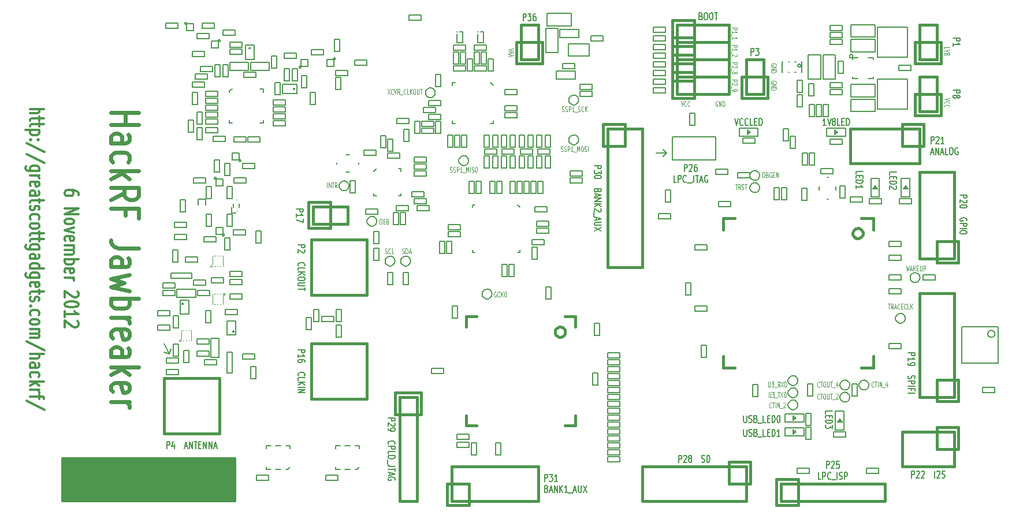
<source format=gto>
G04 (created by PCBNEW-RS274X (2012-05-21 BZR 3261)-stable) date Sun Nov 11 11:20:56 2012*
G01*
G70*
G90*
%MOIN*%
G04 Gerber Fmt 3.4, Leading zero omitted, Abs format*
%FSLAX34Y34*%
G04 APERTURE LIST*
%ADD10C,0.006000*%
%ADD11C,0.008000*%
%ADD12C,0.007500*%
%ADD13C,0.004000*%
%ADD14C,0.012000*%
%ADD15C,0.024000*%
%ADD16C,0.005000*%
%ADD17C,0.015000*%
%ADD18C,0.007000*%
%ADD19C,0.010000*%
G04 APERTURE END LIST*
G54D10*
G54D11*
X62400Y-29900D02*
X61800Y-29900D01*
X62400Y-29900D02*
X62200Y-30100D01*
X62400Y-29900D02*
X62200Y-29700D01*
X33700Y-41500D02*
X33400Y-40900D01*
X33700Y-41500D02*
X33400Y-41400D01*
X33700Y-41500D02*
X33800Y-41200D01*
G54D12*
X71608Y-28312D02*
X71436Y-28312D01*
X71522Y-28312D02*
X71522Y-27912D01*
X71493Y-27969D01*
X71465Y-28007D01*
X71436Y-28026D01*
X71694Y-27912D02*
X71794Y-28312D01*
X71894Y-27912D01*
X72036Y-28083D02*
X72008Y-28064D01*
X71993Y-28045D01*
X71979Y-28007D01*
X71979Y-27988D01*
X71993Y-27950D01*
X72008Y-27931D01*
X72036Y-27912D01*
X72093Y-27912D01*
X72122Y-27931D01*
X72136Y-27950D01*
X72151Y-27988D01*
X72151Y-28007D01*
X72136Y-28045D01*
X72122Y-28064D01*
X72093Y-28083D01*
X72036Y-28083D01*
X72008Y-28102D01*
X71993Y-28121D01*
X71979Y-28160D01*
X71979Y-28236D01*
X71993Y-28274D01*
X72008Y-28293D01*
X72036Y-28312D01*
X72093Y-28312D01*
X72122Y-28293D01*
X72136Y-28274D01*
X72151Y-28236D01*
X72151Y-28160D01*
X72136Y-28121D01*
X72122Y-28102D01*
X72093Y-28083D01*
X72422Y-28312D02*
X72279Y-28312D01*
X72279Y-27912D01*
X72522Y-28102D02*
X72622Y-28102D01*
X72665Y-28312D02*
X72522Y-28312D01*
X72522Y-27912D01*
X72665Y-27912D01*
X72793Y-28312D02*
X72793Y-27912D01*
X72865Y-27912D01*
X72908Y-27931D01*
X72936Y-27969D01*
X72951Y-28007D01*
X72965Y-28083D01*
X72965Y-28140D01*
X72951Y-28217D01*
X72936Y-28255D01*
X72908Y-28293D01*
X72865Y-28312D01*
X72793Y-28312D01*
X66344Y-27912D02*
X66444Y-28312D01*
X66544Y-27912D01*
X66815Y-28274D02*
X66801Y-28293D01*
X66758Y-28312D01*
X66729Y-28312D01*
X66686Y-28293D01*
X66658Y-28255D01*
X66643Y-28217D01*
X66629Y-28140D01*
X66629Y-28083D01*
X66643Y-28007D01*
X66658Y-27969D01*
X66686Y-27931D01*
X66729Y-27912D01*
X66758Y-27912D01*
X66801Y-27931D01*
X66815Y-27950D01*
X67115Y-28274D02*
X67101Y-28293D01*
X67058Y-28312D01*
X67029Y-28312D01*
X66986Y-28293D01*
X66958Y-28255D01*
X66943Y-28217D01*
X66929Y-28140D01*
X66929Y-28083D01*
X66943Y-28007D01*
X66958Y-27969D01*
X66986Y-27931D01*
X67029Y-27912D01*
X67058Y-27912D01*
X67101Y-27931D01*
X67115Y-27950D01*
X67386Y-28312D02*
X67243Y-28312D01*
X67243Y-27912D01*
X67486Y-28102D02*
X67586Y-28102D01*
X67629Y-28312D02*
X67486Y-28312D01*
X67486Y-27912D01*
X67629Y-27912D01*
X67757Y-28312D02*
X67757Y-27912D01*
X67829Y-27912D01*
X67872Y-27931D01*
X67900Y-27969D01*
X67915Y-28007D01*
X67929Y-28083D01*
X67929Y-28140D01*
X67915Y-28217D01*
X67900Y-28255D01*
X67872Y-28293D01*
X67829Y-28312D01*
X67757Y-28312D01*
X73338Y-31114D02*
X73338Y-30971D01*
X73738Y-30971D01*
X73548Y-31214D02*
X73548Y-31314D01*
X73338Y-31357D02*
X73338Y-31214D01*
X73738Y-31214D01*
X73738Y-31357D01*
X73338Y-31485D02*
X73738Y-31485D01*
X73738Y-31557D01*
X73719Y-31600D01*
X73681Y-31628D01*
X73643Y-31643D01*
X73567Y-31657D01*
X73510Y-31657D01*
X73433Y-31643D01*
X73395Y-31628D01*
X73357Y-31600D01*
X73338Y-31557D01*
X73338Y-31485D01*
X73338Y-31943D02*
X73338Y-31771D01*
X73338Y-31857D02*
X73738Y-31857D01*
X73681Y-31828D01*
X73643Y-31800D01*
X73624Y-31771D01*
X75288Y-31164D02*
X75288Y-31021D01*
X75688Y-31021D01*
X75498Y-31264D02*
X75498Y-31364D01*
X75288Y-31407D02*
X75288Y-31264D01*
X75688Y-31264D01*
X75688Y-31407D01*
X75288Y-31535D02*
X75688Y-31535D01*
X75688Y-31607D01*
X75669Y-31650D01*
X75631Y-31678D01*
X75593Y-31693D01*
X75517Y-31707D01*
X75460Y-31707D01*
X75383Y-31693D01*
X75345Y-31678D01*
X75307Y-31650D01*
X75288Y-31607D01*
X75288Y-31535D01*
X75650Y-31821D02*
X75669Y-31835D01*
X75688Y-31864D01*
X75688Y-31935D01*
X75669Y-31964D01*
X75650Y-31978D01*
X75612Y-31993D01*
X75574Y-31993D01*
X75517Y-31978D01*
X75288Y-31807D01*
X75288Y-31993D01*
X71588Y-44964D02*
X71588Y-44821D01*
X71988Y-44821D01*
X71798Y-45064D02*
X71798Y-45164D01*
X71588Y-45207D02*
X71588Y-45064D01*
X71988Y-45064D01*
X71988Y-45207D01*
X71588Y-45335D02*
X71988Y-45335D01*
X71988Y-45407D01*
X71969Y-45450D01*
X71931Y-45478D01*
X71893Y-45493D01*
X71817Y-45507D01*
X71760Y-45507D01*
X71683Y-45493D01*
X71645Y-45478D01*
X71607Y-45450D01*
X71588Y-45407D01*
X71588Y-45335D01*
X71988Y-45607D02*
X71988Y-45793D01*
X71836Y-45693D01*
X71836Y-45735D01*
X71817Y-45764D01*
X71798Y-45778D01*
X71760Y-45793D01*
X71664Y-45793D01*
X71626Y-45778D01*
X71607Y-45764D01*
X71588Y-45735D01*
X71588Y-45650D01*
X71607Y-45621D01*
X71626Y-45607D01*
X66857Y-45862D02*
X66857Y-46186D01*
X66872Y-46224D01*
X66886Y-46243D01*
X66915Y-46262D01*
X66972Y-46262D01*
X67000Y-46243D01*
X67015Y-46224D01*
X67029Y-46186D01*
X67029Y-45862D01*
X67157Y-46243D02*
X67200Y-46262D01*
X67271Y-46262D01*
X67300Y-46243D01*
X67314Y-46224D01*
X67329Y-46186D01*
X67329Y-46148D01*
X67314Y-46110D01*
X67300Y-46090D01*
X67271Y-46071D01*
X67214Y-46052D01*
X67186Y-46033D01*
X67171Y-46014D01*
X67157Y-45976D01*
X67157Y-45938D01*
X67171Y-45900D01*
X67186Y-45881D01*
X67214Y-45862D01*
X67286Y-45862D01*
X67329Y-45881D01*
X67557Y-46052D02*
X67600Y-46071D01*
X67615Y-46090D01*
X67629Y-46129D01*
X67629Y-46186D01*
X67615Y-46224D01*
X67600Y-46243D01*
X67572Y-46262D01*
X67457Y-46262D01*
X67457Y-45862D01*
X67557Y-45862D01*
X67586Y-45881D01*
X67600Y-45900D01*
X67615Y-45938D01*
X67615Y-45976D01*
X67600Y-46014D01*
X67586Y-46033D01*
X67557Y-46052D01*
X67457Y-46052D01*
X67686Y-46300D02*
X67915Y-46300D01*
X68129Y-46262D02*
X67986Y-46262D01*
X67986Y-45862D01*
X68229Y-46052D02*
X68329Y-46052D01*
X68372Y-46262D02*
X68229Y-46262D01*
X68229Y-45862D01*
X68372Y-45862D01*
X68500Y-46262D02*
X68500Y-45862D01*
X68572Y-45862D01*
X68615Y-45881D01*
X68643Y-45919D01*
X68658Y-45957D01*
X68672Y-46033D01*
X68672Y-46090D01*
X68658Y-46167D01*
X68643Y-46205D01*
X68615Y-46243D01*
X68572Y-46262D01*
X68500Y-46262D01*
X68958Y-46262D02*
X68786Y-46262D01*
X68872Y-46262D02*
X68872Y-45862D01*
X68843Y-45919D01*
X68815Y-45957D01*
X68786Y-45976D01*
X66857Y-45062D02*
X66857Y-45386D01*
X66872Y-45424D01*
X66886Y-45443D01*
X66915Y-45462D01*
X66972Y-45462D01*
X67000Y-45443D01*
X67015Y-45424D01*
X67029Y-45386D01*
X67029Y-45062D01*
X67157Y-45443D02*
X67200Y-45462D01*
X67271Y-45462D01*
X67300Y-45443D01*
X67314Y-45424D01*
X67329Y-45386D01*
X67329Y-45348D01*
X67314Y-45310D01*
X67300Y-45290D01*
X67271Y-45271D01*
X67214Y-45252D01*
X67186Y-45233D01*
X67171Y-45214D01*
X67157Y-45176D01*
X67157Y-45138D01*
X67171Y-45100D01*
X67186Y-45081D01*
X67214Y-45062D01*
X67286Y-45062D01*
X67329Y-45081D01*
X67557Y-45252D02*
X67600Y-45271D01*
X67615Y-45290D01*
X67629Y-45329D01*
X67629Y-45386D01*
X67615Y-45424D01*
X67600Y-45443D01*
X67572Y-45462D01*
X67457Y-45462D01*
X67457Y-45062D01*
X67557Y-45062D01*
X67586Y-45081D01*
X67600Y-45100D01*
X67615Y-45138D01*
X67615Y-45176D01*
X67600Y-45214D01*
X67586Y-45233D01*
X67557Y-45252D01*
X67457Y-45252D01*
X67686Y-45500D02*
X67915Y-45500D01*
X68129Y-45462D02*
X67986Y-45462D01*
X67986Y-45062D01*
X68229Y-45252D02*
X68329Y-45252D01*
X68372Y-45462D02*
X68229Y-45462D01*
X68229Y-45062D01*
X68372Y-45062D01*
X68500Y-45462D02*
X68500Y-45062D01*
X68572Y-45062D01*
X68615Y-45081D01*
X68643Y-45119D01*
X68658Y-45157D01*
X68672Y-45233D01*
X68672Y-45290D01*
X68658Y-45367D01*
X68643Y-45405D01*
X68615Y-45443D01*
X68572Y-45462D01*
X68500Y-45462D01*
X68858Y-45062D02*
X68886Y-45062D01*
X68915Y-45081D01*
X68929Y-45100D01*
X68943Y-45138D01*
X68958Y-45214D01*
X68958Y-45310D01*
X68943Y-45386D01*
X68929Y-45424D01*
X68915Y-45443D01*
X68886Y-45462D01*
X68858Y-45462D01*
X68829Y-45443D01*
X68815Y-45424D01*
X68800Y-45386D01*
X68786Y-45310D01*
X68786Y-45214D01*
X68800Y-45138D01*
X68815Y-45100D01*
X68829Y-45081D01*
X68858Y-45062D01*
G54D13*
X78429Y-23877D02*
X78429Y-23763D01*
X78429Y-23820D02*
X78729Y-23820D01*
X78686Y-23801D01*
X78657Y-23782D01*
X78643Y-23763D01*
X78729Y-23934D02*
X78429Y-24001D01*
X78729Y-24067D01*
X78600Y-24162D02*
X78614Y-24143D01*
X78629Y-24134D01*
X78657Y-24124D01*
X78671Y-24124D01*
X78700Y-24134D01*
X78714Y-24143D01*
X78729Y-24162D01*
X78729Y-24200D01*
X78714Y-24219D01*
X78700Y-24229D01*
X78671Y-24238D01*
X78657Y-24238D01*
X78629Y-24229D01*
X78614Y-24219D01*
X78600Y-24200D01*
X78600Y-24162D01*
X78586Y-24143D01*
X78571Y-24134D01*
X78543Y-24124D01*
X78486Y-24124D01*
X78457Y-24134D01*
X78443Y-24143D01*
X78429Y-24162D01*
X78429Y-24200D01*
X78443Y-24219D01*
X78457Y-24229D01*
X78486Y-24238D01*
X78543Y-24238D01*
X78571Y-24229D01*
X78586Y-24219D01*
X78600Y-24200D01*
X78729Y-26734D02*
X78429Y-26801D01*
X78729Y-26867D01*
X78457Y-27048D02*
X78443Y-27038D01*
X78429Y-27010D01*
X78429Y-26991D01*
X78443Y-26962D01*
X78471Y-26943D01*
X78500Y-26934D01*
X78557Y-26924D01*
X78600Y-26924D01*
X78657Y-26934D01*
X78686Y-26943D01*
X78714Y-26962D01*
X78729Y-26991D01*
X78729Y-27010D01*
X78714Y-27038D01*
X78700Y-27048D01*
X78457Y-27248D02*
X78443Y-27238D01*
X78429Y-27210D01*
X78429Y-27191D01*
X78443Y-27162D01*
X78471Y-27143D01*
X78500Y-27134D01*
X78557Y-27124D01*
X78600Y-27124D01*
X78657Y-27134D01*
X78686Y-27143D01*
X78714Y-27162D01*
X78729Y-27191D01*
X78729Y-27210D01*
X78714Y-27238D01*
X78700Y-27248D01*
X68714Y-24847D02*
X68729Y-24828D01*
X68729Y-24800D01*
X68714Y-24771D01*
X68686Y-24752D01*
X68657Y-24743D01*
X68600Y-24733D01*
X68557Y-24733D01*
X68500Y-24743D01*
X68471Y-24752D01*
X68443Y-24771D01*
X68429Y-24800D01*
X68429Y-24819D01*
X68443Y-24847D01*
X68457Y-24857D01*
X68557Y-24857D01*
X68557Y-24819D01*
X68429Y-24943D02*
X68729Y-24943D01*
X68429Y-25057D01*
X68729Y-25057D01*
X68429Y-25153D02*
X68729Y-25153D01*
X68729Y-25200D01*
X68714Y-25229D01*
X68686Y-25248D01*
X68657Y-25257D01*
X68600Y-25267D01*
X68557Y-25267D01*
X68500Y-25257D01*
X68471Y-25248D01*
X68443Y-25229D01*
X68429Y-25200D01*
X68429Y-25153D01*
X68714Y-25847D02*
X68729Y-25828D01*
X68729Y-25800D01*
X68714Y-25771D01*
X68686Y-25752D01*
X68657Y-25743D01*
X68600Y-25733D01*
X68557Y-25733D01*
X68500Y-25743D01*
X68471Y-25752D01*
X68443Y-25771D01*
X68429Y-25800D01*
X68429Y-25819D01*
X68443Y-25847D01*
X68457Y-25857D01*
X68557Y-25857D01*
X68557Y-25819D01*
X68429Y-25943D02*
X68729Y-25943D01*
X68429Y-26057D01*
X68729Y-26057D01*
X68429Y-26153D02*
X68729Y-26153D01*
X68729Y-26200D01*
X68714Y-26229D01*
X68686Y-26248D01*
X68657Y-26257D01*
X68600Y-26267D01*
X68557Y-26267D01*
X68500Y-26257D01*
X68471Y-26248D01*
X68443Y-26229D01*
X68429Y-26200D01*
X68429Y-26153D01*
X53579Y-23863D02*
X53279Y-23930D01*
X53579Y-23996D01*
X53364Y-24053D02*
X53364Y-24148D01*
X53279Y-24034D02*
X53579Y-24101D01*
X53279Y-24167D01*
X53364Y-24224D02*
X53364Y-24319D01*
X53279Y-24205D02*
X53579Y-24272D01*
X53279Y-24338D01*
X65347Y-26936D02*
X65328Y-26921D01*
X65300Y-26921D01*
X65271Y-26936D01*
X65252Y-26964D01*
X65243Y-26993D01*
X65233Y-27050D01*
X65233Y-27093D01*
X65243Y-27150D01*
X65252Y-27179D01*
X65271Y-27207D01*
X65300Y-27221D01*
X65319Y-27221D01*
X65347Y-27207D01*
X65357Y-27193D01*
X65357Y-27093D01*
X65319Y-27093D01*
X65443Y-27221D02*
X65443Y-26921D01*
X65557Y-27221D01*
X65557Y-26921D01*
X65653Y-27221D02*
X65653Y-26921D01*
X65700Y-26921D01*
X65729Y-26936D01*
X65748Y-26964D01*
X65757Y-26993D01*
X65767Y-27050D01*
X65767Y-27093D01*
X65757Y-27150D01*
X65748Y-27179D01*
X65729Y-27207D01*
X65700Y-27221D01*
X65653Y-27221D01*
X63234Y-26921D02*
X63301Y-27221D01*
X63367Y-26921D01*
X63548Y-27193D02*
X63538Y-27207D01*
X63510Y-27221D01*
X63491Y-27221D01*
X63462Y-27207D01*
X63443Y-27179D01*
X63434Y-27150D01*
X63424Y-27093D01*
X63424Y-27050D01*
X63434Y-26993D01*
X63443Y-26964D01*
X63462Y-26936D01*
X63491Y-26921D01*
X63510Y-26921D01*
X63538Y-26936D01*
X63548Y-26950D01*
X63748Y-27193D02*
X63738Y-27207D01*
X63710Y-27221D01*
X63691Y-27221D01*
X63662Y-27207D01*
X63643Y-27179D01*
X63634Y-27150D01*
X63624Y-27093D01*
X63624Y-27050D01*
X63634Y-26993D01*
X63643Y-26964D01*
X63662Y-26936D01*
X63691Y-26921D01*
X63710Y-26921D01*
X63738Y-26936D01*
X63748Y-26950D01*
X66179Y-25682D02*
X66479Y-25682D01*
X66479Y-25758D01*
X66464Y-25777D01*
X66450Y-25786D01*
X66421Y-25796D01*
X66379Y-25796D01*
X66350Y-25786D01*
X66336Y-25777D01*
X66321Y-25758D01*
X66321Y-25682D01*
X66450Y-25872D02*
X66464Y-25882D01*
X66479Y-25901D01*
X66479Y-25948D01*
X66464Y-25967D01*
X66450Y-25977D01*
X66421Y-25986D01*
X66393Y-25986D01*
X66350Y-25977D01*
X66179Y-25863D01*
X66179Y-25986D01*
X66150Y-26024D02*
X66150Y-26176D01*
X66179Y-26233D02*
X66179Y-26271D01*
X66193Y-26290D01*
X66207Y-26300D01*
X66250Y-26319D01*
X66307Y-26328D01*
X66421Y-26328D01*
X66450Y-26319D01*
X66464Y-26309D01*
X66479Y-26290D01*
X66479Y-26252D01*
X66464Y-26233D01*
X66450Y-26224D01*
X66421Y-26214D01*
X66350Y-26214D01*
X66321Y-26224D01*
X66307Y-26233D01*
X66293Y-26252D01*
X66293Y-26290D01*
X66307Y-26309D01*
X66321Y-26319D01*
X66350Y-26328D01*
X66179Y-24682D02*
X66479Y-24682D01*
X66479Y-24758D01*
X66464Y-24777D01*
X66450Y-24786D01*
X66421Y-24796D01*
X66379Y-24796D01*
X66350Y-24786D01*
X66336Y-24777D01*
X66321Y-24758D01*
X66321Y-24682D01*
X66450Y-24872D02*
X66464Y-24882D01*
X66479Y-24901D01*
X66479Y-24948D01*
X66464Y-24967D01*
X66450Y-24977D01*
X66421Y-24986D01*
X66393Y-24986D01*
X66350Y-24977D01*
X66179Y-24863D01*
X66179Y-24986D01*
X66150Y-25024D02*
X66150Y-25176D01*
X66350Y-25252D02*
X66364Y-25233D01*
X66379Y-25224D01*
X66407Y-25214D01*
X66421Y-25214D01*
X66450Y-25224D01*
X66464Y-25233D01*
X66479Y-25252D01*
X66479Y-25290D01*
X66464Y-25309D01*
X66450Y-25319D01*
X66421Y-25328D01*
X66407Y-25328D01*
X66379Y-25319D01*
X66364Y-25309D01*
X66350Y-25290D01*
X66350Y-25252D01*
X66336Y-25233D01*
X66321Y-25224D01*
X66293Y-25214D01*
X66236Y-25214D01*
X66207Y-25224D01*
X66193Y-25233D01*
X66179Y-25252D01*
X66179Y-25290D01*
X66193Y-25309D01*
X66207Y-25319D01*
X66236Y-25328D01*
X66293Y-25328D01*
X66321Y-25319D01*
X66336Y-25309D01*
X66350Y-25290D01*
X66179Y-23682D02*
X66479Y-23682D01*
X66479Y-23758D01*
X66464Y-23777D01*
X66450Y-23786D01*
X66421Y-23796D01*
X66379Y-23796D01*
X66350Y-23786D01*
X66336Y-23777D01*
X66321Y-23758D01*
X66321Y-23682D01*
X66179Y-23986D02*
X66179Y-23872D01*
X66179Y-23929D02*
X66479Y-23929D01*
X66436Y-23910D01*
X66407Y-23891D01*
X66393Y-23872D01*
X66150Y-24024D02*
X66150Y-24176D01*
X66450Y-24214D02*
X66464Y-24224D01*
X66479Y-24243D01*
X66479Y-24290D01*
X66464Y-24309D01*
X66450Y-24319D01*
X66421Y-24328D01*
X66393Y-24328D01*
X66350Y-24319D01*
X66179Y-24205D01*
X66179Y-24328D01*
X66179Y-22682D02*
X66479Y-22682D01*
X66479Y-22758D01*
X66464Y-22777D01*
X66450Y-22786D01*
X66421Y-22796D01*
X66379Y-22796D01*
X66350Y-22786D01*
X66336Y-22777D01*
X66321Y-22758D01*
X66321Y-22682D01*
X66179Y-22986D02*
X66179Y-22872D01*
X66179Y-22929D02*
X66479Y-22929D01*
X66436Y-22910D01*
X66407Y-22891D01*
X66393Y-22872D01*
X66150Y-23024D02*
X66150Y-23176D01*
X66179Y-23328D02*
X66179Y-23214D01*
X66179Y-23271D02*
X66479Y-23271D01*
X66436Y-23252D01*
X66407Y-23233D01*
X66393Y-23214D01*
X68463Y-44593D02*
X68453Y-44607D01*
X68425Y-44621D01*
X68406Y-44621D01*
X68377Y-44607D01*
X68358Y-44579D01*
X68349Y-44550D01*
X68339Y-44493D01*
X68339Y-44450D01*
X68349Y-44393D01*
X68358Y-44364D01*
X68377Y-44336D01*
X68406Y-44321D01*
X68425Y-44321D01*
X68453Y-44336D01*
X68463Y-44350D01*
X68520Y-44321D02*
X68634Y-44321D01*
X68577Y-44621D02*
X68577Y-44321D01*
X68701Y-44621D02*
X68701Y-44321D01*
X68796Y-44621D02*
X68796Y-44321D01*
X68910Y-44621D01*
X68910Y-44321D01*
X68958Y-44650D02*
X69110Y-44650D01*
X69148Y-44350D02*
X69158Y-44336D01*
X69177Y-44321D01*
X69224Y-44321D01*
X69243Y-44336D01*
X69253Y-44350D01*
X69262Y-44379D01*
X69262Y-44407D01*
X69253Y-44450D01*
X69139Y-44621D01*
X69262Y-44621D01*
X68301Y-43721D02*
X68301Y-43964D01*
X68310Y-43993D01*
X68320Y-44007D01*
X68339Y-44021D01*
X68377Y-44021D01*
X68396Y-44007D01*
X68405Y-43993D01*
X68415Y-43964D01*
X68415Y-43721D01*
X68492Y-43721D02*
X68615Y-43721D01*
X68549Y-43836D01*
X68577Y-43836D01*
X68596Y-43850D01*
X68606Y-43864D01*
X68615Y-43893D01*
X68615Y-43964D01*
X68606Y-43993D01*
X68596Y-44007D01*
X68577Y-44021D01*
X68520Y-44021D01*
X68501Y-44007D01*
X68492Y-43993D01*
X68653Y-44050D02*
X68805Y-44050D01*
X68824Y-43721D02*
X68938Y-43721D01*
X68881Y-44021D02*
X68881Y-43721D01*
X68986Y-43721D02*
X69119Y-44021D01*
X69119Y-43721D02*
X68986Y-44021D01*
X69195Y-44021D02*
X69195Y-43721D01*
X69242Y-43721D01*
X69271Y-43736D01*
X69290Y-43764D01*
X69299Y-43793D01*
X69309Y-43850D01*
X69309Y-43893D01*
X69299Y-43950D01*
X69290Y-43979D01*
X69271Y-44007D01*
X69242Y-44021D01*
X69195Y-44021D01*
X68277Y-43121D02*
X68277Y-43364D01*
X68286Y-43393D01*
X68296Y-43407D01*
X68315Y-43421D01*
X68353Y-43421D01*
X68372Y-43407D01*
X68381Y-43393D01*
X68391Y-43364D01*
X68391Y-43121D01*
X68468Y-43121D02*
X68591Y-43121D01*
X68525Y-43236D01*
X68553Y-43236D01*
X68572Y-43250D01*
X68582Y-43264D01*
X68591Y-43293D01*
X68591Y-43364D01*
X68582Y-43393D01*
X68572Y-43407D01*
X68553Y-43421D01*
X68496Y-43421D01*
X68477Y-43407D01*
X68468Y-43393D01*
X68629Y-43450D02*
X68781Y-43450D01*
X68943Y-43421D02*
X68876Y-43279D01*
X68829Y-43421D02*
X68829Y-43121D01*
X68905Y-43121D01*
X68924Y-43136D01*
X68933Y-43150D01*
X68943Y-43179D01*
X68943Y-43221D01*
X68933Y-43250D01*
X68924Y-43264D01*
X68905Y-43279D01*
X68829Y-43279D01*
X69010Y-43121D02*
X69143Y-43421D01*
X69143Y-43121D02*
X69010Y-43421D01*
X69219Y-43421D02*
X69219Y-43121D01*
X69266Y-43121D01*
X69295Y-43136D01*
X69314Y-43164D01*
X69323Y-43193D01*
X69333Y-43250D01*
X69333Y-43293D01*
X69323Y-43350D01*
X69314Y-43379D01*
X69295Y-43407D01*
X69266Y-43421D01*
X69219Y-43421D01*
X71229Y-44093D02*
X71219Y-44107D01*
X71191Y-44121D01*
X71172Y-44121D01*
X71143Y-44107D01*
X71124Y-44079D01*
X71115Y-44050D01*
X71105Y-43993D01*
X71105Y-43950D01*
X71115Y-43893D01*
X71124Y-43864D01*
X71143Y-43836D01*
X71172Y-43821D01*
X71191Y-43821D01*
X71219Y-43836D01*
X71229Y-43850D01*
X71286Y-43821D02*
X71400Y-43821D01*
X71343Y-44121D02*
X71343Y-43821D01*
X71505Y-43821D02*
X71543Y-43821D01*
X71562Y-43836D01*
X71581Y-43864D01*
X71590Y-43921D01*
X71590Y-44021D01*
X71581Y-44079D01*
X71562Y-44107D01*
X71543Y-44121D01*
X71505Y-44121D01*
X71486Y-44107D01*
X71467Y-44079D01*
X71457Y-44021D01*
X71457Y-43921D01*
X71467Y-43864D01*
X71486Y-43836D01*
X71505Y-43821D01*
X71677Y-43821D02*
X71677Y-44064D01*
X71686Y-44093D01*
X71696Y-44107D01*
X71715Y-44121D01*
X71753Y-44121D01*
X71772Y-44107D01*
X71781Y-44093D01*
X71791Y-44064D01*
X71791Y-43821D01*
X71858Y-43821D02*
X71972Y-43821D01*
X71915Y-44121D02*
X71915Y-43821D01*
X71991Y-44150D02*
X72143Y-44150D01*
X72181Y-43850D02*
X72191Y-43836D01*
X72210Y-43821D01*
X72257Y-43821D01*
X72276Y-43836D01*
X72286Y-43850D01*
X72295Y-43879D01*
X72295Y-43907D01*
X72286Y-43950D01*
X72172Y-44121D01*
X72295Y-44121D01*
X71229Y-43393D02*
X71219Y-43407D01*
X71191Y-43421D01*
X71172Y-43421D01*
X71143Y-43407D01*
X71124Y-43379D01*
X71115Y-43350D01*
X71105Y-43293D01*
X71105Y-43250D01*
X71115Y-43193D01*
X71124Y-43164D01*
X71143Y-43136D01*
X71172Y-43121D01*
X71191Y-43121D01*
X71219Y-43136D01*
X71229Y-43150D01*
X71286Y-43121D02*
X71400Y-43121D01*
X71343Y-43421D02*
X71343Y-43121D01*
X71505Y-43121D02*
X71543Y-43121D01*
X71562Y-43136D01*
X71581Y-43164D01*
X71590Y-43221D01*
X71590Y-43321D01*
X71581Y-43379D01*
X71562Y-43407D01*
X71543Y-43421D01*
X71505Y-43421D01*
X71486Y-43407D01*
X71467Y-43379D01*
X71457Y-43321D01*
X71457Y-43221D01*
X71467Y-43164D01*
X71486Y-43136D01*
X71505Y-43121D01*
X71677Y-43121D02*
X71677Y-43364D01*
X71686Y-43393D01*
X71696Y-43407D01*
X71715Y-43421D01*
X71753Y-43421D01*
X71772Y-43407D01*
X71781Y-43393D01*
X71791Y-43364D01*
X71791Y-43121D01*
X71858Y-43121D02*
X71972Y-43121D01*
X71915Y-43421D02*
X71915Y-43121D01*
X71991Y-43450D02*
X72143Y-43450D01*
X72276Y-43221D02*
X72276Y-43421D01*
X72229Y-43107D02*
X72181Y-43321D01*
X72305Y-43321D01*
X74363Y-43393D02*
X74353Y-43407D01*
X74325Y-43421D01*
X74306Y-43421D01*
X74277Y-43407D01*
X74258Y-43379D01*
X74249Y-43350D01*
X74239Y-43293D01*
X74239Y-43250D01*
X74249Y-43193D01*
X74258Y-43164D01*
X74277Y-43136D01*
X74306Y-43121D01*
X74325Y-43121D01*
X74353Y-43136D01*
X74363Y-43150D01*
X74420Y-43121D02*
X74534Y-43121D01*
X74477Y-43421D02*
X74477Y-43121D01*
X74601Y-43421D02*
X74601Y-43121D01*
X74696Y-43421D02*
X74696Y-43121D01*
X74810Y-43421D01*
X74810Y-43121D01*
X74858Y-43450D02*
X75010Y-43450D01*
X75143Y-43221D02*
X75143Y-43421D01*
X75096Y-43107D02*
X75048Y-43321D01*
X75172Y-43321D01*
X75186Y-38621D02*
X75300Y-38621D01*
X75243Y-38921D02*
X75243Y-38621D01*
X75481Y-38921D02*
X75414Y-38779D01*
X75367Y-38921D02*
X75367Y-38621D01*
X75443Y-38621D01*
X75462Y-38636D01*
X75471Y-38650D01*
X75481Y-38679D01*
X75481Y-38721D01*
X75471Y-38750D01*
X75462Y-38764D01*
X75443Y-38779D01*
X75367Y-38779D01*
X75557Y-38836D02*
X75652Y-38836D01*
X75538Y-38921D02*
X75605Y-38621D01*
X75671Y-38921D01*
X75852Y-38893D02*
X75842Y-38907D01*
X75814Y-38921D01*
X75795Y-38921D01*
X75766Y-38907D01*
X75747Y-38879D01*
X75738Y-38850D01*
X75728Y-38793D01*
X75728Y-38750D01*
X75738Y-38693D01*
X75747Y-38664D01*
X75766Y-38636D01*
X75795Y-38621D01*
X75814Y-38621D01*
X75842Y-38636D01*
X75852Y-38650D01*
X75938Y-38764D02*
X76004Y-38764D01*
X76033Y-38921D02*
X75938Y-38921D01*
X75938Y-38621D01*
X76033Y-38621D01*
X76233Y-38893D02*
X76223Y-38907D01*
X76195Y-38921D01*
X76176Y-38921D01*
X76147Y-38907D01*
X76128Y-38879D01*
X76119Y-38850D01*
X76109Y-38793D01*
X76109Y-38750D01*
X76119Y-38693D01*
X76128Y-38664D01*
X76147Y-38636D01*
X76176Y-38621D01*
X76195Y-38621D01*
X76223Y-38636D01*
X76233Y-38650D01*
X76414Y-38921D02*
X76319Y-38921D01*
X76319Y-38621D01*
X76481Y-38921D02*
X76481Y-38621D01*
X76595Y-38921D02*
X76509Y-38750D01*
X76595Y-38621D02*
X76481Y-38793D01*
X76234Y-36421D02*
X76281Y-36721D01*
X76319Y-36507D01*
X76357Y-36721D01*
X76405Y-36421D01*
X76472Y-36636D02*
X76567Y-36636D01*
X76453Y-36721D02*
X76520Y-36421D01*
X76586Y-36721D01*
X76653Y-36721D02*
X76653Y-36421D01*
X76767Y-36721D02*
X76681Y-36550D01*
X76767Y-36421D02*
X76653Y-36593D01*
X76853Y-36564D02*
X76919Y-36564D01*
X76948Y-36721D02*
X76853Y-36721D01*
X76853Y-36421D01*
X76948Y-36421D01*
X77034Y-36421D02*
X77034Y-36664D01*
X77043Y-36693D01*
X77053Y-36707D01*
X77072Y-36721D01*
X77110Y-36721D01*
X77129Y-36707D01*
X77138Y-36693D01*
X77148Y-36664D01*
X77148Y-36421D01*
X77244Y-36721D02*
X77244Y-36421D01*
X77320Y-36421D01*
X77339Y-36436D01*
X77348Y-36450D01*
X77358Y-36479D01*
X77358Y-36521D01*
X77348Y-36550D01*
X77339Y-36564D01*
X77320Y-36579D01*
X77244Y-36579D01*
X66372Y-31721D02*
X66486Y-31721D01*
X66429Y-32021D02*
X66429Y-31721D01*
X66667Y-32021D02*
X66600Y-31879D01*
X66553Y-32021D02*
X66553Y-31721D01*
X66629Y-31721D01*
X66648Y-31736D01*
X66657Y-31750D01*
X66667Y-31779D01*
X66667Y-31821D01*
X66657Y-31850D01*
X66648Y-31864D01*
X66629Y-31879D01*
X66553Y-31879D01*
X66743Y-32007D02*
X66772Y-32021D01*
X66819Y-32021D01*
X66838Y-32007D01*
X66848Y-31993D01*
X66857Y-31964D01*
X66857Y-31936D01*
X66848Y-31907D01*
X66838Y-31893D01*
X66819Y-31879D01*
X66781Y-31864D01*
X66762Y-31850D01*
X66753Y-31836D01*
X66743Y-31807D01*
X66743Y-31779D01*
X66753Y-31750D01*
X66762Y-31736D01*
X66781Y-31721D01*
X66829Y-31721D01*
X66857Y-31736D01*
X66914Y-31721D02*
X67028Y-31721D01*
X66971Y-32021D02*
X66971Y-31721D01*
X67953Y-31321D02*
X67953Y-31021D01*
X68000Y-31021D01*
X68029Y-31036D01*
X68048Y-31064D01*
X68057Y-31093D01*
X68067Y-31150D01*
X68067Y-31193D01*
X68057Y-31250D01*
X68048Y-31279D01*
X68029Y-31307D01*
X68000Y-31321D01*
X67953Y-31321D01*
X68219Y-31164D02*
X68248Y-31179D01*
X68257Y-31193D01*
X68267Y-31221D01*
X68267Y-31264D01*
X68257Y-31293D01*
X68248Y-31307D01*
X68229Y-31321D01*
X68153Y-31321D01*
X68153Y-31021D01*
X68219Y-31021D01*
X68238Y-31036D01*
X68248Y-31050D01*
X68257Y-31079D01*
X68257Y-31107D01*
X68248Y-31136D01*
X68238Y-31150D01*
X68219Y-31164D01*
X68153Y-31164D01*
X68457Y-31036D02*
X68438Y-31021D01*
X68410Y-31021D01*
X68381Y-31036D01*
X68362Y-31064D01*
X68353Y-31093D01*
X68343Y-31150D01*
X68343Y-31193D01*
X68353Y-31250D01*
X68362Y-31279D01*
X68381Y-31307D01*
X68410Y-31321D01*
X68429Y-31321D01*
X68457Y-31307D01*
X68467Y-31293D01*
X68467Y-31193D01*
X68429Y-31193D01*
X68553Y-31164D02*
X68619Y-31164D01*
X68648Y-31321D02*
X68553Y-31321D01*
X68553Y-31021D01*
X68648Y-31021D01*
X68734Y-31321D02*
X68734Y-31021D01*
X68848Y-31321D01*
X68848Y-31021D01*
X47158Y-35707D02*
X47187Y-35721D01*
X47234Y-35721D01*
X47253Y-35707D01*
X47263Y-35693D01*
X47272Y-35664D01*
X47272Y-35636D01*
X47263Y-35607D01*
X47253Y-35593D01*
X47234Y-35579D01*
X47196Y-35564D01*
X47177Y-35550D01*
X47168Y-35536D01*
X47158Y-35507D01*
X47158Y-35479D01*
X47168Y-35450D01*
X47177Y-35436D01*
X47196Y-35421D01*
X47244Y-35421D01*
X47272Y-35436D01*
X47358Y-35721D02*
X47358Y-35421D01*
X47405Y-35421D01*
X47434Y-35436D01*
X47453Y-35464D01*
X47462Y-35493D01*
X47472Y-35550D01*
X47472Y-35593D01*
X47462Y-35650D01*
X47453Y-35679D01*
X47434Y-35707D01*
X47405Y-35721D01*
X47358Y-35721D01*
X47548Y-35636D02*
X47643Y-35636D01*
X47529Y-35721D02*
X47596Y-35421D01*
X47662Y-35721D01*
X46162Y-35707D02*
X46191Y-35721D01*
X46238Y-35721D01*
X46257Y-35707D01*
X46267Y-35693D01*
X46276Y-35664D01*
X46276Y-35636D01*
X46267Y-35607D01*
X46257Y-35593D01*
X46238Y-35579D01*
X46200Y-35564D01*
X46181Y-35550D01*
X46172Y-35536D01*
X46162Y-35507D01*
X46162Y-35479D01*
X46172Y-35450D01*
X46181Y-35436D01*
X46200Y-35421D01*
X46248Y-35421D01*
X46276Y-35436D01*
X46476Y-35693D02*
X46466Y-35707D01*
X46438Y-35721D01*
X46419Y-35721D01*
X46390Y-35707D01*
X46371Y-35679D01*
X46362Y-35650D01*
X46352Y-35593D01*
X46352Y-35550D01*
X46362Y-35493D01*
X46371Y-35464D01*
X46390Y-35436D01*
X46419Y-35421D01*
X46438Y-35421D01*
X46466Y-35436D01*
X46476Y-35450D01*
X46657Y-35721D02*
X46562Y-35721D01*
X46562Y-35421D01*
X52557Y-37936D02*
X52538Y-37921D01*
X52510Y-37921D01*
X52481Y-37936D01*
X52462Y-37964D01*
X52453Y-37993D01*
X52443Y-38050D01*
X52443Y-38093D01*
X52453Y-38150D01*
X52462Y-38179D01*
X52481Y-38207D01*
X52510Y-38221D01*
X52529Y-38221D01*
X52557Y-38207D01*
X52567Y-38193D01*
X52567Y-38093D01*
X52529Y-38093D01*
X52767Y-38193D02*
X52757Y-38207D01*
X52729Y-38221D01*
X52710Y-38221D01*
X52681Y-38207D01*
X52662Y-38179D01*
X52653Y-38150D01*
X52643Y-38093D01*
X52643Y-38050D01*
X52653Y-37993D01*
X52662Y-37964D01*
X52681Y-37936D01*
X52710Y-37921D01*
X52729Y-37921D01*
X52757Y-37936D01*
X52767Y-37950D01*
X52853Y-38221D02*
X52853Y-37921D01*
X52967Y-38221D02*
X52881Y-38050D01*
X52967Y-37921D02*
X52853Y-38093D01*
X53091Y-37921D02*
X53110Y-37921D01*
X53129Y-37936D01*
X53138Y-37950D01*
X53148Y-37979D01*
X53157Y-38036D01*
X53157Y-38107D01*
X53148Y-38164D01*
X53138Y-38193D01*
X53129Y-38207D01*
X53110Y-38221D01*
X53091Y-38221D01*
X53072Y-38207D01*
X53062Y-38193D01*
X53053Y-38164D01*
X53043Y-38107D01*
X53043Y-38036D01*
X53053Y-37979D01*
X53062Y-37950D01*
X53072Y-37936D01*
X53091Y-37921D01*
X56315Y-29807D02*
X56344Y-29821D01*
X56391Y-29821D01*
X56410Y-29807D01*
X56420Y-29793D01*
X56429Y-29764D01*
X56429Y-29736D01*
X56420Y-29707D01*
X56410Y-29693D01*
X56391Y-29679D01*
X56353Y-29664D01*
X56334Y-29650D01*
X56325Y-29636D01*
X56315Y-29607D01*
X56315Y-29579D01*
X56325Y-29550D01*
X56334Y-29536D01*
X56353Y-29521D01*
X56401Y-29521D01*
X56429Y-29536D01*
X56505Y-29807D02*
X56534Y-29821D01*
X56581Y-29821D01*
X56600Y-29807D01*
X56610Y-29793D01*
X56619Y-29764D01*
X56619Y-29736D01*
X56610Y-29707D01*
X56600Y-29693D01*
X56581Y-29679D01*
X56543Y-29664D01*
X56524Y-29650D01*
X56515Y-29636D01*
X56505Y-29607D01*
X56505Y-29579D01*
X56515Y-29550D01*
X56524Y-29536D01*
X56543Y-29521D01*
X56591Y-29521D01*
X56619Y-29536D01*
X56705Y-29821D02*
X56705Y-29521D01*
X56781Y-29521D01*
X56800Y-29536D01*
X56809Y-29550D01*
X56819Y-29579D01*
X56819Y-29621D01*
X56809Y-29650D01*
X56800Y-29664D01*
X56781Y-29679D01*
X56705Y-29679D01*
X57009Y-29821D02*
X56895Y-29821D01*
X56952Y-29821D02*
X56952Y-29521D01*
X56933Y-29564D01*
X56914Y-29593D01*
X56895Y-29607D01*
X57047Y-29850D02*
X57199Y-29850D01*
X57247Y-29821D02*
X57247Y-29521D01*
X57313Y-29736D01*
X57380Y-29521D01*
X57380Y-29821D01*
X57514Y-29521D02*
X57552Y-29521D01*
X57571Y-29536D01*
X57590Y-29564D01*
X57599Y-29621D01*
X57599Y-29721D01*
X57590Y-29779D01*
X57571Y-29807D01*
X57552Y-29821D01*
X57514Y-29821D01*
X57495Y-29807D01*
X57476Y-29779D01*
X57466Y-29721D01*
X57466Y-29621D01*
X57476Y-29564D01*
X57495Y-29536D01*
X57514Y-29521D01*
X57676Y-29807D02*
X57705Y-29821D01*
X57752Y-29821D01*
X57771Y-29807D01*
X57781Y-29793D01*
X57790Y-29764D01*
X57790Y-29736D01*
X57781Y-29707D01*
X57771Y-29693D01*
X57752Y-29679D01*
X57714Y-29664D01*
X57695Y-29650D01*
X57686Y-29636D01*
X57676Y-29607D01*
X57676Y-29579D01*
X57686Y-29550D01*
X57695Y-29536D01*
X57714Y-29521D01*
X57762Y-29521D01*
X57790Y-29536D01*
X57876Y-29821D02*
X57876Y-29521D01*
X56382Y-27507D02*
X56411Y-27521D01*
X56458Y-27521D01*
X56477Y-27507D01*
X56487Y-27493D01*
X56496Y-27464D01*
X56496Y-27436D01*
X56487Y-27407D01*
X56477Y-27393D01*
X56458Y-27379D01*
X56420Y-27364D01*
X56401Y-27350D01*
X56392Y-27336D01*
X56382Y-27307D01*
X56382Y-27279D01*
X56392Y-27250D01*
X56401Y-27236D01*
X56420Y-27221D01*
X56468Y-27221D01*
X56496Y-27236D01*
X56572Y-27507D02*
X56601Y-27521D01*
X56648Y-27521D01*
X56667Y-27507D01*
X56677Y-27493D01*
X56686Y-27464D01*
X56686Y-27436D01*
X56677Y-27407D01*
X56667Y-27393D01*
X56648Y-27379D01*
X56610Y-27364D01*
X56591Y-27350D01*
X56582Y-27336D01*
X56572Y-27307D01*
X56572Y-27279D01*
X56582Y-27250D01*
X56591Y-27236D01*
X56610Y-27221D01*
X56658Y-27221D01*
X56686Y-27236D01*
X56772Y-27521D02*
X56772Y-27221D01*
X56848Y-27221D01*
X56867Y-27236D01*
X56876Y-27250D01*
X56886Y-27279D01*
X56886Y-27321D01*
X56876Y-27350D01*
X56867Y-27364D01*
X56848Y-27379D01*
X56772Y-27379D01*
X57076Y-27521D02*
X56962Y-27521D01*
X57019Y-27521D02*
X57019Y-27221D01*
X57000Y-27264D01*
X56981Y-27293D01*
X56962Y-27307D01*
X57114Y-27550D02*
X57266Y-27550D01*
X57304Y-27507D02*
X57333Y-27521D01*
X57380Y-27521D01*
X57399Y-27507D01*
X57409Y-27493D01*
X57418Y-27464D01*
X57418Y-27436D01*
X57409Y-27407D01*
X57399Y-27393D01*
X57380Y-27379D01*
X57342Y-27364D01*
X57323Y-27350D01*
X57314Y-27336D01*
X57304Y-27307D01*
X57304Y-27279D01*
X57314Y-27250D01*
X57323Y-27236D01*
X57342Y-27221D01*
X57390Y-27221D01*
X57418Y-27236D01*
X57618Y-27493D02*
X57608Y-27507D01*
X57580Y-27521D01*
X57561Y-27521D01*
X57532Y-27507D01*
X57513Y-27479D01*
X57504Y-27450D01*
X57494Y-27393D01*
X57494Y-27350D01*
X57504Y-27293D01*
X57513Y-27264D01*
X57532Y-27236D01*
X57561Y-27221D01*
X57580Y-27221D01*
X57608Y-27236D01*
X57618Y-27250D01*
X57704Y-27521D02*
X57704Y-27221D01*
X57818Y-27521D02*
X57732Y-27350D01*
X57818Y-27221D02*
X57704Y-27393D01*
X49915Y-31007D02*
X49944Y-31021D01*
X49991Y-31021D01*
X50010Y-31007D01*
X50020Y-30993D01*
X50029Y-30964D01*
X50029Y-30936D01*
X50020Y-30907D01*
X50010Y-30893D01*
X49991Y-30879D01*
X49953Y-30864D01*
X49934Y-30850D01*
X49925Y-30836D01*
X49915Y-30807D01*
X49915Y-30779D01*
X49925Y-30750D01*
X49934Y-30736D01*
X49953Y-30721D01*
X50001Y-30721D01*
X50029Y-30736D01*
X50105Y-31007D02*
X50134Y-31021D01*
X50181Y-31021D01*
X50200Y-31007D01*
X50210Y-30993D01*
X50219Y-30964D01*
X50219Y-30936D01*
X50210Y-30907D01*
X50200Y-30893D01*
X50181Y-30879D01*
X50143Y-30864D01*
X50124Y-30850D01*
X50115Y-30836D01*
X50105Y-30807D01*
X50105Y-30779D01*
X50115Y-30750D01*
X50124Y-30736D01*
X50143Y-30721D01*
X50191Y-30721D01*
X50219Y-30736D01*
X50305Y-31021D02*
X50305Y-30721D01*
X50381Y-30721D01*
X50400Y-30736D01*
X50409Y-30750D01*
X50419Y-30779D01*
X50419Y-30821D01*
X50409Y-30850D01*
X50400Y-30864D01*
X50381Y-30879D01*
X50305Y-30879D01*
X50609Y-31021D02*
X50495Y-31021D01*
X50552Y-31021D02*
X50552Y-30721D01*
X50533Y-30764D01*
X50514Y-30793D01*
X50495Y-30807D01*
X50647Y-31050D02*
X50799Y-31050D01*
X50847Y-31021D02*
X50847Y-30721D01*
X50913Y-30936D01*
X50980Y-30721D01*
X50980Y-31021D01*
X51076Y-31021D02*
X51076Y-30721D01*
X51161Y-31007D02*
X51190Y-31021D01*
X51237Y-31021D01*
X51256Y-31007D01*
X51266Y-30993D01*
X51275Y-30964D01*
X51275Y-30936D01*
X51266Y-30907D01*
X51256Y-30893D01*
X51237Y-30879D01*
X51199Y-30864D01*
X51180Y-30850D01*
X51171Y-30836D01*
X51161Y-30807D01*
X51161Y-30779D01*
X51171Y-30750D01*
X51180Y-30736D01*
X51199Y-30721D01*
X51247Y-30721D01*
X51275Y-30736D01*
X51399Y-30721D02*
X51437Y-30721D01*
X51456Y-30736D01*
X51475Y-30764D01*
X51484Y-30821D01*
X51484Y-30921D01*
X51475Y-30979D01*
X51456Y-31007D01*
X51437Y-31021D01*
X51399Y-31021D01*
X51380Y-31007D01*
X51361Y-30979D01*
X51351Y-30921D01*
X51351Y-30821D01*
X51361Y-30764D01*
X51380Y-30736D01*
X51399Y-30721D01*
X46306Y-26221D02*
X46439Y-26521D01*
X46439Y-26221D02*
X46306Y-26521D01*
X46629Y-26493D02*
X46619Y-26507D01*
X46591Y-26521D01*
X46572Y-26521D01*
X46543Y-26507D01*
X46524Y-26479D01*
X46515Y-26450D01*
X46505Y-26393D01*
X46505Y-26350D01*
X46515Y-26293D01*
X46524Y-26264D01*
X46543Y-26236D01*
X46572Y-26221D01*
X46591Y-26221D01*
X46619Y-26236D01*
X46629Y-26250D01*
X46686Y-26221D02*
X46753Y-26521D01*
X46819Y-26221D01*
X47000Y-26521D02*
X46933Y-26379D01*
X46886Y-26521D02*
X46886Y-26221D01*
X46962Y-26221D01*
X46981Y-26236D01*
X46990Y-26250D01*
X47000Y-26279D01*
X47000Y-26321D01*
X46990Y-26350D01*
X46981Y-26364D01*
X46962Y-26379D01*
X46886Y-26379D01*
X47038Y-26550D02*
X47190Y-26550D01*
X47352Y-26493D02*
X47342Y-26507D01*
X47314Y-26521D01*
X47295Y-26521D01*
X47266Y-26507D01*
X47247Y-26479D01*
X47238Y-26450D01*
X47228Y-26393D01*
X47228Y-26350D01*
X47238Y-26293D01*
X47247Y-26264D01*
X47266Y-26236D01*
X47295Y-26221D01*
X47314Y-26221D01*
X47342Y-26236D01*
X47352Y-26250D01*
X47533Y-26521D02*
X47438Y-26521D01*
X47438Y-26221D01*
X47600Y-26521D02*
X47600Y-26221D01*
X47714Y-26521D02*
X47628Y-26350D01*
X47714Y-26221D02*
X47600Y-26393D01*
X47838Y-26221D02*
X47876Y-26221D01*
X47895Y-26236D01*
X47914Y-26264D01*
X47923Y-26321D01*
X47923Y-26421D01*
X47914Y-26479D01*
X47895Y-26507D01*
X47876Y-26521D01*
X47838Y-26521D01*
X47819Y-26507D01*
X47800Y-26479D01*
X47790Y-26421D01*
X47790Y-26321D01*
X47800Y-26264D01*
X47819Y-26236D01*
X47838Y-26221D01*
X48010Y-26221D02*
X48010Y-26464D01*
X48019Y-26493D01*
X48029Y-26507D01*
X48048Y-26521D01*
X48086Y-26521D01*
X48105Y-26507D01*
X48114Y-26493D01*
X48124Y-26464D01*
X48124Y-26221D01*
X48191Y-26221D02*
X48305Y-26221D01*
X48248Y-26521D02*
X48248Y-26221D01*
X45891Y-33721D02*
X45929Y-33721D01*
X45948Y-33736D01*
X45967Y-33764D01*
X45976Y-33821D01*
X45976Y-33921D01*
X45967Y-33979D01*
X45948Y-34007D01*
X45929Y-34021D01*
X45891Y-34021D01*
X45872Y-34007D01*
X45853Y-33979D01*
X45843Y-33921D01*
X45843Y-33821D01*
X45853Y-33764D01*
X45872Y-33736D01*
X45891Y-33721D01*
X46063Y-33864D02*
X46129Y-33864D01*
X46158Y-34021D02*
X46063Y-34021D01*
X46063Y-33721D01*
X46158Y-33721D01*
X46310Y-33864D02*
X46339Y-33879D01*
X46348Y-33893D01*
X46358Y-33921D01*
X46358Y-33964D01*
X46348Y-33993D01*
X46339Y-34007D01*
X46320Y-34021D01*
X46244Y-34021D01*
X46244Y-33721D01*
X46310Y-33721D01*
X46329Y-33736D01*
X46339Y-33750D01*
X46348Y-33779D01*
X46348Y-33807D01*
X46339Y-33836D01*
X46329Y-33850D01*
X46310Y-33864D01*
X46244Y-33864D01*
X42820Y-31921D02*
X42820Y-31621D01*
X42915Y-31921D02*
X42915Y-31621D01*
X43029Y-31921D01*
X43029Y-31621D01*
X43096Y-31621D02*
X43210Y-31621D01*
X43153Y-31921D02*
X43153Y-31621D01*
X43391Y-31921D02*
X43324Y-31779D01*
X43277Y-31921D02*
X43277Y-31621D01*
X43353Y-31621D01*
X43372Y-31636D01*
X43381Y-31650D01*
X43391Y-31679D01*
X43391Y-31721D01*
X43381Y-31750D01*
X43372Y-31764D01*
X43353Y-31779D01*
X43277Y-31779D01*
G54D12*
X78938Y-23278D02*
X79338Y-23278D01*
X79338Y-23393D01*
X79319Y-23421D01*
X79300Y-23436D01*
X79262Y-23450D01*
X79205Y-23450D01*
X79167Y-23436D01*
X79148Y-23421D01*
X79129Y-23393D01*
X79129Y-23278D01*
X78938Y-23736D02*
X78938Y-23564D01*
X78938Y-23650D02*
X79338Y-23650D01*
X79281Y-23621D01*
X79243Y-23593D01*
X79224Y-23564D01*
X78938Y-26278D02*
X79338Y-26278D01*
X79338Y-26393D01*
X79319Y-26421D01*
X79300Y-26436D01*
X79262Y-26450D01*
X79205Y-26450D01*
X79167Y-26436D01*
X79148Y-26421D01*
X79129Y-26393D01*
X79129Y-26278D01*
X79167Y-26621D02*
X79186Y-26593D01*
X79205Y-26578D01*
X79243Y-26564D01*
X79262Y-26564D01*
X79300Y-26578D01*
X79319Y-26593D01*
X79338Y-26621D01*
X79338Y-26678D01*
X79319Y-26707D01*
X79300Y-26721D01*
X79262Y-26736D01*
X79243Y-26736D01*
X79205Y-26721D01*
X79186Y-26707D01*
X79167Y-26678D01*
X79167Y-26621D01*
X79148Y-26593D01*
X79129Y-26578D01*
X79090Y-26564D01*
X79014Y-26564D01*
X78976Y-26578D01*
X78957Y-26593D01*
X78938Y-26621D01*
X78938Y-26678D01*
X78957Y-26707D01*
X78976Y-26721D01*
X79014Y-26736D01*
X79090Y-26736D01*
X79129Y-26721D01*
X79148Y-26707D01*
X79167Y-26678D01*
X77671Y-29362D02*
X77671Y-28962D01*
X77786Y-28962D01*
X77814Y-28981D01*
X77829Y-29000D01*
X77843Y-29038D01*
X77843Y-29095D01*
X77829Y-29133D01*
X77814Y-29152D01*
X77786Y-29171D01*
X77671Y-29171D01*
X77957Y-29000D02*
X77971Y-28981D01*
X78000Y-28962D01*
X78071Y-28962D01*
X78100Y-28981D01*
X78114Y-29000D01*
X78129Y-29038D01*
X78129Y-29076D01*
X78114Y-29133D01*
X77943Y-29362D01*
X78129Y-29362D01*
X78415Y-29362D02*
X78243Y-29362D01*
X78329Y-29362D02*
X78329Y-28962D01*
X78300Y-29019D01*
X78272Y-29057D01*
X78243Y-29076D01*
X77657Y-29883D02*
X77800Y-29883D01*
X77629Y-29997D02*
X77729Y-29597D01*
X77829Y-29997D01*
X77928Y-29997D02*
X77928Y-29597D01*
X78100Y-29997D01*
X78100Y-29597D01*
X78228Y-29883D02*
X78371Y-29883D01*
X78200Y-29997D02*
X78300Y-29597D01*
X78400Y-29997D01*
X78642Y-29997D02*
X78499Y-29997D01*
X78499Y-29597D01*
X78800Y-29597D02*
X78857Y-29597D01*
X78885Y-29616D01*
X78914Y-29654D01*
X78928Y-29730D01*
X78928Y-29864D01*
X78914Y-29940D01*
X78885Y-29978D01*
X78857Y-29997D01*
X78800Y-29997D01*
X78771Y-29978D01*
X78742Y-29940D01*
X78728Y-29864D01*
X78728Y-29730D01*
X78742Y-29654D01*
X78771Y-29616D01*
X78800Y-29597D01*
X79214Y-29616D02*
X79185Y-29597D01*
X79142Y-29597D01*
X79099Y-29616D01*
X79071Y-29654D01*
X79056Y-29692D01*
X79042Y-29768D01*
X79042Y-29825D01*
X79056Y-29902D01*
X79071Y-29940D01*
X79099Y-29978D01*
X79142Y-29997D01*
X79171Y-29997D01*
X79214Y-29978D01*
X79228Y-29959D01*
X79228Y-29825D01*
X79171Y-29825D01*
X79338Y-32328D02*
X79738Y-32328D01*
X79738Y-32443D01*
X79719Y-32471D01*
X79700Y-32486D01*
X79662Y-32500D01*
X79605Y-32500D01*
X79567Y-32486D01*
X79548Y-32471D01*
X79529Y-32443D01*
X79529Y-32328D01*
X79700Y-32614D02*
X79719Y-32628D01*
X79738Y-32657D01*
X79738Y-32728D01*
X79719Y-32757D01*
X79700Y-32771D01*
X79662Y-32786D01*
X79624Y-32786D01*
X79567Y-32771D01*
X79338Y-32600D01*
X79338Y-32786D01*
X79738Y-32972D02*
X79738Y-33000D01*
X79719Y-33029D01*
X79700Y-33043D01*
X79662Y-33057D01*
X79586Y-33072D01*
X79490Y-33072D01*
X79414Y-33057D01*
X79376Y-33043D01*
X79357Y-33029D01*
X79338Y-33000D01*
X79338Y-32972D01*
X79357Y-32943D01*
X79376Y-32929D01*
X79414Y-32914D01*
X79490Y-32900D01*
X79586Y-32900D01*
X79662Y-32914D01*
X79700Y-32929D01*
X79719Y-32943D01*
X79738Y-32972D01*
X79719Y-33816D02*
X79738Y-33787D01*
X79738Y-33744D01*
X79719Y-33701D01*
X79681Y-33673D01*
X79643Y-33658D01*
X79567Y-33644D01*
X79510Y-33644D01*
X79433Y-33658D01*
X79395Y-33673D01*
X79357Y-33701D01*
X79338Y-33744D01*
X79338Y-33773D01*
X79357Y-33816D01*
X79376Y-33830D01*
X79510Y-33830D01*
X79510Y-33773D01*
X79338Y-33958D02*
X79738Y-33958D01*
X79738Y-34073D01*
X79719Y-34101D01*
X79700Y-34116D01*
X79662Y-34130D01*
X79605Y-34130D01*
X79567Y-34116D01*
X79548Y-34101D01*
X79529Y-34073D01*
X79529Y-33958D01*
X79338Y-34258D02*
X79738Y-34258D01*
X79738Y-34459D02*
X79738Y-34516D01*
X79719Y-34544D01*
X79681Y-34573D01*
X79605Y-34587D01*
X79471Y-34587D01*
X79395Y-34573D01*
X79357Y-34544D01*
X79338Y-34516D01*
X79338Y-34459D01*
X79357Y-34430D01*
X79395Y-34401D01*
X79471Y-34387D01*
X79605Y-34387D01*
X79681Y-34401D01*
X79719Y-34430D01*
X79738Y-34459D01*
X76338Y-41442D02*
X76738Y-41442D01*
X76738Y-41557D01*
X76719Y-41585D01*
X76700Y-41600D01*
X76662Y-41614D01*
X76605Y-41614D01*
X76567Y-41600D01*
X76548Y-41585D01*
X76529Y-41557D01*
X76529Y-41442D01*
X76338Y-41900D02*
X76338Y-41728D01*
X76338Y-41814D02*
X76738Y-41814D01*
X76681Y-41785D01*
X76643Y-41757D01*
X76624Y-41728D01*
X76338Y-42043D02*
X76338Y-42100D01*
X76357Y-42128D01*
X76376Y-42143D01*
X76433Y-42171D01*
X76510Y-42186D01*
X76662Y-42186D01*
X76700Y-42171D01*
X76719Y-42157D01*
X76738Y-42128D01*
X76738Y-42071D01*
X76719Y-42043D01*
X76700Y-42028D01*
X76662Y-42014D01*
X76567Y-42014D01*
X76529Y-42028D01*
X76510Y-42043D01*
X76490Y-42071D01*
X76490Y-42128D01*
X76510Y-42157D01*
X76529Y-42171D01*
X76567Y-42186D01*
X76357Y-42758D02*
X76338Y-42801D01*
X76338Y-42872D01*
X76357Y-42901D01*
X76376Y-42915D01*
X76414Y-42930D01*
X76452Y-42930D01*
X76490Y-42915D01*
X76510Y-42901D01*
X76529Y-42872D01*
X76548Y-42815D01*
X76567Y-42787D01*
X76586Y-42772D01*
X76624Y-42758D01*
X76662Y-42758D01*
X76700Y-42772D01*
X76719Y-42787D01*
X76738Y-42815D01*
X76738Y-42887D01*
X76719Y-42930D01*
X76338Y-43058D02*
X76738Y-43058D01*
X76738Y-43173D01*
X76719Y-43201D01*
X76700Y-43216D01*
X76662Y-43230D01*
X76605Y-43230D01*
X76567Y-43216D01*
X76548Y-43201D01*
X76529Y-43173D01*
X76529Y-43058D01*
X76338Y-43358D02*
X76738Y-43358D01*
X76548Y-43601D02*
X76548Y-43501D01*
X76338Y-43501D02*
X76738Y-43501D01*
X76738Y-43644D01*
X76338Y-43758D02*
X76738Y-43758D01*
X76549Y-48662D02*
X76549Y-48262D01*
X76664Y-48262D01*
X76692Y-48281D01*
X76707Y-48300D01*
X76721Y-48338D01*
X76721Y-48395D01*
X76707Y-48433D01*
X76692Y-48452D01*
X76664Y-48471D01*
X76549Y-48471D01*
X76835Y-48300D02*
X76849Y-48281D01*
X76878Y-48262D01*
X76949Y-48262D01*
X76978Y-48281D01*
X76992Y-48300D01*
X77007Y-48338D01*
X77007Y-48376D01*
X76992Y-48433D01*
X76821Y-48662D01*
X77007Y-48662D01*
X77121Y-48300D02*
X77135Y-48281D01*
X77164Y-48262D01*
X77235Y-48262D01*
X77264Y-48281D01*
X77278Y-48300D01*
X77293Y-48338D01*
X77293Y-48376D01*
X77278Y-48433D01*
X77107Y-48662D01*
X77293Y-48662D01*
X77879Y-48662D02*
X77879Y-48262D01*
X78008Y-48300D02*
X78022Y-48281D01*
X78051Y-48262D01*
X78122Y-48262D01*
X78151Y-48281D01*
X78165Y-48300D01*
X78180Y-48338D01*
X78180Y-48376D01*
X78165Y-48433D01*
X77994Y-48662D01*
X78180Y-48662D01*
X78294Y-48643D02*
X78337Y-48662D01*
X78408Y-48662D01*
X78437Y-48643D01*
X78451Y-48624D01*
X78466Y-48586D01*
X78466Y-48548D01*
X78451Y-48510D01*
X78437Y-48490D01*
X78408Y-48471D01*
X78351Y-48452D01*
X78323Y-48433D01*
X78308Y-48414D01*
X78294Y-48376D01*
X78294Y-48338D01*
X78308Y-48300D01*
X78323Y-48281D01*
X78351Y-48262D01*
X78423Y-48262D01*
X78466Y-48281D01*
X71635Y-48112D02*
X71635Y-47712D01*
X71750Y-47712D01*
X71778Y-47731D01*
X71793Y-47750D01*
X71807Y-47788D01*
X71807Y-47845D01*
X71793Y-47883D01*
X71778Y-47902D01*
X71750Y-47921D01*
X71635Y-47921D01*
X71921Y-47750D02*
X71935Y-47731D01*
X71964Y-47712D01*
X72035Y-47712D01*
X72064Y-47731D01*
X72078Y-47750D01*
X72093Y-47788D01*
X72093Y-47826D01*
X72078Y-47883D01*
X71907Y-48112D01*
X72093Y-48112D01*
X72364Y-47712D02*
X72221Y-47712D01*
X72207Y-47902D01*
X72221Y-47883D01*
X72250Y-47864D01*
X72321Y-47864D01*
X72350Y-47883D01*
X72364Y-47902D01*
X72379Y-47940D01*
X72379Y-48036D01*
X72364Y-48074D01*
X72350Y-48093D01*
X72321Y-48112D01*
X72250Y-48112D01*
X72221Y-48093D01*
X72207Y-48074D01*
X71314Y-48747D02*
X71171Y-48747D01*
X71171Y-48347D01*
X71414Y-48747D02*
X71414Y-48347D01*
X71529Y-48347D01*
X71557Y-48366D01*
X71572Y-48385D01*
X71586Y-48423D01*
X71586Y-48480D01*
X71572Y-48518D01*
X71557Y-48537D01*
X71529Y-48556D01*
X71414Y-48556D01*
X71886Y-48709D02*
X71872Y-48728D01*
X71829Y-48747D01*
X71800Y-48747D01*
X71757Y-48728D01*
X71729Y-48690D01*
X71714Y-48652D01*
X71700Y-48575D01*
X71700Y-48518D01*
X71714Y-48442D01*
X71729Y-48404D01*
X71757Y-48366D01*
X71800Y-48347D01*
X71829Y-48347D01*
X71872Y-48366D01*
X71886Y-48385D01*
X71943Y-48785D02*
X72172Y-48785D01*
X72243Y-48747D02*
X72243Y-48347D01*
X72372Y-48728D02*
X72415Y-48747D01*
X72486Y-48747D01*
X72515Y-48728D01*
X72529Y-48709D01*
X72544Y-48671D01*
X72544Y-48633D01*
X72529Y-48595D01*
X72515Y-48575D01*
X72486Y-48556D01*
X72429Y-48537D01*
X72401Y-48518D01*
X72386Y-48499D01*
X72372Y-48461D01*
X72372Y-48423D01*
X72386Y-48385D01*
X72401Y-48366D01*
X72429Y-48347D01*
X72501Y-48347D01*
X72544Y-48366D01*
X72672Y-48747D02*
X72672Y-48347D01*
X72787Y-48347D01*
X72815Y-48366D01*
X72830Y-48385D01*
X72844Y-48423D01*
X72844Y-48480D01*
X72830Y-48518D01*
X72815Y-48537D01*
X72787Y-48556D01*
X72672Y-48556D01*
X63113Y-47762D02*
X63113Y-47362D01*
X63228Y-47362D01*
X63256Y-47381D01*
X63271Y-47400D01*
X63285Y-47438D01*
X63285Y-47495D01*
X63271Y-47533D01*
X63256Y-47552D01*
X63228Y-47571D01*
X63113Y-47571D01*
X63399Y-47400D02*
X63413Y-47381D01*
X63442Y-47362D01*
X63513Y-47362D01*
X63542Y-47381D01*
X63556Y-47400D01*
X63571Y-47438D01*
X63571Y-47476D01*
X63556Y-47533D01*
X63385Y-47762D01*
X63571Y-47762D01*
X63742Y-47533D02*
X63714Y-47514D01*
X63699Y-47495D01*
X63685Y-47457D01*
X63685Y-47438D01*
X63699Y-47400D01*
X63714Y-47381D01*
X63742Y-47362D01*
X63799Y-47362D01*
X63828Y-47381D01*
X63842Y-47400D01*
X63857Y-47438D01*
X63857Y-47457D01*
X63842Y-47495D01*
X63828Y-47514D01*
X63799Y-47533D01*
X63742Y-47533D01*
X63714Y-47552D01*
X63699Y-47571D01*
X63685Y-47610D01*
X63685Y-47686D01*
X63699Y-47724D01*
X63714Y-47743D01*
X63742Y-47762D01*
X63799Y-47762D01*
X63828Y-47743D01*
X63842Y-47724D01*
X63857Y-47686D01*
X63857Y-47610D01*
X63842Y-47571D01*
X63828Y-47552D01*
X63799Y-47533D01*
X64429Y-47743D02*
X64472Y-47762D01*
X64543Y-47762D01*
X64572Y-47743D01*
X64586Y-47724D01*
X64601Y-47686D01*
X64601Y-47648D01*
X64586Y-47610D01*
X64572Y-47590D01*
X64543Y-47571D01*
X64486Y-47552D01*
X64458Y-47533D01*
X64443Y-47514D01*
X64429Y-47476D01*
X64429Y-47438D01*
X64443Y-47400D01*
X64458Y-47381D01*
X64486Y-47362D01*
X64558Y-47362D01*
X64601Y-47381D01*
X64729Y-47762D02*
X64729Y-47362D01*
X64801Y-47362D01*
X64844Y-47381D01*
X64872Y-47419D01*
X64887Y-47457D01*
X64901Y-47533D01*
X64901Y-47590D01*
X64887Y-47667D01*
X64872Y-47705D01*
X64844Y-47743D01*
X64801Y-47762D01*
X64729Y-47762D01*
X55371Y-48862D02*
X55371Y-48462D01*
X55486Y-48462D01*
X55514Y-48481D01*
X55529Y-48500D01*
X55543Y-48538D01*
X55543Y-48595D01*
X55529Y-48633D01*
X55514Y-48652D01*
X55486Y-48671D01*
X55371Y-48671D01*
X55643Y-48462D02*
X55829Y-48462D01*
X55729Y-48614D01*
X55771Y-48614D01*
X55800Y-48633D01*
X55814Y-48652D01*
X55829Y-48690D01*
X55829Y-48786D01*
X55814Y-48824D01*
X55800Y-48843D01*
X55771Y-48862D01*
X55686Y-48862D01*
X55657Y-48843D01*
X55643Y-48824D01*
X56115Y-48862D02*
X55943Y-48862D01*
X56029Y-48862D02*
X56029Y-48462D01*
X56000Y-48519D01*
X55972Y-48557D01*
X55943Y-48576D01*
X55471Y-49287D02*
X55514Y-49306D01*
X55529Y-49325D01*
X55543Y-49364D01*
X55543Y-49421D01*
X55529Y-49459D01*
X55514Y-49478D01*
X55486Y-49497D01*
X55371Y-49497D01*
X55371Y-49097D01*
X55471Y-49097D01*
X55500Y-49116D01*
X55514Y-49135D01*
X55529Y-49173D01*
X55529Y-49211D01*
X55514Y-49249D01*
X55500Y-49268D01*
X55471Y-49287D01*
X55371Y-49287D01*
X55657Y-49383D02*
X55800Y-49383D01*
X55629Y-49497D02*
X55729Y-49097D01*
X55829Y-49497D01*
X55928Y-49497D02*
X55928Y-49097D01*
X56100Y-49497D01*
X56100Y-49097D01*
X56242Y-49497D02*
X56242Y-49097D01*
X56414Y-49497D02*
X56285Y-49268D01*
X56414Y-49097D02*
X56242Y-49325D01*
X56700Y-49497D02*
X56528Y-49497D01*
X56614Y-49497D02*
X56614Y-49097D01*
X56585Y-49154D01*
X56557Y-49192D01*
X56528Y-49211D01*
X56757Y-49535D02*
X56986Y-49535D01*
X57043Y-49383D02*
X57186Y-49383D01*
X57015Y-49497D02*
X57115Y-49097D01*
X57215Y-49497D01*
X57314Y-49097D02*
X57314Y-49421D01*
X57329Y-49459D01*
X57343Y-49478D01*
X57372Y-49497D01*
X57429Y-49497D01*
X57457Y-49478D01*
X57472Y-49459D01*
X57486Y-49421D01*
X57486Y-49097D01*
X57600Y-49097D02*
X57800Y-49497D01*
X57800Y-49097D02*
X57600Y-49497D01*
X63435Y-30962D02*
X63435Y-30562D01*
X63550Y-30562D01*
X63578Y-30581D01*
X63593Y-30600D01*
X63607Y-30638D01*
X63607Y-30695D01*
X63593Y-30733D01*
X63578Y-30752D01*
X63550Y-30771D01*
X63435Y-30771D01*
X63721Y-30600D02*
X63735Y-30581D01*
X63764Y-30562D01*
X63835Y-30562D01*
X63864Y-30581D01*
X63878Y-30600D01*
X63893Y-30638D01*
X63893Y-30676D01*
X63878Y-30733D01*
X63707Y-30962D01*
X63893Y-30962D01*
X64150Y-30562D02*
X64093Y-30562D01*
X64064Y-30581D01*
X64050Y-30600D01*
X64021Y-30657D01*
X64007Y-30733D01*
X64007Y-30886D01*
X64021Y-30924D01*
X64036Y-30943D01*
X64064Y-30962D01*
X64121Y-30962D01*
X64150Y-30943D01*
X64164Y-30924D01*
X64179Y-30886D01*
X64179Y-30790D01*
X64164Y-30752D01*
X64150Y-30733D01*
X64121Y-30714D01*
X64064Y-30714D01*
X64036Y-30733D01*
X64021Y-30752D01*
X64007Y-30790D01*
X62971Y-31597D02*
X62828Y-31597D01*
X62828Y-31197D01*
X63071Y-31597D02*
X63071Y-31197D01*
X63186Y-31197D01*
X63214Y-31216D01*
X63229Y-31235D01*
X63243Y-31273D01*
X63243Y-31330D01*
X63229Y-31368D01*
X63214Y-31387D01*
X63186Y-31406D01*
X63071Y-31406D01*
X63543Y-31559D02*
X63529Y-31578D01*
X63486Y-31597D01*
X63457Y-31597D01*
X63414Y-31578D01*
X63386Y-31540D01*
X63371Y-31502D01*
X63357Y-31425D01*
X63357Y-31368D01*
X63371Y-31292D01*
X63386Y-31254D01*
X63414Y-31216D01*
X63457Y-31197D01*
X63486Y-31197D01*
X63529Y-31216D01*
X63543Y-31235D01*
X63600Y-31635D02*
X63829Y-31635D01*
X63986Y-31197D02*
X63986Y-31483D01*
X63972Y-31540D01*
X63943Y-31578D01*
X63900Y-31597D01*
X63872Y-31597D01*
X64087Y-31197D02*
X64258Y-31197D01*
X64172Y-31597D02*
X64172Y-31197D01*
X64344Y-31483D02*
X64487Y-31483D01*
X64316Y-31597D02*
X64416Y-31197D01*
X64516Y-31597D01*
X64773Y-31216D02*
X64744Y-31197D01*
X64701Y-31197D01*
X64658Y-31216D01*
X64630Y-31254D01*
X64615Y-31292D01*
X64601Y-31368D01*
X64601Y-31425D01*
X64615Y-31502D01*
X64630Y-31540D01*
X64658Y-31578D01*
X64701Y-31597D01*
X64730Y-31597D01*
X64773Y-31578D01*
X64787Y-31559D01*
X64787Y-31425D01*
X64730Y-31425D01*
X67278Y-24262D02*
X67278Y-23862D01*
X67393Y-23862D01*
X67421Y-23881D01*
X67436Y-23900D01*
X67450Y-23938D01*
X67450Y-23995D01*
X67436Y-24033D01*
X67421Y-24052D01*
X67393Y-24071D01*
X67278Y-24071D01*
X67550Y-23862D02*
X67736Y-23862D01*
X67636Y-24014D01*
X67678Y-24014D01*
X67707Y-24033D01*
X67721Y-24052D01*
X67736Y-24090D01*
X67736Y-24186D01*
X67721Y-24224D01*
X67707Y-24243D01*
X67678Y-24262D01*
X67593Y-24262D01*
X67564Y-24243D01*
X67550Y-24224D01*
X64393Y-22002D02*
X64436Y-22021D01*
X64451Y-22040D01*
X64465Y-22079D01*
X64465Y-22136D01*
X64451Y-22174D01*
X64436Y-22193D01*
X64408Y-22212D01*
X64293Y-22212D01*
X64293Y-21812D01*
X64393Y-21812D01*
X64422Y-21831D01*
X64436Y-21850D01*
X64451Y-21888D01*
X64451Y-21926D01*
X64436Y-21964D01*
X64422Y-21983D01*
X64393Y-22002D01*
X64293Y-22002D01*
X64651Y-21812D02*
X64708Y-21812D01*
X64736Y-21831D01*
X64765Y-21869D01*
X64779Y-21945D01*
X64779Y-22079D01*
X64765Y-22155D01*
X64736Y-22193D01*
X64708Y-22212D01*
X64651Y-22212D01*
X64622Y-22193D01*
X64593Y-22155D01*
X64579Y-22079D01*
X64579Y-21945D01*
X64593Y-21869D01*
X64622Y-21831D01*
X64651Y-21812D01*
X64965Y-21812D02*
X65022Y-21812D01*
X65050Y-21831D01*
X65079Y-21869D01*
X65093Y-21945D01*
X65093Y-22079D01*
X65079Y-22155D01*
X65050Y-22193D01*
X65022Y-22212D01*
X64965Y-22212D01*
X64936Y-22193D01*
X64907Y-22155D01*
X64893Y-22079D01*
X64893Y-21945D01*
X64907Y-21869D01*
X64936Y-21831D01*
X64965Y-21812D01*
X65179Y-21812D02*
X65350Y-21812D01*
X65264Y-22212D02*
X65264Y-21812D01*
X58238Y-30635D02*
X58638Y-30635D01*
X58638Y-30750D01*
X58619Y-30778D01*
X58600Y-30793D01*
X58562Y-30807D01*
X58505Y-30807D01*
X58467Y-30793D01*
X58448Y-30778D01*
X58429Y-30750D01*
X58429Y-30635D01*
X58638Y-30907D02*
X58638Y-31093D01*
X58486Y-30993D01*
X58486Y-31035D01*
X58467Y-31064D01*
X58448Y-31078D01*
X58410Y-31093D01*
X58314Y-31093D01*
X58276Y-31078D01*
X58257Y-31064D01*
X58238Y-31035D01*
X58238Y-30950D01*
X58257Y-30921D01*
X58276Y-30907D01*
X58638Y-31279D02*
X58638Y-31307D01*
X58619Y-31336D01*
X58600Y-31350D01*
X58562Y-31364D01*
X58486Y-31379D01*
X58390Y-31379D01*
X58314Y-31364D01*
X58276Y-31350D01*
X58257Y-31336D01*
X58238Y-31307D01*
X58238Y-31279D01*
X58257Y-31250D01*
X58276Y-31236D01*
X58314Y-31221D01*
X58390Y-31207D01*
X58486Y-31207D01*
X58562Y-31221D01*
X58600Y-31236D01*
X58619Y-31250D01*
X58638Y-31279D01*
X58448Y-32065D02*
X58429Y-32108D01*
X58410Y-32123D01*
X58371Y-32137D01*
X58314Y-32137D01*
X58276Y-32123D01*
X58257Y-32108D01*
X58238Y-32080D01*
X58238Y-31965D01*
X58638Y-31965D01*
X58638Y-32065D01*
X58619Y-32094D01*
X58600Y-32108D01*
X58562Y-32123D01*
X58524Y-32123D01*
X58486Y-32108D01*
X58467Y-32094D01*
X58448Y-32065D01*
X58448Y-31965D01*
X58352Y-32251D02*
X58352Y-32394D01*
X58238Y-32223D02*
X58638Y-32323D01*
X58238Y-32423D01*
X58238Y-32522D02*
X58638Y-32522D01*
X58238Y-32694D01*
X58638Y-32694D01*
X58238Y-32836D02*
X58638Y-32836D01*
X58238Y-33008D02*
X58467Y-32879D01*
X58638Y-33008D02*
X58410Y-32836D01*
X58600Y-33122D02*
X58619Y-33136D01*
X58638Y-33165D01*
X58638Y-33236D01*
X58619Y-33265D01*
X58600Y-33279D01*
X58562Y-33294D01*
X58524Y-33294D01*
X58467Y-33279D01*
X58238Y-33108D01*
X58238Y-33294D01*
X58200Y-33351D02*
X58200Y-33580D01*
X58352Y-33637D02*
X58352Y-33780D01*
X58238Y-33609D02*
X58638Y-33709D01*
X58238Y-33809D01*
X58638Y-33908D02*
X58314Y-33908D01*
X58276Y-33923D01*
X58257Y-33937D01*
X58238Y-33966D01*
X58238Y-34023D01*
X58257Y-34051D01*
X58276Y-34066D01*
X58314Y-34080D01*
X58638Y-34080D01*
X58638Y-34194D02*
X58238Y-34394D01*
X58638Y-34394D02*
X58238Y-34194D01*
X54135Y-22262D02*
X54135Y-21862D01*
X54250Y-21862D01*
X54278Y-21881D01*
X54293Y-21900D01*
X54307Y-21938D01*
X54307Y-21995D01*
X54293Y-22033D01*
X54278Y-22052D01*
X54250Y-22071D01*
X54135Y-22071D01*
X54407Y-21862D02*
X54593Y-21862D01*
X54493Y-22014D01*
X54535Y-22014D01*
X54564Y-22033D01*
X54578Y-22052D01*
X54593Y-22090D01*
X54593Y-22186D01*
X54578Y-22224D01*
X54564Y-22243D01*
X54535Y-22262D01*
X54450Y-22262D01*
X54421Y-22243D01*
X54407Y-22224D01*
X54850Y-21862D02*
X54793Y-21862D01*
X54764Y-21881D01*
X54750Y-21900D01*
X54721Y-21957D01*
X54707Y-22033D01*
X54707Y-22186D01*
X54721Y-22224D01*
X54736Y-22243D01*
X54764Y-22262D01*
X54821Y-22262D01*
X54850Y-22243D01*
X54864Y-22224D01*
X54879Y-22186D01*
X54879Y-22090D01*
X54864Y-22052D01*
X54850Y-22033D01*
X54821Y-22014D01*
X54764Y-22014D01*
X54736Y-22033D01*
X54721Y-22052D01*
X54707Y-22090D01*
X41038Y-33135D02*
X41438Y-33135D01*
X41438Y-33250D01*
X41419Y-33278D01*
X41400Y-33293D01*
X41362Y-33307D01*
X41305Y-33307D01*
X41267Y-33293D01*
X41248Y-33278D01*
X41229Y-33250D01*
X41229Y-33135D01*
X41038Y-33593D02*
X41038Y-33421D01*
X41038Y-33507D02*
X41438Y-33507D01*
X41381Y-33478D01*
X41343Y-33450D01*
X41324Y-33421D01*
X41438Y-33693D02*
X41438Y-33893D01*
X41038Y-33764D01*
X41138Y-35199D02*
X41538Y-35199D01*
X41538Y-35314D01*
X41519Y-35342D01*
X41500Y-35357D01*
X41462Y-35371D01*
X41405Y-35371D01*
X41367Y-35357D01*
X41348Y-35342D01*
X41329Y-35314D01*
X41329Y-35199D01*
X41500Y-35485D02*
X41519Y-35499D01*
X41538Y-35528D01*
X41538Y-35599D01*
X41519Y-35628D01*
X41500Y-35642D01*
X41462Y-35657D01*
X41424Y-35657D01*
X41367Y-35642D01*
X41138Y-35471D01*
X41138Y-35657D01*
X41176Y-36415D02*
X41157Y-36401D01*
X41138Y-36358D01*
X41138Y-36329D01*
X41157Y-36286D01*
X41195Y-36258D01*
X41233Y-36243D01*
X41310Y-36229D01*
X41367Y-36229D01*
X41443Y-36243D01*
X41481Y-36258D01*
X41519Y-36286D01*
X41538Y-36329D01*
X41538Y-36358D01*
X41519Y-36401D01*
X41500Y-36415D01*
X41138Y-36686D02*
X41138Y-36543D01*
X41538Y-36543D01*
X41138Y-36786D02*
X41538Y-36786D01*
X41138Y-36958D02*
X41367Y-36829D01*
X41538Y-36958D02*
X41310Y-36786D01*
X41538Y-37144D02*
X41538Y-37201D01*
X41519Y-37229D01*
X41481Y-37258D01*
X41405Y-37272D01*
X41271Y-37272D01*
X41195Y-37258D01*
X41157Y-37229D01*
X41138Y-37201D01*
X41138Y-37144D01*
X41157Y-37115D01*
X41195Y-37086D01*
X41271Y-37072D01*
X41405Y-37072D01*
X41481Y-37086D01*
X41519Y-37115D01*
X41538Y-37144D01*
X41538Y-37400D02*
X41214Y-37400D01*
X41176Y-37415D01*
X41157Y-37429D01*
X41138Y-37458D01*
X41138Y-37515D01*
X41157Y-37543D01*
X41176Y-37558D01*
X41214Y-37572D01*
X41538Y-37572D01*
X41538Y-37672D02*
X41538Y-37843D01*
X41138Y-37757D02*
X41538Y-37757D01*
X46338Y-45213D02*
X46738Y-45213D01*
X46738Y-45328D01*
X46719Y-45356D01*
X46700Y-45371D01*
X46662Y-45385D01*
X46605Y-45385D01*
X46567Y-45371D01*
X46548Y-45356D01*
X46529Y-45328D01*
X46529Y-45213D01*
X46700Y-45499D02*
X46719Y-45513D01*
X46738Y-45542D01*
X46738Y-45613D01*
X46719Y-45642D01*
X46700Y-45656D01*
X46662Y-45671D01*
X46624Y-45671D01*
X46567Y-45656D01*
X46338Y-45485D01*
X46338Y-45671D01*
X46338Y-45814D02*
X46338Y-45871D01*
X46357Y-45899D01*
X46376Y-45914D01*
X46433Y-45942D01*
X46510Y-45957D01*
X46662Y-45957D01*
X46700Y-45942D01*
X46719Y-45928D01*
X46738Y-45899D01*
X46738Y-45842D01*
X46719Y-45814D01*
X46700Y-45799D01*
X46662Y-45785D01*
X46567Y-45785D01*
X46529Y-45799D01*
X46510Y-45814D01*
X46490Y-45842D01*
X46490Y-45899D01*
X46510Y-45928D01*
X46529Y-45942D01*
X46567Y-45957D01*
X46376Y-46715D02*
X46357Y-46701D01*
X46338Y-46658D01*
X46338Y-46629D01*
X46357Y-46586D01*
X46395Y-46558D01*
X46433Y-46543D01*
X46510Y-46529D01*
X46567Y-46529D01*
X46643Y-46543D01*
X46681Y-46558D01*
X46719Y-46586D01*
X46738Y-46629D01*
X46738Y-46658D01*
X46719Y-46701D01*
X46700Y-46715D01*
X46338Y-46843D02*
X46738Y-46843D01*
X46738Y-46958D01*
X46719Y-46986D01*
X46700Y-47001D01*
X46662Y-47015D01*
X46605Y-47015D01*
X46567Y-47001D01*
X46548Y-46986D01*
X46529Y-46958D01*
X46529Y-46843D01*
X46338Y-47286D02*
X46338Y-47143D01*
X46738Y-47143D01*
X46338Y-47386D02*
X46738Y-47386D01*
X46738Y-47458D01*
X46719Y-47501D01*
X46681Y-47529D01*
X46643Y-47544D01*
X46567Y-47558D01*
X46510Y-47558D01*
X46433Y-47544D01*
X46395Y-47529D01*
X46357Y-47501D01*
X46338Y-47458D01*
X46338Y-47386D01*
X46300Y-47615D02*
X46300Y-47844D01*
X46738Y-48001D02*
X46452Y-48001D01*
X46395Y-47987D01*
X46357Y-47958D01*
X46338Y-47915D01*
X46338Y-47887D01*
X46738Y-48102D02*
X46738Y-48273D01*
X46338Y-48187D02*
X46738Y-48187D01*
X46452Y-48359D02*
X46452Y-48502D01*
X46338Y-48331D02*
X46738Y-48431D01*
X46338Y-48531D01*
X46719Y-48788D02*
X46738Y-48759D01*
X46738Y-48716D01*
X46719Y-48673D01*
X46681Y-48645D01*
X46643Y-48630D01*
X46567Y-48616D01*
X46510Y-48616D01*
X46433Y-48630D01*
X46395Y-48645D01*
X46357Y-48673D01*
X46338Y-48716D01*
X46338Y-48745D01*
X46357Y-48788D01*
X46376Y-48802D01*
X46510Y-48802D01*
X46510Y-48745D01*
X41138Y-41256D02*
X41538Y-41256D01*
X41538Y-41371D01*
X41519Y-41399D01*
X41500Y-41414D01*
X41462Y-41428D01*
X41405Y-41428D01*
X41367Y-41414D01*
X41348Y-41399D01*
X41329Y-41371D01*
X41329Y-41256D01*
X41138Y-41714D02*
X41138Y-41542D01*
X41138Y-41628D02*
X41538Y-41628D01*
X41481Y-41599D01*
X41443Y-41571D01*
X41424Y-41542D01*
X41538Y-41971D02*
X41538Y-41914D01*
X41519Y-41885D01*
X41500Y-41871D01*
X41443Y-41842D01*
X41367Y-41828D01*
X41214Y-41828D01*
X41176Y-41842D01*
X41157Y-41857D01*
X41138Y-41885D01*
X41138Y-41942D01*
X41157Y-41971D01*
X41176Y-41985D01*
X41214Y-42000D01*
X41310Y-42000D01*
X41348Y-41985D01*
X41367Y-41971D01*
X41386Y-41942D01*
X41386Y-41885D01*
X41367Y-41857D01*
X41348Y-41842D01*
X41310Y-41828D01*
X41176Y-42758D02*
X41157Y-42744D01*
X41138Y-42701D01*
X41138Y-42672D01*
X41157Y-42629D01*
X41195Y-42601D01*
X41233Y-42586D01*
X41310Y-42572D01*
X41367Y-42572D01*
X41443Y-42586D01*
X41481Y-42601D01*
X41519Y-42629D01*
X41538Y-42672D01*
X41538Y-42701D01*
X41519Y-42744D01*
X41500Y-42758D01*
X41138Y-43029D02*
X41138Y-42886D01*
X41538Y-42886D01*
X41138Y-43129D02*
X41538Y-43129D01*
X41138Y-43301D02*
X41367Y-43172D01*
X41538Y-43301D02*
X41310Y-43129D01*
X41138Y-43429D02*
X41538Y-43429D01*
X41138Y-43572D02*
X41538Y-43572D01*
X41138Y-43744D01*
X41538Y-43744D01*
X33571Y-46962D02*
X33571Y-46562D01*
X33686Y-46562D01*
X33714Y-46581D01*
X33729Y-46600D01*
X33743Y-46638D01*
X33743Y-46695D01*
X33729Y-46733D01*
X33714Y-46752D01*
X33686Y-46771D01*
X33571Y-46771D01*
X34000Y-46695D02*
X34000Y-46962D01*
X33929Y-46543D02*
X33857Y-46829D01*
X34043Y-46829D01*
X34601Y-46848D02*
X34744Y-46848D01*
X34573Y-46962D02*
X34673Y-46562D01*
X34773Y-46962D01*
X34872Y-46962D02*
X34872Y-46562D01*
X35044Y-46962D01*
X35044Y-46562D01*
X35144Y-46562D02*
X35315Y-46562D01*
X35229Y-46962D02*
X35229Y-46562D01*
X35415Y-46752D02*
X35515Y-46752D01*
X35558Y-46962D02*
X35415Y-46962D01*
X35415Y-46562D01*
X35558Y-46562D01*
X35686Y-46962D02*
X35686Y-46562D01*
X35858Y-46962D01*
X35858Y-46562D01*
X36000Y-46962D02*
X36000Y-46562D01*
X36172Y-46962D01*
X36172Y-46562D01*
X36300Y-46848D02*
X36443Y-46848D01*
X36272Y-46962D02*
X36372Y-46562D01*
X36472Y-46962D01*
G54D14*
X25676Y-27356D02*
X26476Y-27356D01*
X25676Y-27613D02*
X26095Y-27613D01*
X26171Y-27584D01*
X26210Y-27527D01*
X26210Y-27442D01*
X26171Y-27384D01*
X26133Y-27356D01*
X26210Y-27813D02*
X26210Y-28042D01*
X26476Y-27899D02*
X25790Y-27899D01*
X25714Y-27927D01*
X25676Y-27985D01*
X25676Y-28042D01*
X26210Y-28156D02*
X26210Y-28385D01*
X26476Y-28242D02*
X25790Y-28242D01*
X25714Y-28270D01*
X25676Y-28328D01*
X25676Y-28385D01*
X26210Y-28585D02*
X25410Y-28585D01*
X26171Y-28585D02*
X26210Y-28642D01*
X26210Y-28756D01*
X26171Y-28813D01*
X26133Y-28842D01*
X26057Y-28871D01*
X25829Y-28871D01*
X25752Y-28842D01*
X25714Y-28813D01*
X25676Y-28756D01*
X25676Y-28642D01*
X25714Y-28585D01*
X25752Y-29128D02*
X25714Y-29156D01*
X25676Y-29128D01*
X25714Y-29099D01*
X25752Y-29128D01*
X25676Y-29128D01*
X26171Y-29128D02*
X26133Y-29156D01*
X26095Y-29128D01*
X26133Y-29099D01*
X26171Y-29128D01*
X26095Y-29128D01*
X26514Y-29842D02*
X25486Y-29328D01*
X26514Y-30471D02*
X25486Y-29957D01*
X26210Y-30929D02*
X25562Y-30929D01*
X25486Y-30900D01*
X25448Y-30872D01*
X25410Y-30815D01*
X25410Y-30729D01*
X25448Y-30672D01*
X25714Y-30929D02*
X25676Y-30872D01*
X25676Y-30758D01*
X25714Y-30700D01*
X25752Y-30672D01*
X25829Y-30643D01*
X26057Y-30643D01*
X26133Y-30672D01*
X26171Y-30700D01*
X26210Y-30758D01*
X26210Y-30872D01*
X26171Y-30929D01*
X25676Y-31215D02*
X26210Y-31215D01*
X26057Y-31215D02*
X26133Y-31243D01*
X26171Y-31272D01*
X26210Y-31329D01*
X26210Y-31386D01*
X25714Y-31814D02*
X25676Y-31757D01*
X25676Y-31643D01*
X25714Y-31586D01*
X25790Y-31557D01*
X26095Y-31557D01*
X26171Y-31586D01*
X26210Y-31643D01*
X26210Y-31757D01*
X26171Y-31814D01*
X26095Y-31843D01*
X26019Y-31843D01*
X25943Y-31557D01*
X25676Y-32357D02*
X26095Y-32357D01*
X26171Y-32328D01*
X26210Y-32271D01*
X26210Y-32157D01*
X26171Y-32100D01*
X25714Y-32357D02*
X25676Y-32300D01*
X25676Y-32157D01*
X25714Y-32100D01*
X25790Y-32071D01*
X25867Y-32071D01*
X25943Y-32100D01*
X25981Y-32157D01*
X25981Y-32300D01*
X26019Y-32357D01*
X26210Y-32557D02*
X26210Y-32786D01*
X26476Y-32643D02*
X25790Y-32643D01*
X25714Y-32671D01*
X25676Y-32729D01*
X25676Y-32786D01*
X25714Y-32957D02*
X25676Y-33014D01*
X25676Y-33129D01*
X25714Y-33186D01*
X25790Y-33214D01*
X25829Y-33214D01*
X25905Y-33186D01*
X25943Y-33129D01*
X25943Y-33043D01*
X25981Y-32986D01*
X26057Y-32957D01*
X26095Y-32957D01*
X26171Y-32986D01*
X26210Y-33043D01*
X26210Y-33129D01*
X26171Y-33186D01*
X25714Y-33729D02*
X25676Y-33672D01*
X25676Y-33558D01*
X25714Y-33500D01*
X25752Y-33472D01*
X25829Y-33443D01*
X26057Y-33443D01*
X26133Y-33472D01*
X26171Y-33500D01*
X26210Y-33558D01*
X26210Y-33672D01*
X26171Y-33729D01*
X25676Y-34072D02*
X25714Y-34014D01*
X25752Y-33986D01*
X25829Y-33957D01*
X26057Y-33957D01*
X26133Y-33986D01*
X26171Y-34014D01*
X26210Y-34072D01*
X26210Y-34157D01*
X26171Y-34214D01*
X26133Y-34243D01*
X26057Y-34272D01*
X25829Y-34272D01*
X25752Y-34243D01*
X25714Y-34214D01*
X25676Y-34157D01*
X25676Y-34072D01*
X26210Y-34443D02*
X26210Y-34672D01*
X26476Y-34529D02*
X25790Y-34529D01*
X25714Y-34557D01*
X25676Y-34615D01*
X25676Y-34672D01*
X26210Y-34786D02*
X26210Y-35015D01*
X26476Y-34872D02*
X25790Y-34872D01*
X25714Y-34900D01*
X25676Y-34958D01*
X25676Y-35015D01*
X26210Y-35472D02*
X25562Y-35472D01*
X25486Y-35443D01*
X25448Y-35415D01*
X25410Y-35358D01*
X25410Y-35272D01*
X25448Y-35215D01*
X25714Y-35472D02*
X25676Y-35415D01*
X25676Y-35301D01*
X25714Y-35243D01*
X25752Y-35215D01*
X25829Y-35186D01*
X26057Y-35186D01*
X26133Y-35215D01*
X26171Y-35243D01*
X26210Y-35301D01*
X26210Y-35415D01*
X26171Y-35472D01*
X25676Y-36015D02*
X26095Y-36015D01*
X26171Y-35986D01*
X26210Y-35929D01*
X26210Y-35815D01*
X26171Y-35758D01*
X25714Y-36015D02*
X25676Y-35958D01*
X25676Y-35815D01*
X25714Y-35758D01*
X25790Y-35729D01*
X25867Y-35729D01*
X25943Y-35758D01*
X25981Y-35815D01*
X25981Y-35958D01*
X26019Y-36015D01*
X25676Y-36558D02*
X26476Y-36558D01*
X25714Y-36558D02*
X25676Y-36501D01*
X25676Y-36387D01*
X25714Y-36329D01*
X25752Y-36301D01*
X25829Y-36272D01*
X26057Y-36272D01*
X26133Y-36301D01*
X26171Y-36329D01*
X26210Y-36387D01*
X26210Y-36501D01*
X26171Y-36558D01*
X26210Y-37101D02*
X25562Y-37101D01*
X25486Y-37072D01*
X25448Y-37044D01*
X25410Y-36987D01*
X25410Y-36901D01*
X25448Y-36844D01*
X25714Y-37101D02*
X25676Y-37044D01*
X25676Y-36930D01*
X25714Y-36872D01*
X25752Y-36844D01*
X25829Y-36815D01*
X26057Y-36815D01*
X26133Y-36844D01*
X26171Y-36872D01*
X26210Y-36930D01*
X26210Y-37044D01*
X26171Y-37101D01*
X25714Y-37615D02*
X25676Y-37558D01*
X25676Y-37444D01*
X25714Y-37387D01*
X25790Y-37358D01*
X26095Y-37358D01*
X26171Y-37387D01*
X26210Y-37444D01*
X26210Y-37558D01*
X26171Y-37615D01*
X26095Y-37644D01*
X26019Y-37644D01*
X25943Y-37358D01*
X26210Y-37815D02*
X26210Y-38044D01*
X26476Y-37901D02*
X25790Y-37901D01*
X25714Y-37929D01*
X25676Y-37987D01*
X25676Y-38044D01*
X25714Y-38215D02*
X25676Y-38272D01*
X25676Y-38387D01*
X25714Y-38444D01*
X25790Y-38472D01*
X25829Y-38472D01*
X25905Y-38444D01*
X25943Y-38387D01*
X25943Y-38301D01*
X25981Y-38244D01*
X26057Y-38215D01*
X26095Y-38215D01*
X26171Y-38244D01*
X26210Y-38301D01*
X26210Y-38387D01*
X26171Y-38444D01*
X25752Y-38730D02*
X25714Y-38758D01*
X25676Y-38730D01*
X25714Y-38701D01*
X25752Y-38730D01*
X25676Y-38730D01*
X25714Y-39273D02*
X25676Y-39216D01*
X25676Y-39102D01*
X25714Y-39044D01*
X25752Y-39016D01*
X25829Y-38987D01*
X26057Y-38987D01*
X26133Y-39016D01*
X26171Y-39044D01*
X26210Y-39102D01*
X26210Y-39216D01*
X26171Y-39273D01*
X25676Y-39616D02*
X25714Y-39558D01*
X25752Y-39530D01*
X25829Y-39501D01*
X26057Y-39501D01*
X26133Y-39530D01*
X26171Y-39558D01*
X26210Y-39616D01*
X26210Y-39701D01*
X26171Y-39758D01*
X26133Y-39787D01*
X26057Y-39816D01*
X25829Y-39816D01*
X25752Y-39787D01*
X25714Y-39758D01*
X25676Y-39701D01*
X25676Y-39616D01*
X25676Y-40073D02*
X26210Y-40073D01*
X26133Y-40073D02*
X26171Y-40101D01*
X26210Y-40159D01*
X26210Y-40244D01*
X26171Y-40301D01*
X26095Y-40330D01*
X25676Y-40330D01*
X26095Y-40330D02*
X26171Y-40359D01*
X26210Y-40416D01*
X26210Y-40501D01*
X26171Y-40559D01*
X26095Y-40587D01*
X25676Y-40587D01*
X26514Y-41301D02*
X25486Y-40787D01*
X25676Y-41502D02*
X26476Y-41502D01*
X25676Y-41759D02*
X26095Y-41759D01*
X26171Y-41730D01*
X26210Y-41673D01*
X26210Y-41588D01*
X26171Y-41530D01*
X26133Y-41502D01*
X25676Y-42302D02*
X26095Y-42302D01*
X26171Y-42273D01*
X26210Y-42216D01*
X26210Y-42102D01*
X26171Y-42045D01*
X25714Y-42302D02*
X25676Y-42245D01*
X25676Y-42102D01*
X25714Y-42045D01*
X25790Y-42016D01*
X25867Y-42016D01*
X25943Y-42045D01*
X25981Y-42102D01*
X25981Y-42245D01*
X26019Y-42302D01*
X25714Y-42845D02*
X25676Y-42788D01*
X25676Y-42674D01*
X25714Y-42616D01*
X25752Y-42588D01*
X25829Y-42559D01*
X26057Y-42559D01*
X26133Y-42588D01*
X26171Y-42616D01*
X26210Y-42674D01*
X26210Y-42788D01*
X26171Y-42845D01*
X25676Y-43102D02*
X26476Y-43102D01*
X25981Y-43159D02*
X25676Y-43330D01*
X26210Y-43330D02*
X25905Y-43102D01*
X25676Y-43588D02*
X26210Y-43588D01*
X26057Y-43588D02*
X26133Y-43616D01*
X26171Y-43645D01*
X26210Y-43702D01*
X26210Y-43759D01*
X26210Y-43873D02*
X26210Y-44102D01*
X25676Y-43959D02*
X26362Y-43959D01*
X26438Y-43987D01*
X26476Y-44045D01*
X26476Y-44102D01*
X26514Y-44730D02*
X25486Y-44216D01*
X28476Y-32330D02*
X28476Y-32216D01*
X28438Y-32159D01*
X28400Y-32130D01*
X28286Y-32073D01*
X28133Y-32044D01*
X27829Y-32044D01*
X27752Y-32073D01*
X27714Y-32101D01*
X27676Y-32159D01*
X27676Y-32273D01*
X27714Y-32330D01*
X27752Y-32359D01*
X27829Y-32387D01*
X28019Y-32387D01*
X28095Y-32359D01*
X28133Y-32330D01*
X28171Y-32273D01*
X28171Y-32159D01*
X28133Y-32101D01*
X28095Y-32073D01*
X28019Y-32044D01*
X27676Y-33101D02*
X28476Y-33101D01*
X27676Y-33444D01*
X28476Y-33444D01*
X27676Y-33816D02*
X27714Y-33758D01*
X27752Y-33730D01*
X27829Y-33701D01*
X28057Y-33701D01*
X28133Y-33730D01*
X28171Y-33758D01*
X28210Y-33816D01*
X28210Y-33901D01*
X28171Y-33958D01*
X28133Y-33987D01*
X28057Y-34016D01*
X27829Y-34016D01*
X27752Y-33987D01*
X27714Y-33958D01*
X27676Y-33901D01*
X27676Y-33816D01*
X28210Y-34216D02*
X27676Y-34359D01*
X28210Y-34501D01*
X27714Y-34958D02*
X27676Y-34901D01*
X27676Y-34787D01*
X27714Y-34730D01*
X27790Y-34701D01*
X28095Y-34701D01*
X28171Y-34730D01*
X28210Y-34787D01*
X28210Y-34901D01*
X28171Y-34958D01*
X28095Y-34987D01*
X28019Y-34987D01*
X27943Y-34701D01*
X27676Y-35244D02*
X28210Y-35244D01*
X28133Y-35244D02*
X28171Y-35272D01*
X28210Y-35330D01*
X28210Y-35415D01*
X28171Y-35472D01*
X28095Y-35501D01*
X27676Y-35501D01*
X28095Y-35501D02*
X28171Y-35530D01*
X28210Y-35587D01*
X28210Y-35672D01*
X28171Y-35730D01*
X28095Y-35758D01*
X27676Y-35758D01*
X27676Y-36044D02*
X28476Y-36044D01*
X28171Y-36044D02*
X28210Y-36101D01*
X28210Y-36215D01*
X28171Y-36272D01*
X28133Y-36301D01*
X28057Y-36330D01*
X27829Y-36330D01*
X27752Y-36301D01*
X27714Y-36272D01*
X27676Y-36215D01*
X27676Y-36101D01*
X27714Y-36044D01*
X27714Y-36815D02*
X27676Y-36758D01*
X27676Y-36644D01*
X27714Y-36587D01*
X27790Y-36558D01*
X28095Y-36558D01*
X28171Y-36587D01*
X28210Y-36644D01*
X28210Y-36758D01*
X28171Y-36815D01*
X28095Y-36844D01*
X28019Y-36844D01*
X27943Y-36558D01*
X27676Y-37101D02*
X28210Y-37101D01*
X28057Y-37101D02*
X28133Y-37129D01*
X28171Y-37158D01*
X28210Y-37215D01*
X28210Y-37272D01*
X28400Y-37900D02*
X28438Y-37929D01*
X28476Y-37986D01*
X28476Y-38129D01*
X28438Y-38186D01*
X28400Y-38215D01*
X28324Y-38243D01*
X28248Y-38243D01*
X28133Y-38215D01*
X27676Y-37872D01*
X27676Y-38243D01*
X28476Y-38614D02*
X28476Y-38671D01*
X28438Y-38728D01*
X28400Y-38757D01*
X28324Y-38786D01*
X28171Y-38814D01*
X27981Y-38814D01*
X27829Y-38786D01*
X27752Y-38757D01*
X27714Y-38728D01*
X27676Y-38671D01*
X27676Y-38614D01*
X27714Y-38557D01*
X27752Y-38528D01*
X27829Y-38500D01*
X27981Y-38471D01*
X28171Y-38471D01*
X28324Y-38500D01*
X28400Y-38528D01*
X28438Y-38557D01*
X28476Y-38614D01*
X27676Y-39385D02*
X27676Y-39042D01*
X27676Y-39214D02*
X28476Y-39214D01*
X28362Y-39157D01*
X28286Y-39099D01*
X28248Y-39042D01*
X28400Y-39613D02*
X28438Y-39642D01*
X28476Y-39699D01*
X28476Y-39842D01*
X28438Y-39899D01*
X28400Y-39928D01*
X28324Y-39956D01*
X28248Y-39956D01*
X28133Y-39928D01*
X27676Y-39585D01*
X27676Y-39956D01*
G54D15*
X30352Y-27571D02*
X31952Y-27571D01*
X31190Y-27571D02*
X31190Y-28256D01*
X30352Y-28256D02*
X31952Y-28256D01*
X30352Y-29342D02*
X31190Y-29342D01*
X31343Y-29285D01*
X31419Y-29171D01*
X31419Y-28942D01*
X31343Y-28828D01*
X30429Y-29342D02*
X30352Y-29228D01*
X30352Y-28942D01*
X30429Y-28828D01*
X30581Y-28771D01*
X30733Y-28771D01*
X30886Y-28828D01*
X30962Y-28942D01*
X30962Y-29228D01*
X31038Y-29342D01*
X30429Y-30428D02*
X30352Y-30314D01*
X30352Y-30085D01*
X30429Y-29971D01*
X30505Y-29914D01*
X30657Y-29857D01*
X31114Y-29857D01*
X31267Y-29914D01*
X31343Y-29971D01*
X31419Y-30085D01*
X31419Y-30314D01*
X31343Y-30428D01*
X30352Y-30943D02*
X31952Y-30943D01*
X30962Y-31057D02*
X30352Y-31400D01*
X31419Y-31400D02*
X30810Y-30943D01*
X30352Y-32599D02*
X31114Y-32199D01*
X30352Y-31914D02*
X31952Y-31914D01*
X31952Y-32371D01*
X31876Y-32485D01*
X31800Y-32542D01*
X31648Y-32599D01*
X31419Y-32599D01*
X31267Y-32542D01*
X31190Y-32485D01*
X31114Y-32371D01*
X31114Y-31914D01*
X31190Y-33514D02*
X31190Y-33114D01*
X30352Y-33114D02*
X31952Y-33114D01*
X31952Y-33685D01*
X31952Y-35400D02*
X30810Y-35400D01*
X30581Y-35342D01*
X30429Y-35228D01*
X30352Y-35057D01*
X30352Y-34942D01*
X30352Y-36485D02*
X31190Y-36485D01*
X31343Y-36428D01*
X31419Y-36314D01*
X31419Y-36085D01*
X31343Y-35971D01*
X30429Y-36485D02*
X30352Y-36371D01*
X30352Y-36085D01*
X30429Y-35971D01*
X30581Y-35914D01*
X30733Y-35914D01*
X30886Y-35971D01*
X30962Y-36085D01*
X30962Y-36371D01*
X31038Y-36485D01*
X31419Y-36942D02*
X30352Y-37171D01*
X31114Y-37400D01*
X30352Y-37628D01*
X31419Y-37857D01*
X30352Y-38314D02*
X31952Y-38314D01*
X31343Y-38314D02*
X31419Y-38428D01*
X31419Y-38657D01*
X31343Y-38771D01*
X31267Y-38828D01*
X31114Y-38885D01*
X30657Y-38885D01*
X30505Y-38828D01*
X30429Y-38771D01*
X30352Y-38657D01*
X30352Y-38428D01*
X30429Y-38314D01*
X30352Y-39400D02*
X31419Y-39400D01*
X31114Y-39400D02*
X31267Y-39457D01*
X31343Y-39514D01*
X31419Y-39628D01*
X31419Y-39743D01*
X30429Y-40600D02*
X30352Y-40486D01*
X30352Y-40257D01*
X30429Y-40143D01*
X30581Y-40086D01*
X31190Y-40086D01*
X31343Y-40143D01*
X31419Y-40257D01*
X31419Y-40486D01*
X31343Y-40600D01*
X31190Y-40657D01*
X31038Y-40657D01*
X30886Y-40086D01*
X30352Y-41686D02*
X31190Y-41686D01*
X31343Y-41629D01*
X31419Y-41515D01*
X31419Y-41286D01*
X31343Y-41172D01*
X30429Y-41686D02*
X30352Y-41572D01*
X30352Y-41286D01*
X30429Y-41172D01*
X30581Y-41115D01*
X30733Y-41115D01*
X30886Y-41172D01*
X30962Y-41286D01*
X30962Y-41572D01*
X31038Y-41686D01*
X30352Y-42258D02*
X31952Y-42258D01*
X30962Y-42372D02*
X30352Y-42715D01*
X31419Y-42715D02*
X30810Y-42258D01*
X30429Y-43686D02*
X30352Y-43572D01*
X30352Y-43343D01*
X30429Y-43229D01*
X30581Y-43172D01*
X31190Y-43172D01*
X31343Y-43229D01*
X31419Y-43343D01*
X31419Y-43572D01*
X31343Y-43686D01*
X31190Y-43743D01*
X31038Y-43743D01*
X30886Y-43172D01*
X30352Y-44258D02*
X31419Y-44258D01*
X31114Y-44258D02*
X31267Y-44315D01*
X31343Y-44372D01*
X31419Y-44486D01*
X31419Y-44601D01*
G54D11*
X69980Y-43750D02*
X69974Y-43804D01*
X69958Y-43856D01*
X69933Y-43904D01*
X69898Y-43947D01*
X69856Y-43982D01*
X69808Y-44008D01*
X69756Y-44024D01*
X69701Y-44029D01*
X69648Y-44025D01*
X69596Y-44009D01*
X69547Y-43984D01*
X69505Y-43950D01*
X69469Y-43908D01*
X69443Y-43860D01*
X69427Y-43808D01*
X69421Y-43753D01*
X69425Y-43700D01*
X69440Y-43647D01*
X69465Y-43599D01*
X69499Y-43556D01*
X69541Y-43521D01*
X69588Y-43494D01*
X69640Y-43477D01*
X69695Y-43471D01*
X69748Y-43475D01*
X69801Y-43489D01*
X69850Y-43514D01*
X69893Y-43548D01*
X69928Y-43589D01*
X69955Y-43637D01*
X69973Y-43688D01*
X69979Y-43743D01*
X69980Y-43750D01*
X69980Y-44450D02*
X69974Y-44504D01*
X69958Y-44556D01*
X69933Y-44604D01*
X69898Y-44647D01*
X69856Y-44682D01*
X69808Y-44708D01*
X69756Y-44724D01*
X69701Y-44729D01*
X69648Y-44725D01*
X69596Y-44709D01*
X69547Y-44684D01*
X69505Y-44650D01*
X69469Y-44608D01*
X69443Y-44560D01*
X69427Y-44508D01*
X69421Y-44453D01*
X69425Y-44400D01*
X69440Y-44347D01*
X69465Y-44299D01*
X69499Y-44256D01*
X69541Y-44221D01*
X69588Y-44194D01*
X69640Y-44177D01*
X69695Y-44171D01*
X69748Y-44175D01*
X69801Y-44189D01*
X69850Y-44214D01*
X69893Y-44248D01*
X69928Y-44289D01*
X69955Y-44337D01*
X69973Y-44388D01*
X69979Y-44443D01*
X69980Y-44450D01*
X45680Y-33850D02*
X45674Y-33904D01*
X45658Y-33956D01*
X45633Y-34004D01*
X45598Y-34047D01*
X45556Y-34082D01*
X45508Y-34108D01*
X45456Y-34124D01*
X45401Y-34129D01*
X45348Y-34125D01*
X45296Y-34109D01*
X45247Y-34084D01*
X45205Y-34050D01*
X45169Y-34008D01*
X45143Y-33960D01*
X45127Y-33908D01*
X45121Y-33853D01*
X45125Y-33800D01*
X45140Y-33747D01*
X45165Y-33699D01*
X45199Y-33656D01*
X45241Y-33621D01*
X45288Y-33594D01*
X45340Y-33577D01*
X45395Y-33571D01*
X45448Y-33575D01*
X45501Y-33589D01*
X45550Y-33614D01*
X45593Y-33648D01*
X45628Y-33689D01*
X45655Y-33737D01*
X45673Y-33788D01*
X45679Y-33843D01*
X45680Y-33850D01*
G54D16*
X37350Y-41400D02*
X37350Y-42600D01*
X37350Y-42600D02*
X37050Y-42600D01*
X37050Y-42600D02*
X37050Y-41400D01*
X37050Y-41400D02*
X37350Y-41400D01*
X33800Y-36850D02*
X35000Y-36850D01*
X35000Y-36850D02*
X35000Y-37150D01*
X35000Y-37150D02*
X33800Y-37150D01*
X33800Y-37150D02*
X33800Y-36850D01*
X57950Y-23600D02*
X57950Y-24300D01*
X57950Y-24300D02*
X56750Y-24300D01*
X56750Y-24300D02*
X56750Y-23600D01*
X56750Y-23600D02*
X57950Y-23600D01*
G54D11*
X71739Y-32580D02*
X71661Y-32580D01*
X71739Y-31320D02*
X71661Y-31320D01*
X72192Y-32048D02*
X72192Y-31852D01*
X71208Y-32048D02*
X71208Y-31852D01*
X43370Y-30539D02*
X43370Y-30461D01*
X44630Y-30539D02*
X44630Y-30461D01*
X43902Y-30992D02*
X44098Y-30992D01*
X43902Y-30008D02*
X44098Y-30008D01*
G54D17*
X56559Y-40236D02*
X56553Y-40293D01*
X56536Y-40348D01*
X56509Y-40399D01*
X56473Y-40443D01*
X56428Y-40480D01*
X56378Y-40507D01*
X56323Y-40524D01*
X56266Y-40530D01*
X56209Y-40525D01*
X56154Y-40509D01*
X56103Y-40482D01*
X56058Y-40446D01*
X56021Y-40402D01*
X55993Y-40352D01*
X55976Y-40297D01*
X55970Y-40240D01*
X55974Y-40183D01*
X55990Y-40128D01*
X56017Y-40077D01*
X56052Y-40032D01*
X56096Y-39994D01*
X56146Y-39966D01*
X56201Y-39948D01*
X56258Y-39942D01*
X56315Y-39946D01*
X56370Y-39961D01*
X56422Y-39987D01*
X56467Y-40023D01*
X56505Y-40066D01*
X56533Y-40117D01*
X56551Y-40171D01*
X56558Y-40228D01*
X56559Y-40236D01*
X56559Y-45650D02*
X57150Y-45650D01*
X57150Y-45650D02*
X57150Y-45059D01*
X50850Y-45059D02*
X50850Y-45650D01*
X50850Y-45650D02*
X51441Y-45650D01*
X51441Y-39350D02*
X50850Y-39350D01*
X50850Y-39350D02*
X50850Y-39941D01*
X57150Y-39941D02*
X57150Y-39350D01*
X57150Y-39350D02*
X56559Y-39350D01*
G54D11*
X81350Y-40350D02*
X81346Y-40388D01*
X81334Y-40426D01*
X81316Y-40460D01*
X81291Y-40490D01*
X81261Y-40515D01*
X81227Y-40534D01*
X81190Y-40545D01*
X81151Y-40549D01*
X81113Y-40546D01*
X81076Y-40535D01*
X81041Y-40517D01*
X81011Y-40492D01*
X80985Y-40462D01*
X80967Y-40428D01*
X80955Y-40391D01*
X80951Y-40352D01*
X80954Y-40314D01*
X80965Y-40277D01*
X80982Y-40242D01*
X81007Y-40212D01*
X81036Y-40186D01*
X81070Y-40167D01*
X81108Y-40155D01*
X81146Y-40151D01*
X81184Y-40154D01*
X81222Y-40164D01*
X81257Y-40182D01*
X81287Y-40206D01*
X81313Y-40235D01*
X81332Y-40269D01*
X81345Y-40306D01*
X81349Y-40345D01*
X81350Y-40350D01*
X81550Y-39950D02*
X79450Y-39950D01*
X79450Y-39950D02*
X79450Y-42050D01*
X79450Y-42050D02*
X81550Y-42050D01*
X81550Y-42050D02*
X81550Y-39950D01*
G54D13*
X36205Y-35855D02*
X36205Y-36347D01*
X36181Y-36445D02*
X36179Y-36455D01*
X36176Y-36465D01*
X36171Y-36475D01*
X36165Y-36483D01*
X36156Y-36490D01*
X36147Y-36495D01*
X36137Y-36498D01*
X36126Y-36499D01*
X36116Y-36499D01*
X36106Y-36495D01*
X36096Y-36491D01*
X36088Y-36484D01*
X36081Y-36476D01*
X36076Y-36466D01*
X36073Y-36456D01*
X36072Y-36445D01*
X36072Y-36436D01*
X36075Y-36425D01*
X36080Y-36416D01*
X36087Y-36407D01*
X36095Y-36400D01*
X36104Y-36395D01*
X36115Y-36392D01*
X36125Y-36391D01*
X36135Y-36391D01*
X36145Y-36394D01*
X36155Y-36399D01*
X36163Y-36406D01*
X36170Y-36414D01*
X36176Y-36423D01*
X36179Y-36433D01*
X36180Y-36444D01*
X36181Y-36445D01*
X36362Y-36445D02*
X36323Y-36445D01*
X36520Y-36445D02*
X36480Y-36445D01*
X36677Y-36445D02*
X36638Y-36445D01*
X36638Y-35855D02*
X36677Y-35855D01*
X36480Y-35855D02*
X36520Y-35855D01*
X36323Y-35855D02*
X36362Y-35855D01*
X36795Y-36445D02*
X36795Y-35855D01*
X34395Y-40145D02*
X34395Y-40637D01*
X34371Y-40735D02*
X34369Y-40745D01*
X34366Y-40755D01*
X34361Y-40765D01*
X34355Y-40773D01*
X34346Y-40780D01*
X34337Y-40785D01*
X34327Y-40788D01*
X34316Y-40789D01*
X34306Y-40789D01*
X34296Y-40785D01*
X34286Y-40781D01*
X34278Y-40774D01*
X34271Y-40766D01*
X34266Y-40756D01*
X34263Y-40746D01*
X34262Y-40735D01*
X34262Y-40726D01*
X34265Y-40715D01*
X34270Y-40706D01*
X34277Y-40697D01*
X34285Y-40690D01*
X34294Y-40685D01*
X34305Y-40682D01*
X34315Y-40681D01*
X34325Y-40681D01*
X34335Y-40684D01*
X34345Y-40689D01*
X34353Y-40696D01*
X34360Y-40704D01*
X34366Y-40713D01*
X34369Y-40723D01*
X34370Y-40734D01*
X34371Y-40735D01*
X34552Y-40735D02*
X34513Y-40735D01*
X34710Y-40735D02*
X34670Y-40735D01*
X34867Y-40735D02*
X34828Y-40735D01*
X34828Y-40145D02*
X34867Y-40145D01*
X34670Y-40145D02*
X34710Y-40145D01*
X34513Y-40145D02*
X34552Y-40145D01*
X34985Y-40735D02*
X34985Y-40145D01*
X36795Y-38645D02*
X36795Y-38153D01*
X36929Y-38055D02*
X36927Y-38065D01*
X36924Y-38075D01*
X36919Y-38085D01*
X36913Y-38093D01*
X36904Y-38100D01*
X36895Y-38105D01*
X36885Y-38108D01*
X36874Y-38109D01*
X36864Y-38109D01*
X36854Y-38105D01*
X36844Y-38101D01*
X36836Y-38094D01*
X36829Y-38086D01*
X36824Y-38076D01*
X36821Y-38066D01*
X36820Y-38055D01*
X36820Y-38046D01*
X36823Y-38035D01*
X36828Y-38026D01*
X36835Y-38017D01*
X36843Y-38010D01*
X36852Y-38005D01*
X36863Y-38002D01*
X36873Y-38001D01*
X36883Y-38001D01*
X36893Y-38004D01*
X36903Y-38009D01*
X36911Y-38016D01*
X36918Y-38024D01*
X36924Y-38033D01*
X36927Y-38043D01*
X36928Y-38054D01*
X36929Y-38055D01*
X36638Y-38055D02*
X36677Y-38055D01*
X36480Y-38055D02*
X36520Y-38055D01*
X36323Y-38055D02*
X36362Y-38055D01*
X36362Y-38645D02*
X36323Y-38645D01*
X36520Y-38645D02*
X36480Y-38645D01*
X36677Y-38645D02*
X36638Y-38645D01*
X36205Y-38055D02*
X36205Y-38645D01*
G54D11*
X44689Y-48031D02*
X44531Y-48189D01*
X44531Y-48189D02*
X44433Y-48189D01*
X44157Y-48189D02*
X43843Y-48189D01*
X44157Y-46811D02*
X43843Y-46811D01*
X44689Y-46811D02*
X44689Y-46969D01*
X44689Y-46811D02*
X44433Y-46811D01*
X43311Y-46811D02*
X43567Y-46811D01*
X43311Y-46811D02*
X43311Y-46969D01*
X43311Y-48189D02*
X43567Y-48189D01*
X43311Y-48189D02*
X43311Y-48031D01*
X40689Y-48031D02*
X40531Y-48189D01*
X40531Y-48189D02*
X40433Y-48189D01*
X40157Y-48189D02*
X39843Y-48189D01*
X40157Y-46811D02*
X39843Y-46811D01*
X40689Y-46811D02*
X40689Y-46969D01*
X40689Y-46811D02*
X40433Y-46811D01*
X39311Y-46811D02*
X39567Y-46811D01*
X39311Y-46811D02*
X39311Y-46969D01*
X39311Y-48189D02*
X39567Y-48189D01*
X39311Y-48189D02*
X39311Y-48031D01*
X52249Y-25844D02*
X52406Y-26001D01*
X50044Y-26001D02*
X50044Y-25844D01*
X50044Y-25844D02*
X50201Y-25844D01*
X50201Y-28206D02*
X50044Y-28206D01*
X50044Y-28206D02*
X50044Y-28049D01*
X52406Y-28049D02*
X52406Y-28206D01*
X52406Y-28206D02*
X52249Y-28206D01*
X37343Y-26216D02*
X37304Y-26216D01*
X37304Y-26216D02*
X37166Y-26354D01*
X37166Y-26354D02*
X37166Y-26393D01*
X39134Y-26393D02*
X39134Y-26216D01*
X39134Y-26216D02*
X38957Y-26216D01*
X38957Y-28184D02*
X39134Y-28184D01*
X39134Y-28184D02*
X39134Y-28007D01*
X37166Y-28007D02*
X37166Y-28184D01*
X37166Y-28184D02*
X37343Y-28184D01*
X45670Y-30813D02*
X45513Y-30970D01*
X47087Y-30970D02*
X47087Y-30813D01*
X47087Y-30813D02*
X46930Y-30813D01*
X46930Y-32387D02*
X47087Y-32387D01*
X47087Y-32387D02*
X47087Y-32230D01*
X45513Y-32230D02*
X45513Y-32387D01*
X45513Y-32387D02*
X45670Y-32387D01*
X74584Y-27366D02*
X74584Y-25634D01*
X74584Y-25634D02*
X76316Y-25634D01*
X76316Y-25634D02*
X76316Y-27366D01*
X76316Y-27366D02*
X74584Y-27366D01*
X74584Y-24366D02*
X74584Y-22634D01*
X74584Y-22634D02*
X76316Y-22634D01*
X76316Y-22634D02*
X76316Y-24366D01*
X76316Y-24366D02*
X74584Y-24366D01*
G54D17*
X73740Y-34545D02*
X73734Y-34602D01*
X73717Y-34657D01*
X73690Y-34708D01*
X73654Y-34752D01*
X73609Y-34789D01*
X73559Y-34816D01*
X73504Y-34833D01*
X73447Y-34839D01*
X73390Y-34834D01*
X73335Y-34818D01*
X73284Y-34791D01*
X73239Y-34755D01*
X73202Y-34711D01*
X73174Y-34661D01*
X73157Y-34606D01*
X73151Y-34549D01*
X73155Y-34492D01*
X73171Y-34437D01*
X73198Y-34386D01*
X73233Y-34341D01*
X73277Y-34303D01*
X73327Y-34275D01*
X73382Y-34257D01*
X73439Y-34251D01*
X73496Y-34255D01*
X73551Y-34270D01*
X73603Y-34296D01*
X73648Y-34332D01*
X73686Y-34375D01*
X73714Y-34426D01*
X73732Y-34480D01*
X73739Y-34537D01*
X73740Y-34545D01*
X73642Y-42321D02*
X74331Y-42321D01*
X74331Y-42321D02*
X74331Y-41632D01*
X65669Y-41632D02*
X65669Y-42321D01*
X65669Y-42321D02*
X66358Y-42321D01*
X66358Y-33659D02*
X65669Y-33659D01*
X65669Y-33659D02*
X65669Y-34348D01*
X73642Y-33659D02*
X74331Y-33659D01*
X74331Y-33659D02*
X74331Y-34348D01*
G54D11*
X37300Y-33030D02*
X37300Y-33370D01*
X37300Y-33370D02*
X37540Y-33370D01*
G54D13*
X37580Y-32615D02*
X37620Y-32615D01*
X37580Y-33285D02*
X37620Y-33285D01*
G54D11*
X37757Y-32852D02*
X37757Y-33048D01*
X37423Y-33048D02*
X37423Y-32852D01*
X35820Y-32900D02*
X35820Y-32580D01*
X35820Y-32580D02*
X35380Y-32580D01*
X35380Y-32580D02*
X35380Y-32900D01*
G54D17*
X61000Y-28500D02*
X61000Y-36500D01*
X61000Y-36500D02*
X59000Y-36500D01*
X59000Y-36500D02*
X59000Y-28500D01*
X60000Y-29500D02*
X60000Y-28250D01*
X60000Y-28250D02*
X58750Y-28250D01*
X58750Y-28250D02*
X58750Y-29500D01*
X58750Y-29500D02*
X60000Y-29500D01*
X59000Y-28500D02*
X61000Y-28500D01*
X66000Y-49000D02*
X67250Y-49000D01*
X67250Y-49000D02*
X67250Y-47750D01*
X67250Y-47750D02*
X66000Y-47750D01*
X66000Y-47750D02*
X66000Y-49000D01*
X67000Y-50000D02*
X61000Y-50000D01*
X61000Y-50000D02*
X61000Y-48000D01*
X61000Y-48000D02*
X67000Y-48000D01*
X67000Y-48000D02*
X67000Y-50000D01*
X78000Y-43000D02*
X78000Y-44250D01*
X78000Y-44250D02*
X79250Y-44250D01*
X79250Y-44250D02*
X79250Y-43000D01*
X79250Y-43000D02*
X78000Y-43000D01*
X77000Y-44000D02*
X77000Y-38000D01*
X77000Y-38000D02*
X79000Y-38000D01*
X79000Y-38000D02*
X79000Y-44000D01*
X79000Y-44000D02*
X77000Y-44000D01*
X78000Y-35000D02*
X78000Y-36250D01*
X78000Y-36250D02*
X79250Y-36250D01*
X79250Y-36250D02*
X79250Y-35000D01*
X79250Y-35000D02*
X78000Y-35000D01*
X77000Y-36000D02*
X77000Y-31000D01*
X77000Y-31000D02*
X79000Y-31000D01*
X79000Y-31000D02*
X79000Y-36000D01*
X79000Y-36000D02*
X77000Y-36000D01*
X51000Y-49000D02*
X49750Y-49000D01*
X49750Y-49000D02*
X49750Y-50250D01*
X49750Y-50250D02*
X51000Y-50250D01*
X51000Y-50250D02*
X51000Y-49000D01*
X50000Y-48000D02*
X55000Y-48000D01*
X55000Y-48000D02*
X55000Y-50000D01*
X55000Y-50000D02*
X50000Y-50000D01*
X50000Y-50000D02*
X50000Y-48000D01*
X76000Y-29500D02*
X77250Y-29500D01*
X77250Y-29500D02*
X77250Y-28250D01*
X77250Y-28250D02*
X76000Y-28250D01*
X76000Y-28250D02*
X76000Y-29500D01*
X77000Y-30500D02*
X73000Y-30500D01*
X73000Y-30500D02*
X73000Y-28500D01*
X73000Y-28500D02*
X77000Y-28500D01*
X77000Y-28500D02*
X77000Y-30500D01*
X78010Y-47000D02*
X79260Y-47000D01*
X79260Y-47000D02*
X79260Y-45750D01*
X79260Y-45750D02*
X78010Y-45750D01*
X78010Y-45750D02*
X78010Y-47000D01*
X79010Y-48000D02*
X76010Y-48000D01*
X76010Y-48000D02*
X76010Y-46000D01*
X76010Y-46000D02*
X79010Y-46000D01*
X79010Y-46000D02*
X79010Y-48000D01*
X69000Y-49000D02*
X75000Y-49000D01*
X75000Y-49000D02*
X75000Y-50000D01*
X75000Y-50000D02*
X69000Y-50000D01*
X70000Y-50250D02*
X70000Y-48750D01*
X70000Y-48750D02*
X68750Y-48750D01*
X68750Y-48750D02*
X68750Y-50250D01*
X69000Y-49000D02*
X69000Y-50000D01*
X68750Y-50250D02*
X70000Y-50250D01*
X48000Y-44000D02*
X48000Y-50000D01*
X48000Y-50000D02*
X47000Y-50000D01*
X47000Y-50000D02*
X47000Y-44000D01*
X46750Y-45000D02*
X48250Y-45000D01*
X48250Y-45000D02*
X48250Y-43750D01*
X48250Y-43750D02*
X46750Y-43750D01*
X48000Y-44000D02*
X47000Y-44000D01*
X46750Y-43750D02*
X46750Y-45000D01*
X63000Y-23500D02*
X66000Y-23500D01*
X66000Y-23500D02*
X66000Y-24500D01*
X66000Y-24500D02*
X63000Y-24500D01*
X64000Y-24750D02*
X64000Y-23250D01*
X64000Y-23250D02*
X62750Y-23250D01*
X62750Y-23250D02*
X62750Y-24750D01*
X63000Y-23500D02*
X63000Y-24500D01*
X62750Y-24750D02*
X64000Y-24750D01*
X63000Y-22500D02*
X66000Y-22500D01*
X66000Y-22500D02*
X66000Y-23500D01*
X66000Y-23500D02*
X63000Y-23500D01*
X64000Y-23750D02*
X64000Y-22250D01*
X64000Y-22250D02*
X62750Y-22250D01*
X62750Y-22250D02*
X62750Y-23750D01*
X63000Y-22500D02*
X63000Y-23500D01*
X62750Y-23750D02*
X64000Y-23750D01*
X63000Y-24500D02*
X66000Y-24500D01*
X66000Y-24500D02*
X66000Y-25500D01*
X66000Y-25500D02*
X63000Y-25500D01*
X64000Y-25750D02*
X64000Y-24250D01*
X64000Y-24250D02*
X62750Y-24250D01*
X62750Y-24250D02*
X62750Y-25750D01*
X63000Y-24500D02*
X63000Y-25500D01*
X62750Y-25750D02*
X64000Y-25750D01*
X63000Y-25500D02*
X66000Y-25500D01*
X66000Y-25500D02*
X66000Y-26500D01*
X66000Y-26500D02*
X63000Y-26500D01*
X64000Y-26750D02*
X64000Y-25250D01*
X64000Y-25250D02*
X62750Y-25250D01*
X62750Y-25250D02*
X62750Y-26750D01*
X63000Y-25500D02*
X63000Y-26500D01*
X62750Y-26750D02*
X64000Y-26750D01*
X67000Y-26500D02*
X67000Y-24500D01*
X67000Y-24500D02*
X68000Y-24500D01*
X68000Y-24500D02*
X68000Y-26500D01*
X68250Y-25500D02*
X66750Y-25500D01*
X66750Y-25500D02*
X66750Y-26750D01*
X66750Y-26750D02*
X68250Y-26750D01*
X67000Y-26500D02*
X68000Y-26500D01*
X68250Y-26750D02*
X68250Y-25500D01*
G54D11*
X51518Y-23540D02*
X51518Y-23028D01*
X51832Y-22910D02*
X51832Y-23540D01*
X51832Y-22910D02*
X51675Y-22910D01*
X51518Y-22910D02*
X51557Y-22910D01*
X51832Y-23540D02*
X51518Y-23540D01*
X50318Y-23540D02*
X50318Y-23028D01*
X50632Y-22910D02*
X50632Y-23540D01*
X50632Y-22910D02*
X50475Y-22910D01*
X50318Y-22910D02*
X50357Y-22910D01*
X50632Y-23540D02*
X50318Y-23540D01*
X72180Y-28730D02*
X72180Y-28670D01*
X72280Y-28700D02*
X72120Y-28570D01*
X72120Y-28570D02*
X72120Y-28830D01*
X72120Y-28830D02*
X72280Y-28700D01*
X72740Y-28460D02*
X71660Y-28460D01*
X71660Y-28460D02*
X71660Y-28940D01*
X71660Y-28940D02*
X72740Y-28940D01*
X72740Y-28940D02*
X72740Y-28460D01*
X67130Y-28730D02*
X67130Y-28670D01*
X67230Y-28700D02*
X67070Y-28570D01*
X67070Y-28570D02*
X67070Y-28830D01*
X67070Y-28830D02*
X67230Y-28700D01*
X67690Y-28460D02*
X66610Y-28460D01*
X66610Y-28460D02*
X66610Y-28940D01*
X66610Y-28940D02*
X67690Y-28940D01*
X67690Y-28940D02*
X67690Y-28460D01*
X72430Y-45370D02*
X72370Y-45370D01*
X72400Y-45270D02*
X72270Y-45430D01*
X72270Y-45430D02*
X72530Y-45430D01*
X72530Y-45430D02*
X72400Y-45270D01*
X72160Y-44810D02*
X72160Y-45890D01*
X72160Y-45890D02*
X72640Y-45890D01*
X72640Y-45890D02*
X72640Y-44810D01*
X72640Y-44810D02*
X72160Y-44810D01*
X69780Y-46030D02*
X69780Y-45970D01*
X69880Y-46000D02*
X69720Y-45870D01*
X69720Y-45870D02*
X69720Y-46130D01*
X69720Y-46130D02*
X69880Y-46000D01*
X70340Y-45760D02*
X69260Y-45760D01*
X69260Y-45760D02*
X69260Y-46240D01*
X69260Y-46240D02*
X70340Y-46240D01*
X70340Y-46240D02*
X70340Y-45760D01*
X69780Y-45230D02*
X69780Y-45170D01*
X69880Y-45200D02*
X69720Y-45070D01*
X69720Y-45070D02*
X69720Y-45330D01*
X69720Y-45330D02*
X69880Y-45200D01*
X70340Y-44960D02*
X69260Y-44960D01*
X69260Y-44960D02*
X69260Y-45440D01*
X69260Y-45440D02*
X70340Y-45440D01*
X70340Y-45440D02*
X70340Y-44960D01*
X74480Y-31920D02*
X74420Y-31920D01*
X74450Y-31820D02*
X74320Y-31980D01*
X74320Y-31980D02*
X74580Y-31980D01*
X74580Y-31980D02*
X74450Y-31820D01*
X74210Y-31360D02*
X74210Y-32440D01*
X74210Y-32440D02*
X74690Y-32440D01*
X74690Y-32440D02*
X74690Y-31360D01*
X74690Y-31360D02*
X74210Y-31360D01*
X76230Y-31920D02*
X76170Y-31920D01*
X76200Y-31820D02*
X76070Y-31980D01*
X76070Y-31980D02*
X76330Y-31980D01*
X76330Y-31980D02*
X76200Y-31820D01*
X75960Y-31360D02*
X75960Y-32440D01*
X75960Y-32440D02*
X76440Y-32440D01*
X76440Y-32440D02*
X76440Y-31360D01*
X76440Y-31360D02*
X75960Y-31360D01*
X37210Y-25140D02*
X38290Y-25140D01*
X38290Y-25140D02*
X38290Y-24660D01*
X38290Y-24660D02*
X37210Y-24660D01*
X37210Y-24660D02*
X37210Y-25140D01*
X35240Y-37760D02*
X34160Y-37760D01*
X34160Y-37760D02*
X34160Y-38240D01*
X34160Y-38240D02*
X35240Y-38240D01*
X35240Y-38240D02*
X35240Y-37760D01*
X57340Y-22760D02*
X56260Y-22760D01*
X56260Y-22760D02*
X56260Y-23240D01*
X56260Y-23240D02*
X57340Y-23240D01*
X57340Y-23240D02*
X57340Y-22760D01*
X39490Y-24660D02*
X38410Y-24660D01*
X38410Y-24660D02*
X38410Y-25140D01*
X38410Y-25140D02*
X39490Y-25140D01*
X39490Y-25140D02*
X39490Y-24660D01*
X57140Y-25160D02*
X56060Y-25160D01*
X56060Y-25160D02*
X56060Y-25640D01*
X56060Y-25640D02*
X57140Y-25640D01*
X57140Y-25640D02*
X57140Y-25160D01*
X36110Y-40610D02*
X36110Y-41690D01*
X36110Y-41690D02*
X36590Y-41690D01*
X36590Y-41690D02*
X36590Y-40610D01*
X36590Y-40610D02*
X36110Y-40610D01*
X62350Y-32050D02*
X62650Y-32050D01*
X62650Y-32050D02*
X62650Y-32750D01*
X62650Y-32750D02*
X62350Y-32750D01*
X62350Y-32750D02*
X62350Y-32050D01*
X72550Y-23350D02*
X72550Y-23650D01*
X72550Y-23650D02*
X71850Y-23650D01*
X71850Y-23650D02*
X71850Y-23350D01*
X71850Y-23350D02*
X72550Y-23350D01*
X72550Y-22950D02*
X72550Y-23250D01*
X72550Y-23250D02*
X71850Y-23250D01*
X71850Y-23250D02*
X71850Y-22950D01*
X71850Y-22950D02*
X72550Y-22950D01*
X77200Y-37250D02*
X77200Y-36950D01*
X77200Y-36950D02*
X77900Y-36950D01*
X77900Y-36950D02*
X77900Y-37250D01*
X77900Y-37250D02*
X77200Y-37250D01*
X74650Y-48100D02*
X74650Y-48400D01*
X74650Y-48400D02*
X73950Y-48400D01*
X73950Y-48400D02*
X73950Y-48100D01*
X73950Y-48100D02*
X74650Y-48100D01*
X71040Y-27100D02*
X71340Y-27100D01*
X71340Y-27100D02*
X71340Y-27800D01*
X71340Y-27800D02*
X71040Y-27800D01*
X71040Y-27800D02*
X71040Y-27100D01*
X71740Y-27800D02*
X71440Y-27800D01*
X71440Y-27800D02*
X71440Y-27100D01*
X71440Y-27100D02*
X71740Y-27100D01*
X71740Y-27100D02*
X71740Y-27800D01*
X70900Y-26600D02*
X70600Y-26600D01*
X70600Y-26600D02*
X70600Y-25900D01*
X70600Y-25900D02*
X70900Y-25900D01*
X70900Y-25900D02*
X70900Y-26600D01*
X70940Y-27800D02*
X70640Y-27800D01*
X70640Y-27800D02*
X70640Y-27100D01*
X70640Y-27100D02*
X70940Y-27100D01*
X70940Y-27100D02*
X70940Y-27800D01*
X75800Y-25150D02*
X75800Y-24850D01*
X75800Y-24850D02*
X76500Y-24850D01*
X76500Y-24850D02*
X76500Y-25150D01*
X76500Y-25150D02*
X75800Y-25150D01*
X35200Y-25650D02*
X35200Y-25350D01*
X35200Y-25350D02*
X35900Y-25350D01*
X35900Y-25350D02*
X35900Y-25650D01*
X35900Y-25650D02*
X35200Y-25650D01*
X72550Y-25850D02*
X72550Y-26150D01*
X72550Y-26150D02*
X71850Y-26150D01*
X71850Y-26150D02*
X71850Y-25850D01*
X71850Y-25850D02*
X72550Y-25850D01*
X53925Y-30075D02*
X54225Y-30075D01*
X54225Y-30075D02*
X54225Y-30775D01*
X54225Y-30775D02*
X53925Y-30775D01*
X53925Y-30775D02*
X53925Y-30075D01*
X37900Y-23500D02*
X37900Y-23800D01*
X37900Y-23800D02*
X37200Y-23800D01*
X37200Y-23800D02*
X37200Y-23500D01*
X37200Y-23500D02*
X37900Y-23500D01*
X35500Y-25200D02*
X35500Y-24900D01*
X35500Y-24900D02*
X36200Y-24900D01*
X36200Y-24900D02*
X36200Y-25200D01*
X36200Y-25200D02*
X35500Y-25200D01*
X40350Y-24450D02*
X40350Y-24150D01*
X40350Y-24150D02*
X41050Y-24150D01*
X41050Y-24150D02*
X41050Y-24450D01*
X41050Y-24450D02*
X40350Y-24450D01*
X39000Y-35100D02*
X38700Y-35100D01*
X38700Y-35100D02*
X38700Y-34400D01*
X38700Y-34400D02*
X39000Y-34400D01*
X39000Y-34400D02*
X39000Y-35100D01*
X36500Y-28450D02*
X36500Y-28750D01*
X36500Y-28750D02*
X35800Y-28750D01*
X35800Y-28750D02*
X35800Y-28450D01*
X35800Y-28450D02*
X36500Y-28450D01*
X35100Y-28700D02*
X34800Y-28700D01*
X34800Y-28700D02*
X34800Y-28000D01*
X34800Y-28000D02*
X35100Y-28000D01*
X35100Y-28000D02*
X35100Y-28700D01*
X35800Y-27850D02*
X35800Y-27550D01*
X35800Y-27550D02*
X36500Y-27550D01*
X36500Y-27550D02*
X36500Y-27850D01*
X36500Y-27850D02*
X35800Y-27850D01*
X36500Y-26350D02*
X36500Y-26650D01*
X36500Y-26650D02*
X35800Y-26650D01*
X35800Y-26650D02*
X35800Y-26350D01*
X35800Y-26350D02*
X36500Y-26350D01*
X61950Y-33700D02*
X61950Y-33400D01*
X61950Y-33400D02*
X62650Y-33400D01*
X62650Y-33400D02*
X62650Y-33700D01*
X62650Y-33700D02*
X61950Y-33700D01*
X63800Y-38100D02*
X63500Y-38100D01*
X63500Y-38100D02*
X63500Y-37400D01*
X63500Y-37400D02*
X63800Y-37400D01*
X63800Y-37400D02*
X63800Y-38100D01*
X55425Y-30075D02*
X55725Y-30075D01*
X55725Y-30075D02*
X55725Y-30775D01*
X55725Y-30775D02*
X55425Y-30775D01*
X55425Y-30775D02*
X55425Y-30075D01*
X54925Y-30075D02*
X55225Y-30075D01*
X55225Y-30075D02*
X55225Y-30775D01*
X55225Y-30775D02*
X54925Y-30775D01*
X54925Y-30775D02*
X54925Y-30075D01*
X54425Y-30075D02*
X54725Y-30075D01*
X54725Y-30075D02*
X54725Y-30775D01*
X54725Y-30775D02*
X54425Y-30775D01*
X54425Y-30775D02*
X54425Y-30075D01*
X57550Y-31350D02*
X57550Y-31650D01*
X57550Y-31650D02*
X56850Y-31650D01*
X56850Y-31650D02*
X56850Y-31350D01*
X56850Y-31350D02*
X57550Y-31350D01*
X57400Y-26650D02*
X57400Y-26350D01*
X57400Y-26350D02*
X58100Y-26350D01*
X58100Y-26350D02*
X58100Y-26650D01*
X58100Y-26650D02*
X57400Y-26650D01*
X34650Y-36200D02*
X34650Y-35900D01*
X34650Y-35900D02*
X35350Y-35900D01*
X35350Y-35900D02*
X35350Y-36200D01*
X35350Y-36200D02*
X34650Y-36200D01*
X53925Y-28875D02*
X54225Y-28875D01*
X54225Y-28875D02*
X54225Y-29575D01*
X54225Y-29575D02*
X53925Y-29575D01*
X53925Y-29575D02*
X53925Y-28875D01*
X54425Y-28875D02*
X54725Y-28875D01*
X54725Y-28875D02*
X54725Y-29575D01*
X54725Y-29575D02*
X54425Y-29575D01*
X54425Y-29575D02*
X54425Y-28875D01*
X54925Y-28875D02*
X55225Y-28875D01*
X55225Y-28875D02*
X55225Y-29575D01*
X55225Y-29575D02*
X54925Y-29575D01*
X54925Y-29575D02*
X54925Y-28875D01*
X55425Y-28875D02*
X55725Y-28875D01*
X55725Y-28875D02*
X55725Y-29575D01*
X55725Y-29575D02*
X55425Y-29575D01*
X55425Y-29575D02*
X55425Y-28875D01*
X57550Y-30950D02*
X57550Y-31250D01*
X57550Y-31250D02*
X56850Y-31250D01*
X56850Y-31250D02*
X56850Y-30950D01*
X56850Y-30950D02*
X57550Y-30950D01*
X57400Y-26250D02*
X57400Y-25950D01*
X57400Y-25950D02*
X58100Y-25950D01*
X58100Y-25950D02*
X58100Y-26250D01*
X58100Y-26250D02*
X57400Y-26250D01*
X53375Y-28875D02*
X53675Y-28875D01*
X53675Y-28875D02*
X53675Y-29575D01*
X53675Y-29575D02*
X53375Y-29575D01*
X53375Y-29575D02*
X53375Y-28875D01*
X52875Y-28875D02*
X53175Y-28875D01*
X53175Y-28875D02*
X53175Y-29575D01*
X53175Y-29575D02*
X52875Y-29575D01*
X52875Y-29575D02*
X52875Y-28875D01*
X52375Y-28875D02*
X52675Y-28875D01*
X52675Y-28875D02*
X52675Y-29575D01*
X52675Y-29575D02*
X52375Y-29575D01*
X52375Y-29575D02*
X52375Y-28875D01*
X51875Y-28875D02*
X52175Y-28875D01*
X52175Y-28875D02*
X52175Y-29575D01*
X52175Y-29575D02*
X51875Y-29575D01*
X51875Y-29575D02*
X51875Y-28875D01*
X38700Y-42950D02*
X38400Y-42950D01*
X38400Y-42950D02*
X38400Y-42250D01*
X38400Y-42250D02*
X38700Y-42250D01*
X38700Y-42250D02*
X38700Y-42950D01*
X48275Y-28375D02*
X48275Y-28075D01*
X48275Y-28075D02*
X48975Y-28075D01*
X48975Y-28075D02*
X48975Y-28375D01*
X48975Y-28375D02*
X48275Y-28375D01*
X48275Y-28775D02*
X48275Y-28475D01*
X48275Y-28475D02*
X48975Y-28475D01*
X48975Y-28475D02*
X48975Y-28775D01*
X48975Y-28775D02*
X48275Y-28775D01*
X47200Y-36800D02*
X47500Y-36800D01*
X47500Y-36800D02*
X47500Y-37500D01*
X47500Y-37500D02*
X47200Y-37500D01*
X47200Y-37500D02*
X47200Y-36800D01*
X46300Y-36800D02*
X46600Y-36800D01*
X46600Y-36800D02*
X46600Y-37500D01*
X46600Y-37500D02*
X46300Y-37500D01*
X46300Y-37500D02*
X46300Y-36800D01*
X35850Y-31850D02*
X36150Y-31850D01*
X36150Y-31850D02*
X36150Y-32550D01*
X36150Y-32550D02*
X35850Y-32550D01*
X35850Y-32550D02*
X35850Y-31850D01*
X37400Y-34650D02*
X37400Y-34350D01*
X37400Y-34350D02*
X38100Y-34350D01*
X38100Y-34350D02*
X38100Y-34650D01*
X38100Y-34650D02*
X37400Y-34650D01*
X36900Y-30500D02*
X37200Y-30500D01*
X37200Y-30500D02*
X37200Y-31200D01*
X37200Y-31200D02*
X36900Y-31200D01*
X36900Y-31200D02*
X36900Y-30500D01*
X41900Y-24250D02*
X41900Y-23950D01*
X41900Y-23950D02*
X42600Y-23950D01*
X42600Y-23950D02*
X42600Y-24250D01*
X42600Y-24250D02*
X41900Y-24250D01*
X41350Y-25450D02*
X41650Y-25450D01*
X41650Y-25450D02*
X41650Y-26150D01*
X41650Y-26150D02*
X41350Y-26150D01*
X41350Y-26150D02*
X41350Y-25450D01*
X35050Y-24350D02*
X35050Y-24050D01*
X35050Y-24050D02*
X35750Y-24050D01*
X35750Y-24050D02*
X35750Y-24350D01*
X35750Y-24350D02*
X35050Y-24350D01*
X36300Y-30300D02*
X36600Y-30300D01*
X36600Y-30300D02*
X36600Y-31000D01*
X36600Y-31000D02*
X36300Y-31000D01*
X36300Y-31000D02*
X36300Y-30300D01*
X40350Y-25050D02*
X40650Y-25050D01*
X40650Y-25050D02*
X40650Y-25750D01*
X40650Y-25750D02*
X40350Y-25750D01*
X40350Y-25750D02*
X40350Y-25050D01*
X36150Y-34150D02*
X35850Y-34150D01*
X35850Y-34150D02*
X35850Y-33450D01*
X35850Y-33450D02*
X36150Y-33450D01*
X36150Y-33450D02*
X36150Y-34150D01*
X37050Y-33450D02*
X37350Y-33450D01*
X37350Y-33450D02*
X37350Y-34150D01*
X37350Y-34150D02*
X37050Y-34150D01*
X37050Y-34150D02*
X37050Y-33450D01*
X40800Y-25050D02*
X41100Y-25050D01*
X41100Y-25050D02*
X41100Y-25750D01*
X41100Y-25750D02*
X40800Y-25750D01*
X40800Y-25750D02*
X40800Y-25050D01*
X35700Y-35050D02*
X35700Y-34750D01*
X35700Y-34750D02*
X36400Y-34750D01*
X36400Y-34750D02*
X36400Y-35050D01*
X36400Y-35050D02*
X35700Y-35050D01*
X35100Y-31650D02*
X35100Y-31350D01*
X35100Y-31350D02*
X35800Y-31350D01*
X35800Y-31350D02*
X35800Y-31650D01*
X35800Y-31650D02*
X35100Y-31650D01*
X36900Y-34800D02*
X37200Y-34800D01*
X37200Y-34800D02*
X37200Y-35500D01*
X37200Y-35500D02*
X36900Y-35500D01*
X36900Y-35500D02*
X36900Y-34800D01*
X45750Y-33150D02*
X45750Y-33450D01*
X45750Y-33450D02*
X45050Y-33450D01*
X45050Y-33450D02*
X45050Y-33150D01*
X45050Y-33150D02*
X45750Y-33150D01*
X44150Y-31500D02*
X44450Y-31500D01*
X44450Y-31500D02*
X44450Y-32200D01*
X44450Y-32200D02*
X44150Y-32200D01*
X44150Y-32200D02*
X44150Y-31500D01*
X59000Y-47750D02*
X59000Y-47450D01*
X59000Y-47450D02*
X59700Y-47450D01*
X59700Y-47450D02*
X59700Y-47750D01*
X59700Y-47750D02*
X59000Y-47750D01*
X59000Y-47350D02*
X59000Y-47050D01*
X59000Y-47050D02*
X59700Y-47050D01*
X59700Y-47050D02*
X59700Y-47350D01*
X59700Y-47350D02*
X59000Y-47350D01*
X37950Y-30800D02*
X37950Y-30500D01*
X37950Y-30500D02*
X38650Y-30500D01*
X38650Y-30500D02*
X38650Y-30800D01*
X38650Y-30800D02*
X37950Y-30800D01*
X40400Y-28050D02*
X40400Y-28350D01*
X40400Y-28350D02*
X39700Y-28350D01*
X39700Y-28350D02*
X39700Y-28050D01*
X39700Y-28050D02*
X40400Y-28050D01*
X40400Y-26850D02*
X40400Y-27150D01*
X40400Y-27150D02*
X39700Y-27150D01*
X39700Y-27150D02*
X39700Y-26850D01*
X39700Y-26850D02*
X40400Y-26850D01*
X40400Y-27250D02*
X40400Y-27550D01*
X40400Y-27550D02*
X39700Y-27550D01*
X39700Y-27550D02*
X39700Y-27250D01*
X39700Y-27250D02*
X40400Y-27250D01*
X35800Y-27450D02*
X35800Y-27150D01*
X35800Y-27150D02*
X36500Y-27150D01*
X36500Y-27150D02*
X36500Y-27450D01*
X36500Y-27450D02*
X35800Y-27450D01*
X35800Y-27050D02*
X35800Y-26750D01*
X35800Y-26750D02*
X36500Y-26750D01*
X36500Y-26750D02*
X36500Y-27050D01*
X36500Y-27050D02*
X35800Y-27050D01*
X43300Y-25450D02*
X43300Y-25150D01*
X43300Y-25150D02*
X44000Y-25150D01*
X44000Y-25150D02*
X44000Y-25450D01*
X44000Y-25450D02*
X43300Y-25450D01*
X44400Y-24850D02*
X44400Y-24550D01*
X44400Y-24550D02*
X45100Y-24550D01*
X45100Y-24550D02*
X45100Y-24850D01*
X45100Y-24850D02*
X44400Y-24850D01*
X42150Y-27100D02*
X41850Y-27100D01*
X41850Y-27100D02*
X41850Y-26400D01*
X41850Y-26400D02*
X42150Y-26400D01*
X42150Y-26400D02*
X42150Y-27100D01*
X59000Y-46950D02*
X59000Y-46650D01*
X59000Y-46650D02*
X59700Y-46650D01*
X59700Y-46650D02*
X59700Y-46950D01*
X59700Y-46950D02*
X59000Y-46950D01*
X37450Y-31650D02*
X37450Y-31350D01*
X37450Y-31350D02*
X38150Y-31350D01*
X38150Y-31350D02*
X38150Y-31650D01*
X38150Y-31650D02*
X37450Y-31650D01*
X36950Y-28950D02*
X36950Y-29250D01*
X36950Y-29250D02*
X36250Y-29250D01*
X36250Y-29250D02*
X36250Y-28950D01*
X36250Y-28950D02*
X36950Y-28950D01*
X35600Y-29150D02*
X35300Y-29150D01*
X35300Y-29150D02*
X35300Y-28450D01*
X35300Y-28450D02*
X35600Y-28450D01*
X35600Y-28450D02*
X35600Y-29150D01*
X35800Y-28250D02*
X35800Y-27950D01*
X35800Y-27950D02*
X36500Y-27950D01*
X36500Y-27950D02*
X36500Y-28250D01*
X36500Y-28250D02*
X35800Y-28250D01*
X35300Y-27550D02*
X35600Y-27550D01*
X35600Y-27550D02*
X35600Y-28250D01*
X35600Y-28250D02*
X35300Y-28250D01*
X35300Y-28250D02*
X35300Y-27550D01*
X43250Y-23350D02*
X43550Y-23350D01*
X43550Y-23350D02*
X43550Y-24050D01*
X43550Y-24050D02*
X43250Y-24050D01*
X43250Y-24050D02*
X43250Y-23350D01*
X37050Y-31850D02*
X37350Y-31850D01*
X37350Y-31850D02*
X37350Y-32550D01*
X37350Y-32550D02*
X37050Y-32550D01*
X37050Y-32550D02*
X37050Y-31850D01*
X62350Y-22650D02*
X62350Y-22950D01*
X62350Y-22950D02*
X61650Y-22950D01*
X61650Y-22950D02*
X61650Y-22650D01*
X61650Y-22650D02*
X62350Y-22650D01*
X67500Y-29050D02*
X67500Y-29350D01*
X67500Y-29350D02*
X66800Y-29350D01*
X66800Y-29350D02*
X66800Y-29050D01*
X66800Y-29050D02*
X67500Y-29050D01*
X72050Y-46300D02*
X72050Y-46000D01*
X72050Y-46000D02*
X72750Y-46000D01*
X72750Y-46000D02*
X72750Y-46300D01*
X72750Y-46300D02*
X72050Y-46300D01*
X75850Y-32850D02*
X75850Y-32550D01*
X75850Y-32550D02*
X76550Y-32550D01*
X76550Y-32550D02*
X76550Y-32850D01*
X76550Y-32850D02*
X75850Y-32850D01*
X74100Y-32850D02*
X74100Y-32550D01*
X74100Y-32550D02*
X74800Y-32550D01*
X74800Y-32550D02*
X74800Y-32850D01*
X74800Y-32850D02*
X74100Y-32850D01*
X70450Y-44950D02*
X70750Y-44950D01*
X70750Y-44950D02*
X70750Y-45650D01*
X70750Y-45650D02*
X70450Y-45650D01*
X70450Y-45650D02*
X70450Y-44950D01*
X70450Y-45750D02*
X70750Y-45750D01*
X70750Y-45750D02*
X70750Y-46450D01*
X70750Y-46450D02*
X70450Y-46450D01*
X70450Y-46450D02*
X70450Y-45750D01*
X69050Y-31900D02*
X69350Y-31900D01*
X69350Y-31900D02*
X69350Y-32600D01*
X69350Y-32600D02*
X69050Y-32600D01*
X69050Y-32600D02*
X69050Y-31900D01*
X61650Y-24450D02*
X61650Y-24150D01*
X61650Y-24150D02*
X62350Y-24150D01*
X62350Y-24150D02*
X62350Y-24450D01*
X62350Y-24450D02*
X61650Y-24450D01*
X72550Y-29100D02*
X72550Y-29400D01*
X72550Y-29400D02*
X71850Y-29400D01*
X71850Y-29400D02*
X71850Y-29100D01*
X71850Y-29100D02*
X72550Y-29100D01*
X64050Y-28300D02*
X63750Y-28300D01*
X63750Y-28300D02*
X63750Y-27600D01*
X63750Y-27600D02*
X64050Y-27600D01*
X64050Y-27600D02*
X64050Y-28300D01*
X70250Y-27250D02*
X69950Y-27250D01*
X69950Y-27250D02*
X69950Y-26550D01*
X69950Y-26550D02*
X70250Y-26550D01*
X70250Y-26550D02*
X70250Y-27250D01*
X66500Y-31350D02*
X66500Y-31050D01*
X66500Y-31050D02*
X67200Y-31050D01*
X67200Y-31050D02*
X67200Y-31350D01*
X67200Y-31350D02*
X66500Y-31350D01*
X65250Y-31150D02*
X65250Y-30850D01*
X65250Y-30850D02*
X65950Y-30850D01*
X65950Y-30850D02*
X65950Y-31150D01*
X65950Y-31150D02*
X65250Y-31150D01*
X70250Y-26400D02*
X69950Y-26400D01*
X69950Y-26400D02*
X69950Y-25700D01*
X69950Y-25700D02*
X70250Y-25700D01*
X70250Y-25700D02*
X70250Y-26400D01*
X70650Y-48100D02*
X70650Y-48400D01*
X70650Y-48400D02*
X69950Y-48400D01*
X69950Y-48400D02*
X69950Y-48100D01*
X69950Y-48100D02*
X70650Y-48100D01*
X69550Y-28950D02*
X69850Y-28950D01*
X69850Y-28950D02*
X69850Y-29650D01*
X69850Y-29650D02*
X69550Y-29650D01*
X69550Y-29650D02*
X69550Y-28950D01*
X69150Y-28500D02*
X69450Y-28500D01*
X69450Y-28500D02*
X69450Y-29200D01*
X69450Y-29200D02*
X69150Y-29200D01*
X69150Y-29200D02*
X69150Y-28500D01*
X59000Y-43750D02*
X59000Y-43450D01*
X59000Y-43450D02*
X59700Y-43450D01*
X59700Y-43450D02*
X59700Y-43750D01*
X59700Y-43750D02*
X59000Y-43750D01*
X59000Y-46550D02*
X59000Y-46250D01*
X59000Y-46250D02*
X59700Y-46250D01*
X59700Y-46250D02*
X59700Y-46550D01*
X59700Y-46550D02*
X59000Y-46550D01*
X59000Y-46150D02*
X59000Y-45850D01*
X59000Y-45850D02*
X59700Y-45850D01*
X59700Y-45850D02*
X59700Y-46150D01*
X59700Y-46150D02*
X59000Y-46150D01*
X61650Y-26450D02*
X61650Y-26150D01*
X61650Y-26150D02*
X62350Y-26150D01*
X62350Y-26150D02*
X62350Y-26450D01*
X62350Y-26450D02*
X61650Y-26450D01*
X59000Y-45750D02*
X59000Y-45450D01*
X59000Y-45450D02*
X59700Y-45450D01*
X59700Y-45450D02*
X59700Y-45750D01*
X59700Y-45750D02*
X59000Y-45750D01*
X59000Y-45350D02*
X59000Y-45050D01*
X59000Y-45050D02*
X59700Y-45050D01*
X59700Y-45050D02*
X59700Y-45350D01*
X59700Y-45350D02*
X59000Y-45350D01*
X59000Y-44950D02*
X59000Y-44650D01*
X59000Y-44650D02*
X59700Y-44650D01*
X59700Y-44650D02*
X59700Y-44950D01*
X59700Y-44950D02*
X59000Y-44950D01*
X59000Y-44550D02*
X59000Y-44250D01*
X59000Y-44250D02*
X59700Y-44250D01*
X59700Y-44250D02*
X59700Y-44550D01*
X59700Y-44550D02*
X59000Y-44550D01*
X59000Y-44150D02*
X59000Y-43850D01*
X59000Y-43850D02*
X59700Y-43850D01*
X59700Y-43850D02*
X59700Y-44150D01*
X59700Y-44150D02*
X59000Y-44150D01*
X72550Y-26250D02*
X72550Y-26550D01*
X72550Y-26550D02*
X71850Y-26550D01*
X71850Y-26550D02*
X71850Y-26250D01*
X71850Y-26250D02*
X72550Y-26250D01*
X61650Y-24950D02*
X61650Y-24650D01*
X61650Y-24650D02*
X62350Y-24650D01*
X62350Y-24650D02*
X62350Y-24950D01*
X62350Y-24950D02*
X61650Y-24950D01*
X59000Y-43350D02*
X59000Y-43050D01*
X59000Y-43050D02*
X59700Y-43050D01*
X59700Y-43050D02*
X59700Y-43350D01*
X59700Y-43350D02*
X59000Y-43350D01*
X59000Y-42950D02*
X59000Y-42650D01*
X59000Y-42650D02*
X59700Y-42650D01*
X59700Y-42650D02*
X59700Y-42950D01*
X59700Y-42950D02*
X59000Y-42950D01*
X59000Y-42550D02*
X59000Y-42250D01*
X59000Y-42250D02*
X59700Y-42250D01*
X59700Y-42250D02*
X59700Y-42550D01*
X59700Y-42550D02*
X59000Y-42550D01*
X59000Y-42150D02*
X59000Y-41850D01*
X59000Y-41850D02*
X59700Y-41850D01*
X59700Y-41850D02*
X59700Y-42150D01*
X59700Y-42150D02*
X59000Y-42150D01*
X59000Y-41750D02*
X59000Y-41450D01*
X59000Y-41450D02*
X59700Y-41450D01*
X59700Y-41450D02*
X59700Y-41750D01*
X59700Y-41750D02*
X59000Y-41750D01*
X47000Y-29900D02*
X47000Y-30200D01*
X47000Y-30200D02*
X46300Y-30200D01*
X46300Y-30200D02*
X46300Y-29900D01*
X46300Y-29900D02*
X47000Y-29900D01*
X51925Y-29975D02*
X51925Y-29675D01*
X51925Y-29675D02*
X52625Y-29675D01*
X52625Y-29675D02*
X52625Y-29975D01*
X52625Y-29975D02*
X51925Y-29975D01*
X50525Y-24075D02*
X50825Y-24075D01*
X50825Y-24075D02*
X50825Y-24775D01*
X50825Y-24775D02*
X50525Y-24775D01*
X50525Y-24775D02*
X50525Y-24075D01*
X50075Y-29575D02*
X49775Y-29575D01*
X49775Y-29575D02*
X49775Y-28875D01*
X49775Y-28875D02*
X50075Y-28875D01*
X50075Y-28875D02*
X50075Y-29575D01*
X52175Y-30775D02*
X51875Y-30775D01*
X51875Y-30775D02*
X51875Y-30075D01*
X51875Y-30075D02*
X52175Y-30075D01*
X52175Y-30075D02*
X52175Y-30775D01*
X52675Y-30775D02*
X52375Y-30775D01*
X52375Y-30775D02*
X52375Y-30075D01*
X52375Y-30075D02*
X52675Y-30075D01*
X52675Y-30075D02*
X52675Y-30775D01*
X53175Y-30775D02*
X52875Y-30775D01*
X52875Y-30775D02*
X52875Y-30075D01*
X52875Y-30075D02*
X53175Y-30075D01*
X53175Y-30075D02*
X53175Y-30775D01*
X53675Y-30775D02*
X53375Y-30775D01*
X53375Y-30775D02*
X53375Y-30075D01*
X53375Y-30075D02*
X53675Y-30075D01*
X53675Y-30075D02*
X53675Y-30775D01*
X50125Y-24075D02*
X50425Y-24075D01*
X50425Y-24075D02*
X50425Y-24775D01*
X50425Y-24775D02*
X50125Y-24775D01*
X50125Y-24775D02*
X50125Y-24075D01*
X49075Y-28075D02*
X49375Y-28075D01*
X49375Y-28075D02*
X49375Y-28775D01*
X49375Y-28775D02*
X49075Y-28775D01*
X49075Y-28775D02*
X49075Y-28075D01*
X44950Y-30050D02*
X44950Y-29750D01*
X44950Y-29750D02*
X45650Y-29750D01*
X45650Y-29750D02*
X45650Y-30050D01*
X45650Y-30050D02*
X44950Y-30050D01*
X47875Y-28075D02*
X48175Y-28075D01*
X48175Y-28075D02*
X48175Y-28775D01*
X48175Y-28775D02*
X47875Y-28775D01*
X47875Y-28775D02*
X47875Y-28075D01*
X47250Y-28550D02*
X47550Y-28550D01*
X47550Y-28550D02*
X47550Y-29250D01*
X47550Y-29250D02*
X47250Y-29250D01*
X47250Y-29250D02*
X47250Y-28550D01*
X46850Y-28200D02*
X46850Y-27900D01*
X46850Y-27900D02*
X47550Y-27900D01*
X47550Y-27900D02*
X47550Y-28200D01*
X47550Y-28200D02*
X46850Y-28200D01*
X48400Y-32150D02*
X48400Y-32450D01*
X48400Y-32450D02*
X47700Y-32450D01*
X47700Y-32450D02*
X47700Y-32150D01*
X47700Y-32150D02*
X48400Y-32150D01*
X47500Y-32950D02*
X47500Y-33250D01*
X47500Y-33250D02*
X46800Y-33250D01*
X46800Y-33250D02*
X46800Y-32950D01*
X46800Y-32950D02*
X47500Y-32950D01*
X51325Y-24075D02*
X51625Y-24075D01*
X51625Y-24075D02*
X51625Y-24775D01*
X51625Y-24775D02*
X51325Y-24775D01*
X51325Y-24775D02*
X51325Y-24075D01*
X48550Y-30950D02*
X48550Y-31250D01*
X48550Y-31250D02*
X47850Y-31250D01*
X47850Y-31250D02*
X47850Y-30950D01*
X47850Y-30950D02*
X48550Y-30950D01*
X49825Y-34350D02*
X49825Y-34050D01*
X49825Y-34050D02*
X50525Y-34050D01*
X50525Y-34050D02*
X50525Y-34350D01*
X50525Y-34350D02*
X49825Y-34350D01*
X49825Y-34750D02*
X49825Y-34450D01*
X49825Y-34450D02*
X50525Y-34450D01*
X50525Y-34450D02*
X50525Y-34750D01*
X50525Y-34750D02*
X49825Y-34750D01*
X72550Y-22550D02*
X72550Y-22850D01*
X72550Y-22850D02*
X71850Y-22850D01*
X71850Y-22850D02*
X71850Y-22550D01*
X71850Y-22550D02*
X72550Y-22550D01*
X65400Y-33000D02*
X65400Y-32700D01*
X65400Y-32700D02*
X66100Y-32700D01*
X66100Y-32700D02*
X66100Y-33000D01*
X66100Y-33000D02*
X65400Y-33000D01*
X64050Y-35500D02*
X64050Y-35200D01*
X64050Y-35200D02*
X64750Y-35200D01*
X64750Y-35200D02*
X64750Y-35500D01*
X64750Y-35500D02*
X64050Y-35500D01*
X64050Y-39050D02*
X64050Y-38750D01*
X64050Y-38750D02*
X64750Y-38750D01*
X64750Y-38750D02*
X64750Y-39050D01*
X64750Y-39050D02*
X64050Y-39050D01*
X64400Y-41000D02*
X64700Y-41000D01*
X64700Y-41000D02*
X64700Y-41700D01*
X64700Y-41700D02*
X64400Y-41700D01*
X64400Y-41700D02*
X64400Y-41000D01*
X67690Y-43970D02*
X67390Y-43970D01*
X67390Y-43970D02*
X67390Y-43270D01*
X67390Y-43270D02*
X67690Y-43270D01*
X67690Y-43270D02*
X67690Y-43970D01*
X70850Y-43950D02*
X70550Y-43950D01*
X70550Y-43950D02*
X70550Y-43250D01*
X70550Y-43250D02*
X70850Y-43250D01*
X70850Y-43250D02*
X70850Y-43950D01*
X73400Y-43950D02*
X73100Y-43950D01*
X73100Y-43950D02*
X73100Y-43250D01*
X73100Y-43250D02*
X73400Y-43250D01*
X73400Y-43250D02*
X73400Y-43950D01*
X75950Y-40900D02*
X75950Y-41200D01*
X75950Y-41200D02*
X75250Y-41200D01*
X75250Y-41200D02*
X75250Y-40900D01*
X75250Y-40900D02*
X75950Y-40900D01*
X75950Y-37750D02*
X75950Y-38050D01*
X75950Y-38050D02*
X75250Y-38050D01*
X75250Y-38050D02*
X75250Y-37750D01*
X75250Y-37750D02*
X75950Y-37750D01*
X75950Y-36950D02*
X75950Y-37250D01*
X75950Y-37250D02*
X75250Y-37250D01*
X75250Y-37250D02*
X75250Y-36950D01*
X75250Y-36950D02*
X75950Y-36950D01*
X75950Y-35800D02*
X75950Y-36100D01*
X75950Y-36100D02*
X75250Y-36100D01*
X75250Y-36100D02*
X75250Y-35800D01*
X75250Y-35800D02*
X75950Y-35800D01*
X49075Y-25375D02*
X49375Y-25375D01*
X49375Y-25375D02*
X49375Y-26075D01*
X49375Y-26075D02*
X49075Y-26075D01*
X49075Y-26075D02*
X49075Y-25375D01*
X53375Y-31525D02*
X53675Y-31525D01*
X53675Y-31525D02*
X53675Y-32225D01*
X53675Y-32225D02*
X53375Y-32225D01*
X53375Y-32225D02*
X53375Y-31525D01*
X53775Y-31525D02*
X54075Y-31525D01*
X54075Y-31525D02*
X54075Y-32225D01*
X54075Y-32225D02*
X53775Y-32225D01*
X53775Y-32225D02*
X53775Y-31525D01*
X52225Y-31525D02*
X52525Y-31525D01*
X52525Y-31525D02*
X52525Y-32225D01*
X52525Y-32225D02*
X52225Y-32225D01*
X52225Y-32225D02*
X52225Y-31525D01*
X52625Y-31525D02*
X52925Y-31525D01*
X52925Y-31525D02*
X52925Y-32225D01*
X52925Y-32225D02*
X52625Y-32225D01*
X52625Y-32225D02*
X52625Y-31525D01*
X51425Y-31525D02*
X51725Y-31525D01*
X51725Y-31525D02*
X51725Y-32225D01*
X51725Y-32225D02*
X51425Y-32225D01*
X51425Y-32225D02*
X51425Y-31525D01*
X51025Y-31525D02*
X51325Y-31525D01*
X51325Y-31525D02*
X51325Y-32225D01*
X51325Y-32225D02*
X51025Y-32225D01*
X51025Y-32225D02*
X51025Y-31525D01*
X53225Y-37025D02*
X52925Y-37025D01*
X52925Y-37025D02*
X52925Y-36325D01*
X52925Y-36325D02*
X53225Y-36325D01*
X53225Y-36325D02*
X53225Y-37025D01*
X53625Y-37025D02*
X53325Y-37025D01*
X53325Y-37025D02*
X53325Y-36325D01*
X53325Y-36325D02*
X53625Y-36325D01*
X53625Y-36325D02*
X53625Y-37025D01*
X55350Y-34900D02*
X55350Y-35200D01*
X55350Y-35200D02*
X54650Y-35200D01*
X54650Y-35200D02*
X54650Y-34900D01*
X54650Y-34900D02*
X55350Y-34900D01*
X54950Y-36050D02*
X54650Y-36050D01*
X54650Y-36050D02*
X54650Y-35350D01*
X54650Y-35350D02*
X54950Y-35350D01*
X54950Y-35350D02*
X54950Y-36050D01*
X55600Y-33850D02*
X55600Y-34150D01*
X55600Y-34150D02*
X54900Y-34150D01*
X54900Y-34150D02*
X54900Y-33850D01*
X54900Y-33850D02*
X55600Y-33850D01*
X55600Y-34250D02*
X55600Y-34550D01*
X55600Y-34550D02*
X54900Y-34550D01*
X54900Y-34550D02*
X54900Y-34250D01*
X54900Y-34250D02*
X55600Y-34250D01*
X55500Y-33000D02*
X55500Y-33300D01*
X55500Y-33300D02*
X54800Y-33300D01*
X54800Y-33300D02*
X54800Y-33000D01*
X54800Y-33000D02*
X55500Y-33000D01*
X52125Y-24475D02*
X52425Y-24475D01*
X52425Y-24475D02*
X52425Y-25175D01*
X52425Y-25175D02*
X52125Y-25175D01*
X52125Y-25175D02*
X52125Y-24475D01*
X50925Y-24475D02*
X51225Y-24475D01*
X51225Y-24475D02*
X51225Y-25175D01*
X51225Y-25175D02*
X50925Y-25175D01*
X50925Y-25175D02*
X50925Y-24475D01*
X75950Y-35000D02*
X75950Y-35300D01*
X75950Y-35300D02*
X75250Y-35300D01*
X75250Y-35300D02*
X75250Y-35000D01*
X75250Y-35000D02*
X75950Y-35000D01*
X48675Y-27175D02*
X48675Y-26875D01*
X48675Y-26875D02*
X49375Y-26875D01*
X49375Y-26875D02*
X49375Y-27175D01*
X49375Y-27175D02*
X48675Y-27175D01*
X48375Y-27575D02*
X48375Y-27275D01*
X48375Y-27275D02*
X49075Y-27275D01*
X49075Y-27275D02*
X49075Y-27575D01*
X49075Y-27575D02*
X48375Y-27575D01*
X48675Y-27975D02*
X48675Y-27675D01*
X48675Y-27675D02*
X49375Y-27675D01*
X49375Y-27675D02*
X49375Y-27975D01*
X49375Y-27975D02*
X48675Y-27975D01*
X50875Y-29575D02*
X50575Y-29575D01*
X50575Y-29575D02*
X50575Y-28875D01*
X50575Y-28875D02*
X50875Y-28875D01*
X50875Y-28875D02*
X50875Y-29575D01*
X50475Y-29575D02*
X50175Y-29575D01*
X50175Y-29575D02*
X50175Y-28875D01*
X50175Y-28875D02*
X50475Y-28875D01*
X50475Y-28875D02*
X50475Y-29575D01*
X53775Y-27575D02*
X53775Y-27875D01*
X53775Y-27875D02*
X53075Y-27875D01*
X53075Y-27875D02*
X53075Y-27575D01*
X53075Y-27575D02*
X53775Y-27575D01*
X53775Y-27175D02*
X53775Y-27475D01*
X53775Y-27475D02*
X53075Y-27475D01*
X53075Y-27475D02*
X53075Y-27175D01*
X53075Y-27175D02*
X53775Y-27175D01*
X53775Y-26225D02*
X53775Y-26525D01*
X53775Y-26525D02*
X53075Y-26525D01*
X53075Y-26525D02*
X53075Y-26225D01*
X53075Y-26225D02*
X53775Y-26225D01*
X54975Y-29975D02*
X54975Y-29675D01*
X54975Y-29675D02*
X55675Y-29675D01*
X55675Y-29675D02*
X55675Y-29975D01*
X55675Y-29975D02*
X54975Y-29975D01*
X53975Y-29975D02*
X53975Y-29675D01*
X53975Y-29675D02*
X54675Y-29675D01*
X54675Y-29675D02*
X54675Y-29975D01*
X54675Y-29975D02*
X53975Y-29975D01*
X54975Y-31525D02*
X55275Y-31525D01*
X55275Y-31525D02*
X55275Y-32225D01*
X55275Y-32225D02*
X54975Y-32225D01*
X54975Y-32225D02*
X54975Y-31525D01*
X54575Y-31525D02*
X54875Y-31525D01*
X54875Y-31525D02*
X54875Y-32225D01*
X54875Y-32225D02*
X54575Y-32225D01*
X54575Y-32225D02*
X54575Y-31525D01*
X51725Y-24075D02*
X52025Y-24075D01*
X52025Y-24075D02*
X52025Y-24775D01*
X52025Y-24775D02*
X51725Y-24775D01*
X51725Y-24775D02*
X51725Y-24075D01*
X54175Y-31525D02*
X54475Y-31525D01*
X54475Y-31525D02*
X54475Y-32225D01*
X54475Y-32225D02*
X54175Y-32225D01*
X54175Y-32225D02*
X54175Y-31525D01*
X52925Y-29975D02*
X52925Y-29675D01*
X52925Y-29675D02*
X53625Y-29675D01*
X53625Y-29675D02*
X53625Y-29975D01*
X53625Y-29975D02*
X52925Y-29975D01*
X33350Y-38150D02*
X33350Y-37850D01*
X33350Y-37850D02*
X34050Y-37850D01*
X34050Y-37850D02*
X34050Y-38150D01*
X34050Y-38150D02*
X33350Y-38150D01*
X38260Y-29280D02*
X38260Y-28980D01*
X38260Y-28980D02*
X38960Y-28980D01*
X38960Y-28980D02*
X38960Y-29280D01*
X38960Y-29280D02*
X38260Y-29280D01*
X33750Y-39000D02*
X33750Y-39300D01*
X33750Y-39300D02*
X33050Y-39300D01*
X33050Y-39300D02*
X33050Y-39000D01*
X33050Y-39000D02*
X33750Y-39000D01*
X33750Y-39850D02*
X33750Y-40150D01*
X33750Y-40150D02*
X33050Y-40150D01*
X33050Y-40150D02*
X33050Y-39850D01*
X33050Y-39850D02*
X33750Y-39850D01*
X34250Y-41650D02*
X33950Y-41650D01*
X33950Y-41650D02*
X33950Y-40950D01*
X33950Y-40950D02*
X34250Y-40950D01*
X34250Y-40950D02*
X34250Y-41650D01*
X34830Y-42020D02*
X34530Y-42020D01*
X34530Y-42020D02*
X34530Y-41320D01*
X34530Y-41320D02*
X34830Y-41320D01*
X34830Y-41320D02*
X34830Y-42020D01*
X36000Y-40650D02*
X36000Y-40950D01*
X36000Y-40950D02*
X35300Y-40950D01*
X35300Y-40950D02*
X35300Y-40650D01*
X35300Y-40650D02*
X36000Y-40650D01*
X35820Y-38990D02*
X36120Y-38990D01*
X36120Y-38990D02*
X36120Y-39690D01*
X36120Y-39690D02*
X35820Y-39690D01*
X35820Y-39690D02*
X35820Y-38990D01*
X35800Y-37250D02*
X35800Y-37550D01*
X35800Y-37550D02*
X35100Y-37550D01*
X35100Y-37550D02*
X35100Y-37250D01*
X35100Y-37250D02*
X35800Y-37250D01*
X37650Y-38950D02*
X37650Y-39250D01*
X37650Y-39250D02*
X36950Y-39250D01*
X36950Y-39250D02*
X36950Y-38950D01*
X36950Y-38950D02*
X37650Y-38950D01*
X33950Y-39300D02*
X34250Y-39300D01*
X34250Y-39300D02*
X34250Y-40000D01*
X34250Y-40000D02*
X33950Y-40000D01*
X33950Y-40000D02*
X33950Y-39300D01*
X37900Y-37200D02*
X37900Y-37500D01*
X37900Y-37500D02*
X37200Y-37500D01*
X37200Y-37500D02*
X37200Y-37200D01*
X37200Y-37200D02*
X37900Y-37200D01*
X33500Y-22700D02*
X33500Y-22400D01*
X33500Y-22400D02*
X34200Y-22400D01*
X34200Y-22400D02*
X34200Y-22700D01*
X34200Y-22700D02*
X33500Y-22700D01*
X37900Y-38050D02*
X37900Y-38350D01*
X37900Y-38350D02*
X37200Y-38350D01*
X37200Y-38350D02*
X37200Y-38050D01*
X37200Y-38050D02*
X37900Y-38050D01*
X37500Y-22800D02*
X37500Y-23100D01*
X37500Y-23100D02*
X36800Y-23100D01*
X36800Y-23100D02*
X36800Y-22800D01*
X36800Y-22800D02*
X37500Y-22800D01*
X33900Y-35500D02*
X34200Y-35500D01*
X34200Y-35500D02*
X34200Y-36200D01*
X34200Y-36200D02*
X33900Y-36200D01*
X33900Y-36200D02*
X33900Y-35500D01*
X38750Y-48800D02*
X38750Y-48500D01*
X38750Y-48500D02*
X39450Y-48500D01*
X39450Y-48500D02*
X39450Y-48800D01*
X39450Y-48800D02*
X38750Y-48800D01*
X36000Y-23000D02*
X36000Y-23300D01*
X36000Y-23300D02*
X35300Y-23300D01*
X35300Y-23300D02*
X35300Y-23000D01*
X35300Y-23000D02*
X36000Y-23000D01*
X36050Y-37850D02*
X36050Y-38150D01*
X36050Y-38150D02*
X35350Y-38150D01*
X35350Y-38150D02*
X35350Y-37850D01*
X35350Y-37850D02*
X36050Y-37850D01*
X37900Y-23900D02*
X37900Y-24200D01*
X37900Y-24200D02*
X37200Y-24200D01*
X37200Y-24200D02*
X37200Y-23900D01*
X37200Y-23900D02*
X37900Y-23900D01*
X48250Y-21950D02*
X48250Y-22250D01*
X48250Y-22250D02*
X47550Y-22250D01*
X47550Y-22250D02*
X47550Y-21950D01*
X47550Y-21950D02*
X48250Y-21950D01*
X35600Y-22700D02*
X35600Y-22400D01*
X35600Y-22400D02*
X36300Y-22400D01*
X36300Y-22400D02*
X36300Y-22700D01*
X36300Y-22700D02*
X35600Y-22700D01*
X37460Y-29280D02*
X37460Y-28980D01*
X37460Y-28980D02*
X38160Y-28980D01*
X38160Y-28980D02*
X38160Y-29280D01*
X38160Y-29280D02*
X37460Y-29280D01*
X36350Y-24800D02*
X36650Y-24800D01*
X36650Y-24800D02*
X36650Y-25500D01*
X36650Y-25500D02*
X36350Y-25500D01*
X36350Y-25500D02*
X36350Y-24800D01*
X36150Y-37400D02*
X36150Y-37100D01*
X36150Y-37100D02*
X36850Y-37100D01*
X36850Y-37100D02*
X36850Y-37400D01*
X36850Y-37400D02*
X36150Y-37400D01*
X34350Y-32600D02*
X34650Y-32600D01*
X34650Y-32600D02*
X34650Y-33300D01*
X34650Y-33300D02*
X34350Y-33300D01*
X34350Y-33300D02*
X34350Y-32600D01*
X37100Y-25500D02*
X36800Y-25500D01*
X36800Y-25500D02*
X36800Y-24800D01*
X36800Y-24800D02*
X37100Y-24800D01*
X37100Y-24800D02*
X37100Y-25500D01*
X39600Y-24300D02*
X39900Y-24300D01*
X39900Y-24300D02*
X39900Y-25000D01*
X39900Y-25000D02*
X39600Y-25000D01*
X39600Y-25000D02*
X39600Y-24300D01*
X34700Y-34600D02*
X34700Y-34900D01*
X34700Y-34900D02*
X34000Y-34900D01*
X34000Y-34900D02*
X34000Y-34600D01*
X34000Y-34600D02*
X34700Y-34600D01*
X37200Y-37050D02*
X37200Y-36750D01*
X37200Y-36750D02*
X37900Y-36750D01*
X37900Y-36750D02*
X37900Y-37050D01*
X37900Y-37050D02*
X37200Y-37050D01*
X34700Y-33900D02*
X34700Y-34200D01*
X34700Y-34200D02*
X34000Y-34200D01*
X34000Y-34200D02*
X34000Y-33900D01*
X34000Y-33900D02*
X34700Y-33900D01*
X35350Y-27100D02*
X35050Y-27100D01*
X35050Y-27100D02*
X35050Y-26400D01*
X35050Y-26400D02*
X35350Y-26400D01*
X35350Y-26400D02*
X35350Y-27100D01*
X72000Y-30800D02*
X72000Y-31100D01*
X72000Y-31100D02*
X71300Y-31100D01*
X71300Y-31100D02*
X71300Y-30800D01*
X71300Y-30800D02*
X72000Y-30800D01*
X73700Y-32450D02*
X73700Y-32750D01*
X73700Y-32750D02*
X73000Y-32750D01*
X73000Y-32750D02*
X73000Y-32450D01*
X73000Y-32450D02*
X73700Y-32450D01*
X68600Y-31900D02*
X68900Y-31900D01*
X68900Y-31900D02*
X68900Y-32600D01*
X68900Y-32600D02*
X68600Y-32600D01*
X68600Y-32600D02*
X68600Y-31900D01*
X70200Y-31950D02*
X70500Y-31950D01*
X70500Y-31950D02*
X70500Y-32650D01*
X70500Y-32650D02*
X70200Y-32650D01*
X70200Y-32650D02*
X70200Y-31950D01*
X80650Y-43750D02*
X80650Y-43450D01*
X80650Y-43450D02*
X81350Y-43450D01*
X81350Y-43450D02*
X81350Y-43750D01*
X81350Y-43750D02*
X80650Y-43750D01*
X72300Y-24600D02*
X72600Y-24600D01*
X72600Y-24600D02*
X72600Y-25300D01*
X72600Y-25300D02*
X72300Y-25300D01*
X72300Y-25300D02*
X72300Y-24600D01*
X58450Y-43300D02*
X58150Y-43300D01*
X58150Y-43300D02*
X58150Y-42600D01*
X58150Y-42600D02*
X58450Y-42600D01*
X58450Y-42600D02*
X58450Y-43300D01*
X58250Y-39750D02*
X58550Y-39750D01*
X58550Y-39750D02*
X58550Y-40450D01*
X58550Y-40450D02*
X58250Y-40450D01*
X58250Y-40450D02*
X58250Y-39750D01*
X55450Y-37650D02*
X55750Y-37650D01*
X55750Y-37650D02*
X55750Y-38350D01*
X55750Y-38350D02*
X55450Y-38350D01*
X55450Y-38350D02*
X55450Y-37650D01*
X50050Y-38750D02*
X50350Y-38750D01*
X50350Y-38750D02*
X50350Y-39450D01*
X50350Y-39450D02*
X50050Y-39450D01*
X50050Y-39450D02*
X50050Y-38750D01*
X52850Y-47350D02*
X52550Y-47350D01*
X52550Y-47350D02*
X52550Y-46650D01*
X52550Y-46650D02*
X52850Y-46650D01*
X52850Y-46650D02*
X52850Y-47350D01*
X48850Y-42650D02*
X48850Y-42350D01*
X48850Y-42350D02*
X49550Y-42350D01*
X49550Y-42350D02*
X49550Y-42650D01*
X49550Y-42650D02*
X48850Y-42650D01*
X51450Y-47350D02*
X51150Y-47350D01*
X51150Y-47350D02*
X51150Y-46650D01*
X51150Y-46650D02*
X51450Y-46650D01*
X51450Y-46650D02*
X51450Y-47350D01*
X70550Y-30600D02*
X70250Y-30600D01*
X70250Y-30600D02*
X70250Y-29900D01*
X70250Y-29900D02*
X70550Y-29900D01*
X70550Y-29900D02*
X70550Y-30600D01*
X70650Y-29900D02*
X70950Y-29900D01*
X70950Y-29900D02*
X70950Y-30600D01*
X70950Y-30600D02*
X70650Y-30600D01*
X70650Y-30600D02*
X70650Y-29900D01*
X72400Y-31800D02*
X72700Y-31800D01*
X72700Y-31800D02*
X72700Y-32500D01*
X72700Y-32500D02*
X72400Y-32500D01*
X72400Y-32500D02*
X72400Y-31800D01*
X35050Y-26100D02*
X35050Y-25800D01*
X35050Y-25800D02*
X35750Y-25800D01*
X35750Y-25800D02*
X35750Y-26100D01*
X35750Y-26100D02*
X35050Y-26100D01*
X57100Y-24750D02*
X57100Y-25050D01*
X57100Y-25050D02*
X56400Y-25050D01*
X56400Y-25050D02*
X56400Y-24750D01*
X56400Y-24750D02*
X57100Y-24750D01*
X35300Y-41650D02*
X35300Y-41350D01*
X35300Y-41350D02*
X36000Y-41350D01*
X36000Y-41350D02*
X36000Y-41650D01*
X36000Y-41650D02*
X35300Y-41650D01*
X38650Y-41500D02*
X38650Y-41800D01*
X38650Y-41800D02*
X37950Y-41800D01*
X37950Y-41800D02*
X37950Y-41500D01*
X37950Y-41500D02*
X38650Y-41500D01*
X36450Y-41850D02*
X36450Y-42150D01*
X36450Y-42150D02*
X35750Y-42150D01*
X35750Y-42150D02*
X35750Y-41850D01*
X35750Y-41850D02*
X36450Y-41850D01*
X34050Y-37400D02*
X34050Y-37700D01*
X34050Y-37700D02*
X33350Y-37700D01*
X33350Y-37700D02*
X33350Y-37400D01*
X33350Y-37400D02*
X34050Y-37400D01*
X34250Y-42400D02*
X34250Y-42700D01*
X34250Y-42700D02*
X33550Y-42700D01*
X33550Y-42700D02*
X33550Y-42400D01*
X33550Y-42400D02*
X34250Y-42400D01*
X42750Y-48800D02*
X42750Y-48500D01*
X42750Y-48500D02*
X43450Y-48500D01*
X43450Y-48500D02*
X43450Y-48800D01*
X43450Y-48800D02*
X42750Y-48800D01*
X40400Y-27650D02*
X40400Y-27950D01*
X40400Y-27950D02*
X39700Y-27950D01*
X39700Y-27950D02*
X39700Y-27650D01*
X39700Y-27650D02*
X40400Y-27650D01*
X39800Y-25850D02*
X40100Y-25850D01*
X40100Y-25850D02*
X40100Y-26550D01*
X40100Y-26550D02*
X39800Y-26550D01*
X39800Y-26550D02*
X39800Y-25850D01*
X38700Y-25250D02*
X38700Y-25550D01*
X38700Y-25550D02*
X38000Y-25550D01*
X38000Y-25550D02*
X38000Y-25250D01*
X38000Y-25250D02*
X38700Y-25250D01*
X51325Y-23975D02*
X51325Y-23675D01*
X51325Y-23675D02*
X52025Y-23675D01*
X52025Y-23675D02*
X52025Y-23975D01*
X52025Y-23975D02*
X51325Y-23975D01*
X51325Y-25175D02*
X51325Y-24875D01*
X51325Y-24875D02*
X52025Y-24875D01*
X52025Y-24875D02*
X52025Y-25175D01*
X52025Y-25175D02*
X51325Y-25175D01*
X50125Y-23975D02*
X50125Y-23675D01*
X50125Y-23675D02*
X50825Y-23675D01*
X50825Y-23675D02*
X50825Y-23975D01*
X50825Y-23975D02*
X50125Y-23975D01*
X50125Y-25175D02*
X50125Y-24875D01*
X50125Y-24875D02*
X50825Y-24875D01*
X50825Y-24875D02*
X50825Y-25175D01*
X50825Y-25175D02*
X50125Y-25175D01*
G54D17*
X41900Y-38100D02*
X45100Y-38100D01*
X45100Y-38100D02*
X45100Y-34900D01*
X45100Y-34900D02*
X41900Y-34900D01*
X41900Y-34900D02*
X41900Y-38100D01*
X36600Y-42900D02*
X33400Y-42900D01*
X33400Y-42900D02*
X33400Y-46100D01*
X33400Y-46100D02*
X36600Y-46100D01*
X36600Y-46100D02*
X36600Y-42900D01*
X41900Y-44100D02*
X45100Y-44100D01*
X45100Y-44100D02*
X45100Y-40900D01*
X45100Y-40900D02*
X41900Y-40900D01*
X41900Y-40900D02*
X41900Y-44100D01*
G54D11*
X34250Y-41750D02*
X34250Y-42050D01*
X34250Y-42050D02*
X33550Y-42050D01*
X33550Y-42050D02*
X33550Y-41750D01*
X33550Y-41750D02*
X34250Y-41750D01*
X48000Y-33250D02*
X48000Y-32950D01*
X48000Y-32950D02*
X48700Y-32950D01*
X48700Y-32950D02*
X48700Y-33250D01*
X48700Y-33250D02*
X48000Y-33250D01*
X47850Y-32850D02*
X47850Y-32550D01*
X47850Y-32550D02*
X48550Y-32550D01*
X48550Y-32550D02*
X48550Y-32850D01*
X48550Y-32850D02*
X47850Y-32850D01*
X47050Y-33350D02*
X47350Y-33350D01*
X47350Y-33350D02*
X47350Y-34050D01*
X47350Y-34050D02*
X47050Y-34050D01*
X47050Y-34050D02*
X47050Y-33350D01*
X46650Y-33350D02*
X46950Y-33350D01*
X46950Y-33350D02*
X46950Y-34050D01*
X46950Y-34050D02*
X46650Y-34050D01*
X46650Y-34050D02*
X46650Y-33350D01*
X46200Y-29600D02*
X45900Y-29600D01*
X45900Y-29600D02*
X45900Y-28900D01*
X45900Y-28900D02*
X46200Y-28900D01*
X46200Y-28900D02*
X46200Y-29600D01*
X46600Y-29800D02*
X46300Y-29800D01*
X46300Y-29800D02*
X46300Y-29100D01*
X46300Y-29100D02*
X46600Y-29100D01*
X46600Y-29100D02*
X46600Y-29800D01*
X47850Y-30450D02*
X47850Y-30150D01*
X47850Y-30150D02*
X48550Y-30150D01*
X48550Y-30150D02*
X48550Y-30450D01*
X48550Y-30450D02*
X47850Y-30450D01*
X47850Y-30850D02*
X47850Y-30550D01*
X47850Y-30550D02*
X48550Y-30550D01*
X48550Y-30550D02*
X48550Y-30850D01*
X48550Y-30850D02*
X47850Y-30850D01*
X49300Y-35000D02*
X49600Y-35000D01*
X49600Y-35000D02*
X49600Y-35700D01*
X49600Y-35700D02*
X49300Y-35700D01*
X49300Y-35700D02*
X49300Y-35000D01*
X49700Y-35000D02*
X50000Y-35000D01*
X50000Y-35000D02*
X50000Y-35700D01*
X50000Y-35700D02*
X49700Y-35700D01*
X49700Y-35700D02*
X49700Y-35000D01*
X51000Y-46150D02*
X51000Y-46450D01*
X51000Y-46450D02*
X50300Y-46450D01*
X50300Y-46450D02*
X50300Y-46150D01*
X50300Y-46150D02*
X51000Y-46150D01*
X50300Y-46900D02*
X50300Y-46600D01*
X50300Y-46600D02*
X51000Y-46600D01*
X51000Y-46600D02*
X51000Y-46900D01*
X51000Y-46900D02*
X50300Y-46900D01*
X43300Y-25550D02*
X43600Y-25550D01*
X43600Y-25550D02*
X43600Y-26250D01*
X43600Y-26250D02*
X43300Y-26250D01*
X43300Y-26250D02*
X43300Y-25550D01*
X58750Y-23150D02*
X58750Y-23450D01*
X58750Y-23450D02*
X58050Y-23450D01*
X58050Y-23450D02*
X58050Y-23150D01*
X58050Y-23150D02*
X58750Y-23150D01*
X61650Y-25450D02*
X61650Y-25150D01*
X61650Y-25150D02*
X62350Y-25150D01*
X62350Y-25150D02*
X62350Y-25450D01*
X62350Y-25450D02*
X61650Y-25450D01*
X61650Y-23450D02*
X61650Y-23150D01*
X61650Y-23150D02*
X62350Y-23150D01*
X62350Y-23150D02*
X62350Y-23450D01*
X62350Y-23450D02*
X61650Y-23450D01*
X61650Y-23950D02*
X61650Y-23650D01*
X61650Y-23650D02*
X62350Y-23650D01*
X62350Y-23650D02*
X62350Y-23950D01*
X62350Y-23950D02*
X61650Y-23950D01*
X61650Y-25950D02*
X61650Y-25650D01*
X61650Y-25650D02*
X62350Y-25650D01*
X62350Y-25650D02*
X62350Y-25950D01*
X62350Y-25950D02*
X61650Y-25950D01*
X43350Y-39850D02*
X43650Y-39850D01*
X43650Y-39850D02*
X43650Y-40550D01*
X43650Y-40550D02*
X43350Y-40550D01*
X43350Y-40550D02*
X43350Y-39850D01*
X42500Y-39650D02*
X42500Y-39350D01*
X42500Y-39350D02*
X43200Y-39350D01*
X43200Y-39350D02*
X43200Y-39650D01*
X43200Y-39650D02*
X42500Y-39650D01*
X45800Y-36100D02*
X45500Y-36100D01*
X45500Y-36100D02*
X45500Y-35400D01*
X45500Y-35400D02*
X45800Y-35400D01*
X45800Y-35400D02*
X45800Y-36100D01*
X42350Y-39650D02*
X42050Y-39650D01*
X42050Y-39650D02*
X42050Y-38950D01*
X42050Y-38950D02*
X42350Y-38950D01*
X42350Y-38950D02*
X42350Y-39650D01*
X43350Y-38950D02*
X43650Y-38950D01*
X43650Y-38950D02*
X43650Y-39650D01*
X43650Y-39650D02*
X43350Y-39650D01*
X43350Y-39650D02*
X43350Y-38950D01*
X41900Y-40100D02*
X41600Y-40100D01*
X41600Y-40100D02*
X41600Y-39400D01*
X41600Y-39400D02*
X41900Y-39400D01*
X41900Y-39400D02*
X41900Y-40100D01*
X45500Y-34450D02*
X45800Y-34450D01*
X45800Y-34450D02*
X45800Y-35150D01*
X45800Y-35150D02*
X45500Y-35150D01*
X45500Y-35150D02*
X45500Y-34450D01*
G54D17*
X54000Y-24500D02*
X54000Y-22500D01*
X54000Y-22500D02*
X55000Y-22500D01*
X55000Y-22500D02*
X55000Y-24500D01*
X55250Y-23500D02*
X53750Y-23500D01*
X53750Y-23500D02*
X53750Y-24750D01*
X53750Y-24750D02*
X55250Y-24750D01*
X54000Y-24500D02*
X55000Y-24500D01*
X55250Y-24750D02*
X55250Y-23500D01*
X77000Y-24500D02*
X77000Y-22500D01*
X77000Y-22500D02*
X78000Y-22500D01*
X78000Y-22500D02*
X78000Y-24500D01*
X78250Y-23500D02*
X76750Y-23500D01*
X76750Y-23500D02*
X76750Y-24750D01*
X76750Y-24750D02*
X78250Y-24750D01*
X77000Y-24500D02*
X78000Y-24500D01*
X78250Y-24750D02*
X78250Y-23500D01*
X77000Y-27500D02*
X77000Y-25500D01*
X77000Y-25500D02*
X78000Y-25500D01*
X78000Y-25500D02*
X78000Y-27500D01*
X78250Y-26500D02*
X76750Y-26500D01*
X76750Y-26500D02*
X76750Y-27750D01*
X76750Y-27750D02*
X78250Y-27750D01*
X77000Y-27500D02*
X78000Y-27500D01*
X78250Y-27750D02*
X78250Y-26500D01*
X42000Y-33000D02*
X44000Y-33000D01*
X44000Y-33000D02*
X44000Y-34000D01*
X44000Y-34000D02*
X42000Y-34000D01*
X43000Y-34250D02*
X43000Y-32750D01*
X43000Y-32750D02*
X41750Y-32750D01*
X41750Y-32750D02*
X41750Y-34250D01*
X42000Y-33000D02*
X42000Y-34000D01*
X41750Y-34250D02*
X43000Y-34250D01*
G54D18*
X43291Y-24464D02*
X43289Y-24474D01*
X43286Y-24484D01*
X43281Y-24494D01*
X43275Y-24502D01*
X43266Y-24509D01*
X43257Y-24514D01*
X43247Y-24517D01*
X43236Y-24518D01*
X43226Y-24518D01*
X43216Y-24514D01*
X43206Y-24510D01*
X43198Y-24503D01*
X43191Y-24495D01*
X43186Y-24485D01*
X43183Y-24475D01*
X43182Y-24464D01*
X43182Y-24455D01*
X43185Y-24444D01*
X43190Y-24435D01*
X43197Y-24426D01*
X43205Y-24419D01*
X43214Y-24414D01*
X43225Y-24411D01*
X43235Y-24410D01*
X43245Y-24410D01*
X43255Y-24413D01*
X43265Y-24418D01*
X43273Y-24425D01*
X43280Y-24433D01*
X43286Y-24442D01*
X43289Y-24452D01*
X43290Y-24463D01*
X43291Y-24464D01*
X42803Y-24897D02*
X42803Y-24503D01*
X42803Y-24503D02*
X43197Y-24503D01*
X43197Y-24503D02*
X43197Y-24897D01*
X43197Y-24897D02*
X42803Y-24897D01*
X41319Y-24936D02*
X41317Y-24946D01*
X41314Y-24956D01*
X41309Y-24966D01*
X41303Y-24974D01*
X41294Y-24981D01*
X41285Y-24986D01*
X41275Y-24989D01*
X41264Y-24990D01*
X41254Y-24990D01*
X41244Y-24986D01*
X41234Y-24982D01*
X41226Y-24975D01*
X41219Y-24967D01*
X41214Y-24957D01*
X41211Y-24947D01*
X41210Y-24936D01*
X41210Y-24927D01*
X41213Y-24916D01*
X41218Y-24907D01*
X41225Y-24898D01*
X41233Y-24891D01*
X41242Y-24886D01*
X41253Y-24883D01*
X41263Y-24882D01*
X41273Y-24882D01*
X41283Y-24885D01*
X41293Y-24890D01*
X41301Y-24897D01*
X41308Y-24905D01*
X41314Y-24914D01*
X41317Y-24924D01*
X41318Y-24935D01*
X41319Y-24936D01*
X41697Y-24503D02*
X41697Y-24897D01*
X41697Y-24897D02*
X41303Y-24897D01*
X41303Y-24897D02*
X41303Y-24503D01*
X41303Y-24503D02*
X41697Y-24503D01*
X36641Y-23414D02*
X36639Y-23424D01*
X36636Y-23434D01*
X36631Y-23444D01*
X36625Y-23452D01*
X36616Y-23459D01*
X36607Y-23464D01*
X36597Y-23467D01*
X36586Y-23468D01*
X36576Y-23468D01*
X36566Y-23464D01*
X36556Y-23460D01*
X36548Y-23453D01*
X36541Y-23445D01*
X36536Y-23435D01*
X36533Y-23425D01*
X36532Y-23414D01*
X36532Y-23405D01*
X36535Y-23394D01*
X36540Y-23385D01*
X36547Y-23376D01*
X36555Y-23369D01*
X36564Y-23364D01*
X36575Y-23361D01*
X36585Y-23360D01*
X36595Y-23360D01*
X36605Y-23363D01*
X36615Y-23368D01*
X36623Y-23375D01*
X36630Y-23383D01*
X36636Y-23392D01*
X36639Y-23402D01*
X36640Y-23413D01*
X36641Y-23414D01*
X36153Y-23847D02*
X36153Y-23453D01*
X36153Y-23453D02*
X36547Y-23453D01*
X36547Y-23453D02*
X36547Y-23847D01*
X36547Y-23847D02*
X36153Y-23847D01*
X34719Y-22414D02*
X34717Y-22424D01*
X34714Y-22434D01*
X34709Y-22444D01*
X34703Y-22452D01*
X34694Y-22459D01*
X34685Y-22464D01*
X34675Y-22467D01*
X34664Y-22468D01*
X34654Y-22468D01*
X34644Y-22464D01*
X34634Y-22460D01*
X34626Y-22453D01*
X34619Y-22445D01*
X34614Y-22435D01*
X34611Y-22425D01*
X34610Y-22414D01*
X34610Y-22405D01*
X34613Y-22394D01*
X34618Y-22385D01*
X34625Y-22376D01*
X34633Y-22369D01*
X34642Y-22364D01*
X34653Y-22361D01*
X34663Y-22360D01*
X34673Y-22360D01*
X34683Y-22363D01*
X34693Y-22368D01*
X34701Y-22375D01*
X34708Y-22383D01*
X34714Y-22392D01*
X34717Y-22402D01*
X34718Y-22413D01*
X34719Y-22414D01*
X35097Y-22847D02*
X34703Y-22847D01*
X34703Y-22847D02*
X34703Y-22453D01*
X34703Y-22453D02*
X35097Y-22453D01*
X35097Y-22453D02*
X35097Y-22847D01*
X37841Y-30336D02*
X37839Y-30346D01*
X37836Y-30356D01*
X37831Y-30366D01*
X37825Y-30374D01*
X37816Y-30381D01*
X37807Y-30386D01*
X37797Y-30389D01*
X37786Y-30390D01*
X37776Y-30390D01*
X37766Y-30386D01*
X37756Y-30382D01*
X37748Y-30375D01*
X37741Y-30367D01*
X37736Y-30357D01*
X37733Y-30347D01*
X37732Y-30336D01*
X37732Y-30327D01*
X37735Y-30316D01*
X37740Y-30307D01*
X37747Y-30298D01*
X37755Y-30291D01*
X37764Y-30286D01*
X37775Y-30283D01*
X37785Y-30282D01*
X37795Y-30282D01*
X37805Y-30285D01*
X37815Y-30290D01*
X37823Y-30297D01*
X37830Y-30305D01*
X37836Y-30314D01*
X37839Y-30324D01*
X37840Y-30335D01*
X37841Y-30336D01*
X37353Y-29903D02*
X37747Y-29903D01*
X37747Y-29903D02*
X37747Y-30297D01*
X37747Y-30297D02*
X37353Y-30297D01*
X37353Y-30297D02*
X37353Y-29903D01*
X36419Y-31364D02*
X36417Y-31374D01*
X36414Y-31384D01*
X36409Y-31394D01*
X36403Y-31402D01*
X36394Y-31409D01*
X36385Y-31414D01*
X36375Y-31417D01*
X36364Y-31418D01*
X36354Y-31418D01*
X36344Y-31414D01*
X36334Y-31410D01*
X36326Y-31403D01*
X36319Y-31395D01*
X36314Y-31385D01*
X36311Y-31375D01*
X36310Y-31364D01*
X36310Y-31355D01*
X36313Y-31344D01*
X36318Y-31335D01*
X36325Y-31326D01*
X36333Y-31319D01*
X36342Y-31314D01*
X36353Y-31311D01*
X36363Y-31310D01*
X36373Y-31310D01*
X36383Y-31313D01*
X36393Y-31318D01*
X36401Y-31325D01*
X36408Y-31333D01*
X36414Y-31342D01*
X36417Y-31352D01*
X36418Y-31363D01*
X36419Y-31364D01*
X36797Y-31797D02*
X36403Y-31797D01*
X36403Y-31797D02*
X36403Y-31403D01*
X36403Y-31403D02*
X36797Y-31403D01*
X36797Y-31403D02*
X36797Y-31797D01*
X36891Y-34636D02*
X36889Y-34646D01*
X36886Y-34656D01*
X36881Y-34666D01*
X36875Y-34674D01*
X36866Y-34681D01*
X36857Y-34686D01*
X36847Y-34689D01*
X36836Y-34690D01*
X36826Y-34690D01*
X36816Y-34686D01*
X36806Y-34682D01*
X36798Y-34675D01*
X36791Y-34667D01*
X36786Y-34657D01*
X36783Y-34647D01*
X36782Y-34636D01*
X36782Y-34627D01*
X36785Y-34616D01*
X36790Y-34607D01*
X36797Y-34598D01*
X36805Y-34591D01*
X36814Y-34586D01*
X36825Y-34583D01*
X36835Y-34582D01*
X36845Y-34582D01*
X36855Y-34585D01*
X36865Y-34590D01*
X36873Y-34597D01*
X36880Y-34605D01*
X36886Y-34614D01*
X36889Y-34624D01*
X36890Y-34635D01*
X36891Y-34636D01*
X36403Y-34203D02*
X36797Y-34203D01*
X36797Y-34203D02*
X36797Y-34597D01*
X36797Y-34597D02*
X36403Y-34597D01*
X36403Y-34597D02*
X36403Y-34203D01*
G54D11*
X38606Y-24513D02*
X38606Y-23687D01*
X38094Y-23687D02*
X38094Y-24513D01*
X38378Y-23844D02*
X38377Y-23849D01*
X38375Y-23854D01*
X38373Y-23859D01*
X38369Y-23863D01*
X38365Y-23867D01*
X38360Y-23869D01*
X38355Y-23871D01*
X38350Y-23871D01*
X38345Y-23871D01*
X38340Y-23869D01*
X38335Y-23867D01*
X38331Y-23864D01*
X38327Y-23859D01*
X38325Y-23855D01*
X38323Y-23849D01*
X38323Y-23844D01*
X38323Y-23839D01*
X38324Y-23834D01*
X38327Y-23829D01*
X38330Y-23825D01*
X38335Y-23822D01*
X38339Y-23819D01*
X38344Y-23817D01*
X38350Y-23817D01*
X38354Y-23817D01*
X38360Y-23818D01*
X38365Y-23821D01*
X38369Y-23824D01*
X38372Y-23828D01*
X38375Y-23833D01*
X38377Y-23838D01*
X38377Y-23844D01*
X38378Y-23844D01*
X38094Y-24513D02*
X38606Y-24513D01*
X38094Y-23687D02*
X38606Y-23687D01*
X40237Y-26456D02*
X41063Y-26456D01*
X41063Y-25944D02*
X40237Y-25944D01*
X40934Y-26200D02*
X40933Y-26205D01*
X40931Y-26210D01*
X40929Y-26215D01*
X40925Y-26219D01*
X40921Y-26223D01*
X40916Y-26225D01*
X40911Y-26227D01*
X40906Y-26227D01*
X40901Y-26227D01*
X40896Y-26225D01*
X40891Y-26223D01*
X40887Y-26220D01*
X40883Y-26215D01*
X40881Y-26211D01*
X40879Y-26205D01*
X40879Y-26200D01*
X40879Y-26195D01*
X40880Y-26190D01*
X40883Y-26185D01*
X40886Y-26181D01*
X40891Y-26178D01*
X40895Y-26175D01*
X40900Y-26173D01*
X40906Y-26173D01*
X40910Y-26173D01*
X40916Y-26174D01*
X40921Y-26177D01*
X40925Y-26180D01*
X40928Y-26184D01*
X40931Y-26189D01*
X40933Y-26194D01*
X40933Y-26200D01*
X40934Y-26200D01*
X40237Y-25944D02*
X40237Y-26456D01*
X41063Y-25944D02*
X41063Y-26456D01*
X50980Y-30350D02*
X50974Y-30404D01*
X50958Y-30456D01*
X50933Y-30504D01*
X50898Y-30547D01*
X50856Y-30582D01*
X50808Y-30608D01*
X50756Y-30624D01*
X50701Y-30629D01*
X50648Y-30625D01*
X50596Y-30609D01*
X50547Y-30584D01*
X50505Y-30550D01*
X50469Y-30508D01*
X50443Y-30460D01*
X50427Y-30408D01*
X50421Y-30353D01*
X50425Y-30300D01*
X50440Y-30247D01*
X50465Y-30199D01*
X50499Y-30156D01*
X50541Y-30121D01*
X50588Y-30094D01*
X50640Y-30077D01*
X50695Y-30071D01*
X50748Y-30075D01*
X50801Y-30089D01*
X50850Y-30114D01*
X50893Y-30148D01*
X50928Y-30189D01*
X50955Y-30237D01*
X50973Y-30288D01*
X50979Y-30343D01*
X50980Y-30350D01*
X49055Y-26425D02*
X49049Y-26479D01*
X49033Y-26531D01*
X49008Y-26579D01*
X48973Y-26622D01*
X48931Y-26657D01*
X48883Y-26683D01*
X48831Y-26699D01*
X48776Y-26704D01*
X48723Y-26700D01*
X48671Y-26684D01*
X48622Y-26659D01*
X48580Y-26625D01*
X48544Y-26583D01*
X48518Y-26535D01*
X48502Y-26483D01*
X48496Y-26428D01*
X48500Y-26375D01*
X48515Y-26322D01*
X48540Y-26274D01*
X48574Y-26231D01*
X48616Y-26196D01*
X48663Y-26169D01*
X48715Y-26152D01*
X48770Y-26146D01*
X48823Y-26150D01*
X48876Y-26164D01*
X48925Y-26189D01*
X48968Y-26223D01*
X49003Y-26264D01*
X49030Y-26312D01*
X49048Y-26363D01*
X49054Y-26418D01*
X49055Y-26425D01*
X44080Y-31800D02*
X44074Y-31854D01*
X44058Y-31906D01*
X44033Y-31954D01*
X43998Y-31997D01*
X43956Y-32032D01*
X43908Y-32058D01*
X43856Y-32074D01*
X43801Y-32079D01*
X43748Y-32075D01*
X43696Y-32059D01*
X43647Y-32034D01*
X43605Y-32000D01*
X43569Y-31958D01*
X43543Y-31910D01*
X43527Y-31858D01*
X43521Y-31803D01*
X43525Y-31750D01*
X43540Y-31697D01*
X43565Y-31649D01*
X43599Y-31606D01*
X43641Y-31571D01*
X43688Y-31544D01*
X43740Y-31527D01*
X43795Y-31521D01*
X43848Y-31525D01*
X43901Y-31539D01*
X43950Y-31564D01*
X43993Y-31598D01*
X44028Y-31639D01*
X44055Y-31687D01*
X44073Y-31738D01*
X44079Y-31793D01*
X44080Y-31800D01*
X46730Y-36150D02*
X46724Y-36204D01*
X46708Y-36256D01*
X46683Y-36304D01*
X46648Y-36347D01*
X46606Y-36382D01*
X46558Y-36408D01*
X46506Y-36424D01*
X46451Y-36429D01*
X46398Y-36425D01*
X46346Y-36409D01*
X46297Y-36384D01*
X46255Y-36350D01*
X46219Y-36308D01*
X46193Y-36260D01*
X46177Y-36208D01*
X46171Y-36153D01*
X46175Y-36100D01*
X46190Y-36047D01*
X46215Y-35999D01*
X46249Y-35956D01*
X46291Y-35921D01*
X46338Y-35894D01*
X46390Y-35877D01*
X46445Y-35871D01*
X46498Y-35875D01*
X46551Y-35889D01*
X46600Y-35914D01*
X46643Y-35948D01*
X46678Y-35989D01*
X46705Y-36037D01*
X46723Y-36088D01*
X46729Y-36143D01*
X46730Y-36150D01*
X47630Y-36150D02*
X47624Y-36204D01*
X47608Y-36256D01*
X47583Y-36304D01*
X47548Y-36347D01*
X47506Y-36382D01*
X47458Y-36408D01*
X47406Y-36424D01*
X47351Y-36429D01*
X47298Y-36425D01*
X47246Y-36409D01*
X47197Y-36384D01*
X47155Y-36350D01*
X47119Y-36308D01*
X47093Y-36260D01*
X47077Y-36208D01*
X47071Y-36153D01*
X47075Y-36100D01*
X47090Y-36047D01*
X47115Y-35999D01*
X47149Y-35956D01*
X47191Y-35921D01*
X47238Y-35894D01*
X47290Y-35877D01*
X47345Y-35871D01*
X47398Y-35875D01*
X47451Y-35889D01*
X47500Y-35914D01*
X47543Y-35948D01*
X47578Y-35989D01*
X47605Y-36037D01*
X47623Y-36088D01*
X47629Y-36143D01*
X47630Y-36150D01*
X69980Y-43050D02*
X69974Y-43104D01*
X69958Y-43156D01*
X69933Y-43204D01*
X69898Y-43247D01*
X69856Y-43282D01*
X69808Y-43308D01*
X69756Y-43324D01*
X69701Y-43329D01*
X69648Y-43325D01*
X69596Y-43309D01*
X69547Y-43284D01*
X69505Y-43250D01*
X69469Y-43208D01*
X69443Y-43160D01*
X69427Y-43108D01*
X69421Y-43053D01*
X69425Y-43000D01*
X69440Y-42947D01*
X69465Y-42899D01*
X69499Y-42856D01*
X69541Y-42821D01*
X69588Y-42794D01*
X69640Y-42777D01*
X69695Y-42771D01*
X69748Y-42775D01*
X69801Y-42789D01*
X69850Y-42814D01*
X69893Y-42848D01*
X69928Y-42889D01*
X69955Y-42937D01*
X69973Y-42988D01*
X69979Y-43043D01*
X69980Y-43050D01*
X72980Y-44000D02*
X72974Y-44054D01*
X72958Y-44106D01*
X72933Y-44154D01*
X72898Y-44197D01*
X72856Y-44232D01*
X72808Y-44258D01*
X72756Y-44274D01*
X72701Y-44279D01*
X72648Y-44275D01*
X72596Y-44259D01*
X72547Y-44234D01*
X72505Y-44200D01*
X72469Y-44158D01*
X72443Y-44110D01*
X72427Y-44058D01*
X72421Y-44003D01*
X72425Y-43950D01*
X72440Y-43897D01*
X72465Y-43849D01*
X72499Y-43806D01*
X72541Y-43771D01*
X72588Y-43744D01*
X72640Y-43727D01*
X72695Y-43721D01*
X72748Y-43725D01*
X72801Y-43739D01*
X72850Y-43764D01*
X72893Y-43798D01*
X72928Y-43839D01*
X72955Y-43887D01*
X72973Y-43938D01*
X72979Y-43993D01*
X72980Y-44000D01*
X72980Y-43300D02*
X72974Y-43354D01*
X72958Y-43406D01*
X72933Y-43454D01*
X72898Y-43497D01*
X72856Y-43532D01*
X72808Y-43558D01*
X72756Y-43574D01*
X72701Y-43579D01*
X72648Y-43575D01*
X72596Y-43559D01*
X72547Y-43534D01*
X72505Y-43500D01*
X72469Y-43458D01*
X72443Y-43410D01*
X72427Y-43358D01*
X72421Y-43303D01*
X72425Y-43250D01*
X72440Y-43197D01*
X72465Y-43149D01*
X72499Y-43106D01*
X72541Y-43071D01*
X72588Y-43044D01*
X72640Y-43027D01*
X72695Y-43021D01*
X72748Y-43025D01*
X72801Y-43039D01*
X72850Y-43064D01*
X72893Y-43098D01*
X72928Y-43139D01*
X72955Y-43187D01*
X72973Y-43238D01*
X72979Y-43293D01*
X72980Y-43300D01*
X74080Y-43300D02*
X74074Y-43354D01*
X74058Y-43406D01*
X74033Y-43454D01*
X73998Y-43497D01*
X73956Y-43532D01*
X73908Y-43558D01*
X73856Y-43574D01*
X73801Y-43579D01*
X73748Y-43575D01*
X73696Y-43559D01*
X73647Y-43534D01*
X73605Y-43500D01*
X73569Y-43458D01*
X73543Y-43410D01*
X73527Y-43358D01*
X73521Y-43303D01*
X73525Y-43250D01*
X73540Y-43197D01*
X73565Y-43149D01*
X73599Y-43106D01*
X73641Y-43071D01*
X73688Y-43044D01*
X73740Y-43027D01*
X73795Y-43021D01*
X73848Y-43025D01*
X73901Y-43039D01*
X73950Y-43064D01*
X73993Y-43098D01*
X74028Y-43139D01*
X74055Y-43187D01*
X74073Y-43238D01*
X74079Y-43293D01*
X74080Y-43300D01*
X76180Y-39450D02*
X76174Y-39504D01*
X76158Y-39556D01*
X76133Y-39604D01*
X76098Y-39647D01*
X76056Y-39682D01*
X76008Y-39708D01*
X75956Y-39724D01*
X75901Y-39729D01*
X75848Y-39725D01*
X75796Y-39709D01*
X75747Y-39684D01*
X75705Y-39650D01*
X75669Y-39608D01*
X75643Y-39560D01*
X75627Y-39508D01*
X75621Y-39453D01*
X75625Y-39400D01*
X75640Y-39347D01*
X75665Y-39299D01*
X75699Y-39256D01*
X75741Y-39221D01*
X75788Y-39194D01*
X75840Y-39177D01*
X75895Y-39171D01*
X75948Y-39175D01*
X76001Y-39189D01*
X76050Y-39214D01*
X76093Y-39248D01*
X76128Y-39289D01*
X76155Y-39337D01*
X76173Y-39388D01*
X76179Y-39443D01*
X76180Y-39450D01*
X77030Y-37100D02*
X77024Y-37154D01*
X77008Y-37206D01*
X76983Y-37254D01*
X76948Y-37297D01*
X76906Y-37332D01*
X76858Y-37358D01*
X76806Y-37374D01*
X76751Y-37379D01*
X76698Y-37375D01*
X76646Y-37359D01*
X76597Y-37334D01*
X76555Y-37300D01*
X76519Y-37258D01*
X76493Y-37210D01*
X76477Y-37158D01*
X76471Y-37103D01*
X76475Y-37050D01*
X76490Y-36997D01*
X76515Y-36949D01*
X76549Y-36906D01*
X76591Y-36871D01*
X76638Y-36844D01*
X76690Y-36827D01*
X76745Y-36821D01*
X76798Y-36825D01*
X76851Y-36839D01*
X76900Y-36864D01*
X76943Y-36898D01*
X76978Y-36939D01*
X77005Y-36987D01*
X77023Y-37038D01*
X77029Y-37093D01*
X77030Y-37100D01*
X53953Y-33055D02*
X53795Y-32897D01*
X53795Y-35653D02*
X53953Y-35653D01*
X53953Y-35653D02*
X53953Y-35495D01*
X51197Y-35495D02*
X51197Y-35653D01*
X51197Y-35653D02*
X51355Y-35653D01*
X51355Y-32897D02*
X51197Y-32897D01*
X51197Y-32897D02*
X51197Y-33055D01*
X65250Y-28980D02*
X62750Y-28980D01*
X65250Y-28980D02*
X65250Y-30320D01*
X62750Y-28980D02*
X62750Y-30320D01*
X62750Y-30320D02*
X65250Y-30320D01*
X73050Y-25940D02*
X74450Y-25940D01*
X74450Y-25940D02*
X74450Y-26660D01*
X74450Y-26660D02*
X73050Y-26660D01*
X73050Y-26660D02*
X73050Y-25940D01*
X73050Y-26790D02*
X74450Y-26790D01*
X74450Y-26790D02*
X74450Y-27510D01*
X74450Y-27510D02*
X73050Y-27510D01*
X73050Y-27510D02*
X73050Y-26790D01*
X74450Y-23210D02*
X73050Y-23210D01*
X73050Y-23210D02*
X73050Y-22490D01*
X73050Y-22490D02*
X74450Y-22490D01*
X74450Y-22490D02*
X74450Y-23210D01*
X74450Y-24060D02*
X73050Y-24060D01*
X73050Y-24060D02*
X73050Y-23340D01*
X73050Y-23340D02*
X74450Y-23340D01*
X74450Y-23340D02*
X74450Y-24060D01*
X56900Y-22560D02*
X55500Y-22560D01*
X55500Y-22560D02*
X55500Y-21840D01*
X55500Y-21840D02*
X56900Y-21840D01*
X56900Y-21840D02*
X56900Y-22560D01*
X56160Y-22700D02*
X56160Y-24100D01*
X56160Y-24100D02*
X55440Y-24100D01*
X55440Y-24100D02*
X55440Y-22700D01*
X55440Y-22700D02*
X56160Y-22700D01*
X57330Y-26850D02*
X57324Y-26904D01*
X57308Y-26956D01*
X57283Y-27004D01*
X57248Y-27047D01*
X57206Y-27082D01*
X57158Y-27108D01*
X57106Y-27124D01*
X57051Y-27129D01*
X56998Y-27125D01*
X56946Y-27109D01*
X56897Y-27084D01*
X56855Y-27050D01*
X56819Y-27008D01*
X56793Y-26960D01*
X56777Y-26908D01*
X56771Y-26853D01*
X56775Y-26800D01*
X56790Y-26747D01*
X56815Y-26699D01*
X56849Y-26656D01*
X56891Y-26621D01*
X56938Y-26594D01*
X56990Y-26577D01*
X57045Y-26571D01*
X57098Y-26575D01*
X57151Y-26589D01*
X57200Y-26614D01*
X57243Y-26648D01*
X57278Y-26689D01*
X57305Y-26737D01*
X57323Y-26788D01*
X57329Y-26843D01*
X57330Y-26850D01*
X57330Y-29150D02*
X57324Y-29204D01*
X57308Y-29256D01*
X57283Y-29304D01*
X57248Y-29347D01*
X57206Y-29382D01*
X57158Y-29408D01*
X57106Y-29424D01*
X57051Y-29429D01*
X56998Y-29425D01*
X56946Y-29409D01*
X56897Y-29384D01*
X56855Y-29350D01*
X56819Y-29308D01*
X56793Y-29260D01*
X56777Y-29208D01*
X56771Y-29153D01*
X56775Y-29100D01*
X56790Y-29047D01*
X56815Y-28999D01*
X56849Y-28956D01*
X56891Y-28921D01*
X56938Y-28894D01*
X56990Y-28877D01*
X57045Y-28871D01*
X57098Y-28875D01*
X57151Y-28889D01*
X57200Y-28914D01*
X57243Y-28948D01*
X57278Y-28989D01*
X57305Y-29037D01*
X57323Y-29088D01*
X57329Y-29143D01*
X57330Y-29150D01*
X67780Y-31200D02*
X67774Y-31254D01*
X67758Y-31306D01*
X67733Y-31354D01*
X67698Y-31397D01*
X67656Y-31432D01*
X67608Y-31458D01*
X67556Y-31474D01*
X67501Y-31479D01*
X67448Y-31475D01*
X67396Y-31459D01*
X67347Y-31434D01*
X67305Y-31400D01*
X67269Y-31358D01*
X67243Y-31310D01*
X67227Y-31258D01*
X67221Y-31203D01*
X67225Y-31150D01*
X67240Y-31097D01*
X67265Y-31049D01*
X67299Y-31006D01*
X67341Y-30971D01*
X67388Y-30944D01*
X67440Y-30927D01*
X67495Y-30921D01*
X67548Y-30925D01*
X67601Y-30939D01*
X67650Y-30964D01*
X67693Y-30998D01*
X67728Y-31039D01*
X67755Y-31087D01*
X67773Y-31138D01*
X67779Y-31193D01*
X67780Y-31200D01*
X67780Y-31900D02*
X67774Y-31954D01*
X67758Y-32006D01*
X67733Y-32054D01*
X67698Y-32097D01*
X67656Y-32132D01*
X67608Y-32158D01*
X67556Y-32174D01*
X67501Y-32179D01*
X67448Y-32175D01*
X67396Y-32159D01*
X67347Y-32134D01*
X67305Y-32100D01*
X67269Y-32058D01*
X67243Y-32010D01*
X67227Y-31958D01*
X67221Y-31903D01*
X67225Y-31850D01*
X67240Y-31797D01*
X67265Y-31749D01*
X67299Y-31706D01*
X67341Y-31671D01*
X67388Y-31644D01*
X67440Y-31627D01*
X67495Y-31621D01*
X67548Y-31625D01*
X67601Y-31639D01*
X67650Y-31664D01*
X67693Y-31698D01*
X67728Y-31739D01*
X67755Y-31787D01*
X67773Y-31838D01*
X67779Y-31893D01*
X67780Y-31900D01*
X52330Y-38050D02*
X52324Y-38104D01*
X52308Y-38156D01*
X52283Y-38204D01*
X52248Y-38247D01*
X52206Y-38282D01*
X52158Y-38308D01*
X52106Y-38324D01*
X52051Y-38329D01*
X51998Y-38325D01*
X51946Y-38309D01*
X51897Y-38284D01*
X51855Y-38250D01*
X51819Y-38208D01*
X51793Y-38160D01*
X51777Y-38108D01*
X51771Y-38053D01*
X51775Y-38000D01*
X51790Y-37947D01*
X51815Y-37899D01*
X51849Y-37856D01*
X51891Y-37821D01*
X51938Y-37794D01*
X51990Y-37777D01*
X52045Y-37771D01*
X52098Y-37775D01*
X52151Y-37789D01*
X52200Y-37814D01*
X52243Y-37848D01*
X52278Y-37889D01*
X52305Y-37937D01*
X52323Y-37988D01*
X52329Y-38043D01*
X52330Y-38050D01*
X71440Y-25650D02*
X71440Y-24250D01*
X71440Y-24250D02*
X72160Y-24250D01*
X72160Y-24250D02*
X72160Y-25650D01*
X72160Y-25650D02*
X71440Y-25650D01*
X71310Y-24250D02*
X71310Y-25650D01*
X71310Y-25650D02*
X70590Y-25650D01*
X70590Y-25650D02*
X70590Y-24250D01*
X70590Y-24250D02*
X71310Y-24250D01*
X70144Y-24852D02*
X70142Y-24867D01*
X70137Y-24882D01*
X70130Y-24896D01*
X70120Y-24909D01*
X70108Y-24919D01*
X70094Y-24926D01*
X70079Y-24931D01*
X70063Y-24932D01*
X70048Y-24931D01*
X70033Y-24927D01*
X70019Y-24919D01*
X70007Y-24909D01*
X69997Y-24897D01*
X69989Y-24883D01*
X69984Y-24868D01*
X69983Y-24853D01*
X69984Y-24838D01*
X69988Y-24823D01*
X69995Y-24809D01*
X70005Y-24796D01*
X70017Y-24786D01*
X70031Y-24778D01*
X70046Y-24773D01*
X70062Y-24772D01*
X70077Y-24773D01*
X70092Y-24777D01*
X70106Y-24784D01*
X70118Y-24794D01*
X70129Y-24806D01*
X70136Y-24820D01*
X70141Y-24835D01*
X70143Y-24850D01*
X70144Y-24852D01*
X69493Y-25245D02*
X69433Y-25245D01*
X69867Y-25245D02*
X69807Y-25245D01*
X69807Y-24655D02*
X69867Y-24655D01*
X69433Y-24655D02*
X69493Y-24655D01*
X69079Y-25245D02*
X69119Y-25245D01*
X69079Y-25245D02*
X69079Y-24655D01*
X69079Y-24655D02*
X69119Y-24655D01*
X70221Y-25245D02*
X70181Y-25245D01*
X70221Y-25245D02*
X70221Y-24655D01*
X70221Y-24655D02*
X70181Y-24655D01*
X37054Y-40394D02*
X37054Y-39606D01*
X37054Y-39606D02*
X37546Y-39606D01*
X37546Y-39606D02*
X37546Y-40394D01*
X37546Y-40394D02*
X37054Y-40394D01*
X37458Y-40197D02*
X37457Y-40204D01*
X37454Y-40212D01*
X37451Y-40219D01*
X37446Y-40225D01*
X37440Y-40230D01*
X37433Y-40233D01*
X37426Y-40236D01*
X37418Y-40236D01*
X37411Y-40236D01*
X37404Y-40234D01*
X37397Y-40230D01*
X37391Y-40225D01*
X37385Y-40219D01*
X37382Y-40212D01*
X37379Y-40205D01*
X37379Y-40197D01*
X37379Y-40190D01*
X37381Y-40183D01*
X37385Y-40176D01*
X37390Y-40170D01*
X37396Y-40165D01*
X37402Y-40161D01*
X37410Y-40158D01*
X37418Y-40158D01*
X37424Y-40158D01*
X37432Y-40160D01*
X37439Y-40164D01*
X37445Y-40169D01*
X37450Y-40174D01*
X37454Y-40181D01*
X37457Y-40189D01*
X37457Y-40196D01*
X37458Y-40197D01*
X34846Y-38406D02*
X34846Y-39194D01*
X34846Y-39194D02*
X34354Y-39194D01*
X34354Y-39194D02*
X34354Y-38406D01*
X34354Y-38406D02*
X34846Y-38406D01*
X34522Y-38603D02*
X34521Y-38610D01*
X34518Y-38618D01*
X34515Y-38625D01*
X34510Y-38631D01*
X34504Y-38636D01*
X34497Y-38639D01*
X34490Y-38642D01*
X34482Y-38642D01*
X34475Y-38642D01*
X34468Y-38640D01*
X34461Y-38636D01*
X34455Y-38631D01*
X34449Y-38625D01*
X34446Y-38618D01*
X34443Y-38611D01*
X34443Y-38603D01*
X34443Y-38596D01*
X34445Y-38589D01*
X34449Y-38582D01*
X34454Y-38576D01*
X34460Y-38571D01*
X34466Y-38567D01*
X34474Y-38564D01*
X34482Y-38564D01*
X34488Y-38564D01*
X34496Y-38566D01*
X34503Y-38570D01*
X34509Y-38575D01*
X34514Y-38580D01*
X34518Y-38587D01*
X34521Y-38595D01*
X34521Y-38602D01*
X34522Y-38603D01*
X73159Y-24508D02*
X73159Y-24409D01*
X73455Y-24409D02*
X73159Y-24409D01*
X73159Y-24311D02*
X73157Y-24330D01*
X73151Y-24348D01*
X73142Y-24365D01*
X73130Y-24380D01*
X73115Y-24392D01*
X73098Y-24401D01*
X73080Y-24406D01*
X73061Y-24408D01*
X73043Y-24407D01*
X73025Y-24401D01*
X73008Y-24393D01*
X72993Y-24381D01*
X72981Y-24366D01*
X72971Y-24349D01*
X72966Y-24331D01*
X72964Y-24312D01*
X72965Y-24294D01*
X72970Y-24275D01*
X72979Y-24258D01*
X72991Y-24243D01*
X73006Y-24231D01*
X73022Y-24222D01*
X73040Y-24216D01*
X73059Y-24214D01*
X73078Y-24215D01*
X73096Y-24220D01*
X73113Y-24229D01*
X73128Y-24241D01*
X73141Y-24255D01*
X73150Y-24272D01*
X73156Y-24290D01*
X73158Y-24309D01*
X73159Y-24311D01*
X74341Y-24508D02*
X74341Y-24409D01*
X74341Y-24409D02*
X74045Y-24409D01*
X74045Y-25591D02*
X74341Y-25591D01*
X74341Y-25591D02*
X74341Y-25492D01*
X73159Y-25492D02*
X73159Y-25591D01*
X73159Y-25591D02*
X73455Y-25591D01*
G54D10*
G36*
X37500Y-50000D02*
X37500Y-47500D01*
X27500Y-47500D01*
X27500Y-50000D01*
X37500Y-50000D01*
X37500Y-50000D01*
G37*
G54D19*
X37500Y-50000D02*
X37500Y-47500D01*
X27500Y-47500D01*
X27500Y-50000D01*
X37500Y-50000D01*
M02*

</source>
